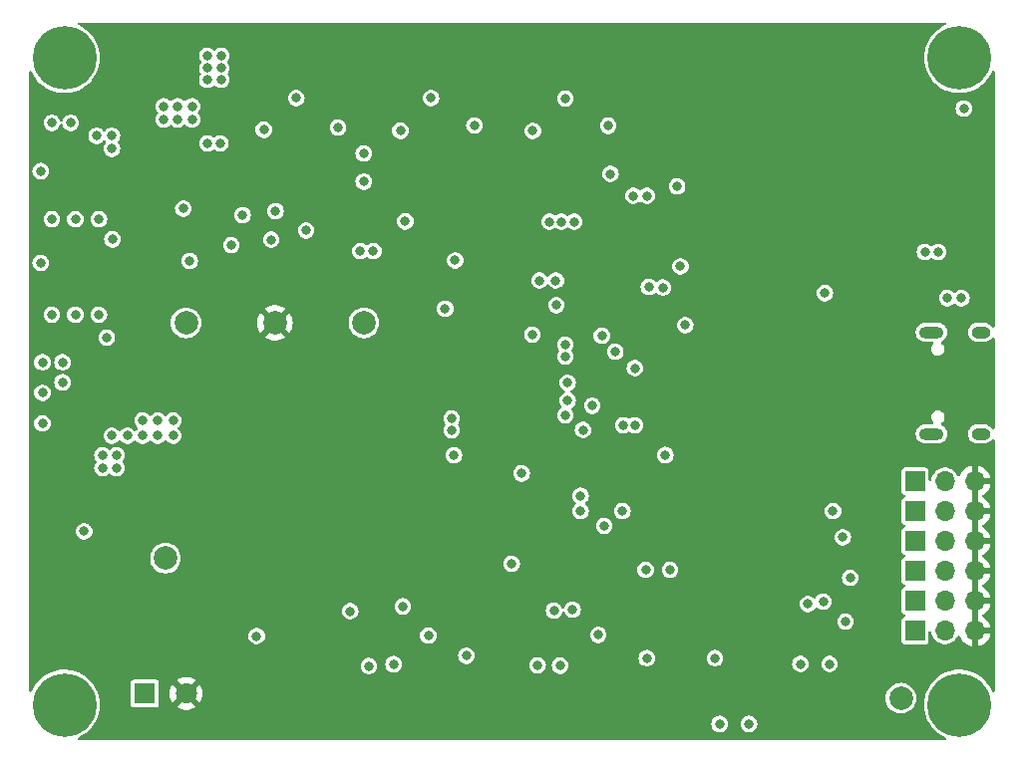
<source format=gbr>
%TF.GenerationSoftware,KiCad,Pcbnew,7.0.1*%
%TF.CreationDate,2023-07-10T14:28:26-04:00*%
%TF.ProjectId,FlightComputer,466c6967-6874-4436-9f6d-70757465722e,rev?*%
%TF.SameCoordinates,Original*%
%TF.FileFunction,Copper,L2,Inr*%
%TF.FilePolarity,Positive*%
%FSLAX46Y46*%
G04 Gerber Fmt 4.6, Leading zero omitted, Abs format (unit mm)*
G04 Created by KiCad (PCBNEW 7.0.1) date 2023-07-10 14:28:26*
%MOMM*%
%LPD*%
G01*
G04 APERTURE LIST*
%TA.AperFunction,ComponentPad*%
%ADD10C,5.400000*%
%TD*%
%TA.AperFunction,ComponentPad*%
%ADD11R,1.700000X1.700000*%
%TD*%
%TA.AperFunction,ComponentPad*%
%ADD12O,1.700000X1.700000*%
%TD*%
%TA.AperFunction,ComponentPad*%
%ADD13O,2.100000X1.000000*%
%TD*%
%TA.AperFunction,ComponentPad*%
%ADD14O,1.600000X1.000000*%
%TD*%
%TA.AperFunction,ComponentPad*%
%ADD15C,2.000000*%
%TD*%
%TA.AperFunction,ComponentPad*%
%ADD16R,1.800000X1.800000*%
%TD*%
%TA.AperFunction,ComponentPad*%
%ADD17C,1.800000*%
%TD*%
%TA.AperFunction,ViaPad*%
%ADD18C,0.800000*%
%TD*%
G04 APERTURE END LIST*
D10*
%TO.N,N/C*%
%TO.C,H2*%
X52820000Y-115870000D03*
%TD*%
%TO.N,N/C*%
%TO.C,H4*%
X128820000Y-115870000D03*
%TD*%
D11*
%TO.N,Servo 3*%
%TO.C,J14*%
X125050000Y-104480000D03*
D12*
%TO.N,+5VA*%
X127590000Y-104480000D03*
%TO.N,GND*%
X130130000Y-104480000D03*
%TD*%
D11*
%TO.N,Servo 1*%
%TO.C,J11*%
X125050000Y-109560000D03*
D12*
%TO.N,+5VA*%
X127590000Y-109560000D03*
%TO.N,GND*%
X130130000Y-109560000D03*
%TD*%
D11*
%TO.N,Servo 4*%
%TO.C,J15*%
X125050000Y-101940000D03*
D12*
%TO.N,+5VA*%
X127590000Y-101940000D03*
%TO.N,GND*%
X130130000Y-101940000D03*
%TD*%
D10*
%TO.N,N/C*%
%TO.C,H1*%
X128820000Y-60870000D03*
%TD*%
D13*
%TO.N,unconnected-(J18-SHIELD-PadS1)*%
%TO.C,J18*%
X126458949Y-92840000D03*
D14*
X130638949Y-92840000D03*
D13*
X126458949Y-84200000D03*
D14*
X130638949Y-84200000D03*
%TD*%
D15*
%TO.N,+BATT*%
%TO.C,TP5*%
X61400000Y-103400000D03*
%TD*%
D10*
%TO.N,N/C*%
%TO.C,H3*%
X52820000Y-60870000D03*
%TD*%
D11*
%TO.N,ESC*%
%TO.C,J10*%
X125045000Y-96860000D03*
D12*
%TO.N,+5VA*%
X127585000Y-96860000D03*
%TO.N,GND*%
X130125000Y-96860000D03*
%TD*%
D15*
%TO.N,+3V3*%
%TO.C,TP4*%
X78250000Y-83400000D03*
%TD*%
D11*
%TO.N,Servo 5*%
%TO.C,J16*%
X125050000Y-99400000D03*
D12*
%TO.N,+5VA*%
X127590000Y-99400000D03*
%TO.N,GND*%
X130130000Y-99400000D03*
%TD*%
D15*
%TO.N,+5VA*%
%TO.C,TP2*%
X123850000Y-115300000D03*
%TD*%
D11*
%TO.N,Servo 2*%
%TO.C,J12*%
X125050000Y-107020000D03*
D12*
%TO.N,+5VA*%
X127590000Y-107020000D03*
%TO.N,GND*%
X130130000Y-107020000D03*
%TD*%
D15*
%TO.N,GND*%
%TO.C,TP1*%
X70700000Y-83400000D03*
%TD*%
%TO.N,+5V*%
%TO.C,TP3*%
X63150000Y-83400000D03*
%TD*%
D16*
%TO.N,Net-(J2-Pin_1)*%
%TO.C,J2*%
X59650000Y-114900000D03*
D17*
%TO.N,GND*%
X63150000Y-114900000D03*
%TD*%
D18*
%TO.N,V_BAT_SENSE*%
X54500000Y-101125000D03*
X96850000Y-92500000D03*
%TO.N,+5V*%
X59450000Y-91700000D03*
X55550000Y-67500000D03*
X56850000Y-68600000D03*
X57250000Y-95750000D03*
X60750000Y-93000000D03*
X62050000Y-93000000D03*
X56050000Y-94650000D03*
X50800000Y-70500000D03*
X59450000Y-93000000D03*
X51750000Y-82700000D03*
X55750000Y-82700000D03*
X56900000Y-76300000D03*
X56050000Y-95750000D03*
X57250000Y-94650000D03*
X50800000Y-78300000D03*
X56850000Y-67500000D03*
X58150000Y-93000000D03*
X53750000Y-74600000D03*
X50950000Y-89350000D03*
X53350000Y-66400000D03*
X53750000Y-82700000D03*
X51750000Y-74600000D03*
X51750000Y-66400000D03*
X55750000Y-74600000D03*
X77100000Y-107910000D03*
X50950000Y-86750000D03*
X62050000Y-91700000D03*
X60750000Y-91700000D03*
X56850000Y-93000000D03*
X50950000Y-91950000D03*
%TO.N,+3V3*%
X129197498Y-65175000D03*
X63650000Y-65000000D03*
X102265000Y-111900000D03*
X61271899Y-65000000D03*
X98150000Y-109925000D03*
X81765000Y-74780000D03*
X105132511Y-78600000D03*
X105550000Y-83600000D03*
X90800000Y-103868750D03*
X117400000Y-80875000D03*
X94000000Y-74800000D03*
X66150000Y-60700000D03*
X64950000Y-61750000D03*
X70750000Y-73900000D03*
X94550000Y-79800000D03*
X62910000Y-73687500D03*
X62450000Y-65000000D03*
X66150000Y-61750000D03*
X127800000Y-81300000D03*
X96650000Y-98100000D03*
X69750000Y-66990000D03*
X94600000Y-81900000D03*
X63650000Y-66100000D03*
X85700000Y-92530000D03*
X85712500Y-91530000D03*
X96100000Y-74800000D03*
X92600000Y-67087500D03*
X66071899Y-68150000D03*
X73350000Y-75550000D03*
X62450000Y-66100000D03*
X83718750Y-109981250D03*
X66988000Y-76800000D03*
X108065000Y-111900000D03*
X63465000Y-78125000D03*
X93150000Y-79800000D03*
X95000000Y-74800000D03*
X77950000Y-77300000D03*
X103850000Y-94630000D03*
X119150000Y-108800000D03*
X92550000Y-84400000D03*
X64971899Y-68150000D03*
X81350000Y-67075000D03*
X64950000Y-62750000D03*
X129000000Y-81300000D03*
X64950000Y-60700000D03*
X66150000Y-62750000D03*
X61271899Y-66100000D03*
%TO.N,SDA*%
X101150000Y-72600000D03*
X99192489Y-70742489D03*
%TO.N,GND*%
X74950000Y-100060000D03*
X115250000Y-91300000D03*
X66150000Y-86800000D03*
X116300000Y-68875000D03*
X53950000Y-99900000D03*
X131350000Y-89825000D03*
X122850000Y-62075000D03*
X121950000Y-58600000D03*
X57600000Y-59200000D03*
X92950000Y-63200000D03*
X54500000Y-110400000D03*
X61971899Y-63500000D03*
X62750000Y-112700000D03*
X86000000Y-70800000D03*
X118502502Y-71300000D03*
X68250000Y-113600000D03*
X81450000Y-63200000D03*
X101450000Y-79800000D03*
X95950000Y-77100000D03*
X102450000Y-92500000D03*
X118850000Y-117700000D03*
X115200000Y-66100000D03*
X115600000Y-60975000D03*
X105650000Y-58800000D03*
X68050000Y-112700000D03*
X108450000Y-68300000D03*
X118850000Y-100200000D03*
X116750000Y-91300000D03*
X114250000Y-67675000D03*
X77350000Y-72200000D03*
X68150000Y-86800000D03*
X89250000Y-84200000D03*
X86850000Y-98800000D03*
X85250000Y-83700000D03*
X114250000Y-68875000D03*
X86850000Y-81100000D03*
X85350000Y-87900000D03*
X123350000Y-100700000D03*
X88650000Y-63400000D03*
X119900000Y-58600000D03*
X121950000Y-60900000D03*
X122850000Y-111500000D03*
X114250000Y-70075000D03*
X61971899Y-62500000D03*
X128000000Y-76375000D03*
X114600000Y-63100000D03*
X106450000Y-77400000D03*
X83650000Y-96200000D03*
X71962653Y-73912653D03*
X84850000Y-117800000D03*
X104750000Y-73400000D03*
X80715000Y-77297500D03*
X59750000Y-80800000D03*
X64287500Y-71195000D03*
X106450000Y-106800000D03*
X114600000Y-58625000D03*
X98350000Y-71900000D03*
X100550000Y-107800000D03*
X74450000Y-103500000D03*
X106950000Y-82000000D03*
X62050000Y-117400000D03*
X66550000Y-112700000D03*
X116600000Y-63100000D03*
X105365000Y-110400000D03*
X82131879Y-93400000D03*
X60200000Y-77900000D03*
X80350000Y-117900000D03*
X50800000Y-111900000D03*
X116302502Y-71250000D03*
X104550000Y-70400000D03*
X101050000Y-76200000D03*
X119150000Y-98500000D03*
X82150000Y-96200000D03*
X118450000Y-96000000D03*
X119400000Y-63000000D03*
X121950000Y-59775000D03*
X119700000Y-71275000D03*
X113650000Y-83200000D03*
X82131879Y-94800000D03*
X73950000Y-99110000D03*
X112150000Y-83200000D03*
X75850000Y-113300000D03*
X71450000Y-68100000D03*
X80319879Y-102069986D03*
X121300000Y-69675000D03*
X114950000Y-108600000D03*
X112850000Y-87800000D03*
X79547500Y-74000000D03*
X118000000Y-73100000D03*
X116050000Y-116100000D03*
X53625000Y-108400000D03*
X121850000Y-114700000D03*
X55275000Y-77000000D03*
X69950000Y-63400000D03*
X60613000Y-97700000D03*
X121425000Y-83700000D03*
X119950000Y-96000000D03*
X110550000Y-58800000D03*
X60871899Y-63500000D03*
X62910000Y-77125000D03*
X103450000Y-92500000D03*
X80400000Y-86800000D03*
X129700000Y-74775000D03*
X112150000Y-81800000D03*
X98450000Y-117500000D03*
X127450000Y-89825000D03*
X115600000Y-58625000D03*
X88950000Y-108800000D03*
X116300000Y-74775000D03*
X75150000Y-108800000D03*
X81150000Y-80300000D03*
X106550000Y-85100000D03*
X78400000Y-86800000D03*
X107150000Y-97400000D03*
X62213000Y-97700000D03*
X117400000Y-68925000D03*
X96200000Y-108900000D03*
X111775000Y-108700000D03*
X124250000Y-92400000D03*
X53250000Y-91800000D03*
X89400000Y-89330000D03*
X110350000Y-105800000D03*
X117035500Y-108500000D03*
X115231879Y-89900000D03*
X117402502Y-71300000D03*
X66050000Y-115200000D03*
X130600000Y-80675000D03*
X70750000Y-71800000D03*
X65997500Y-73409500D03*
X63813000Y-97700000D03*
X120100000Y-62500000D03*
X108650000Y-97400000D03*
X104815000Y-117500000D03*
X100350000Y-104500000D03*
X109382511Y-83600000D03*
X117402502Y-70125000D03*
X107250000Y-60900000D03*
X73950000Y-100060000D03*
X124450000Y-84300000D03*
X57300000Y-106700000D03*
X86950000Y-110500000D03*
X87000000Y-113400000D03*
X67060000Y-78125000D03*
X98300000Y-113500000D03*
X113650000Y-80400000D03*
X81844879Y-100310000D03*
X121850000Y-62075000D03*
X120900000Y-59775000D03*
X124782502Y-82401933D03*
X64450000Y-117400000D03*
X94999500Y-97400000D03*
X117800000Y-58600000D03*
X69975000Y-117800000D03*
X109450000Y-108800000D03*
X89450000Y-85650000D03*
X83050000Y-68100000D03*
X116300000Y-77525000D03*
X74950000Y-99110000D03*
X90650000Y-65300000D03*
X124600000Y-69675000D03*
X120900000Y-60900000D03*
X112131879Y-77400000D03*
X91750000Y-79700000D03*
X98850000Y-68100000D03*
X87450000Y-68100000D03*
X110850000Y-69600000D03*
X127450000Y-86925000D03*
X87750000Y-74700000D03*
X126300000Y-71275000D03*
X76050000Y-68100000D03*
X106431879Y-105400000D03*
X100250000Y-69200000D03*
X121350000Y-92500000D03*
X118000000Y-76300000D03*
X73050000Y-73300000D03*
X59950000Y-86550000D03*
X116302502Y-70075000D03*
X125750000Y-65000000D03*
X92750000Y-83200000D03*
X79650000Y-71000000D03*
X112450000Y-99600000D03*
X116550000Y-112500000D03*
X114250000Y-71200000D03*
X88950000Y-92900000D03*
X86450000Y-103800000D03*
X114600000Y-59800000D03*
X80694879Y-99410000D03*
X100250000Y-66300000D03*
X115600000Y-62100000D03*
X85750000Y-89730000D03*
X87800000Y-117800000D03*
X81844879Y-101510000D03*
X125450000Y-111500000D03*
X131350000Y-86925000D03*
X118502502Y-70125000D03*
X66287500Y-71195000D03*
X116250000Y-80600000D03*
X71450000Y-58810000D03*
X121450000Y-108400000D03*
X83650000Y-94800000D03*
X82400000Y-86800000D03*
X113650000Y-81800000D03*
X119550000Y-100675000D03*
X74150000Y-78900000D03*
X113650000Y-77400000D03*
X108850000Y-103300000D03*
X128000000Y-69675000D03*
X57071899Y-63425000D03*
X106450000Y-95642500D03*
X55062500Y-69100000D03*
X105307511Y-96200000D03*
X95950000Y-79800000D03*
X100050000Y-63700000D03*
X56100000Y-101100000D03*
X91750000Y-70700000D03*
X107650000Y-68300000D03*
X124600000Y-73075000D03*
X60500000Y-60900000D03*
X72250000Y-71800000D03*
X59900000Y-70800000D03*
X77150000Y-63500000D03*
X50850000Y-101000000D03*
X119487082Y-106200000D03*
X119700000Y-74775000D03*
X91000000Y-77425000D03*
X70145000Y-77872945D03*
X53150000Y-93250000D03*
X73650000Y-117700000D03*
X121950000Y-63275000D03*
X103115000Y-114800000D03*
X74760000Y-58810000D03*
X59750000Y-73000000D03*
X130297498Y-77575000D03*
X98050000Y-107000000D03*
X114600000Y-61000000D03*
X112131879Y-80400000D03*
X111150000Y-73400000D03*
X91000000Y-89330000D03*
X94450000Y-68100000D03*
X115600000Y-59775000D03*
X108057107Y-64200000D03*
X123000000Y-74775000D03*
X123000000Y-71275000D03*
X68150000Y-66200000D03*
X79450000Y-66400000D03*
X124600000Y-76375000D03*
X117450000Y-83700000D03*
X126250000Y-118400000D03*
X131100000Y-65075000D03*
X76887500Y-76400000D03*
X75350000Y-111600000D03*
X120350000Y-112600000D03*
X60871899Y-62500000D03*
X121300000Y-76375000D03*
X121300000Y-73075000D03*
X123697498Y-68567148D03*
X86800000Y-108800000D03*
X113800000Y-117700000D03*
X108950000Y-60900000D03*
X90050000Y-108800000D03*
X56600000Y-117700000D03*
X81250000Y-108600000D03*
X73950000Y-101010000D03*
X114250000Y-66500000D03*
X67850000Y-58910000D03*
X116700000Y-58625000D03*
X129700000Y-71275000D03*
X59950000Y-87400500D03*
X91950000Y-98100000D03*
X120651053Y-87574581D03*
X114050000Y-64000000D03*
X120900000Y-62100000D03*
X77347500Y-73995000D03*
X102250000Y-76200000D03*
X116750000Y-89900000D03*
X118800000Y-58600000D03*
X121450000Y-96000000D03*
X115450000Y-102600000D03*
X117550000Y-115800000D03*
X95350000Y-117700000D03*
X128000000Y-73075000D03*
X92850000Y-103850000D03*
X74950000Y-101010000D03*
X64150000Y-86800000D03*
X115600000Y-63100000D03*
X120900000Y-58600000D03*
X75150000Y-71100000D03*
X114600000Y-62100000D03*
X83650000Y-74300000D03*
X126300000Y-74775000D03*
X122850000Y-63275000D03*
X118500000Y-68925000D03*
X50700000Y-64600000D03*
X114050000Y-65200000D03*
X124150000Y-91500000D03*
X124250000Y-85100000D03*
X116050000Y-115300000D03*
%TO.N,SCL*%
X95362500Y-64337500D03*
X70387500Y-76325000D03*
X83950000Y-64300000D03*
X78235000Y-69000000D03*
X67950000Y-74242500D03*
X72512500Y-64300000D03*
X78235000Y-71400000D03*
%TO.N,CE*%
X115950000Y-107300000D03*
X115312500Y-112400000D03*
%TO.N,SCK*%
X93000000Y-112500000D03*
X104250000Y-104400000D03*
X94400000Y-107850000D03*
%TO.N,MOSI*%
X100197908Y-99397908D03*
X110950000Y-117489623D03*
X108450000Y-117489623D03*
X96650000Y-99400000D03*
%TO.N,CSN*%
X117250000Y-107100000D03*
X117785000Y-112400000D03*
%TO.N,Servo 2*%
X119545707Y-105085513D03*
%TO.N,Servo 4*%
X118917500Y-101632500D03*
%TO.N,USART3_TX*%
X126997498Y-77375000D03*
X103650000Y-80400000D03*
%TO.N,USART3_RX*%
X102450000Y-80350000D03*
X125897498Y-77375000D03*
%TO.N,CS_EXTRA*%
X100258216Y-92100000D03*
X94900000Y-112537500D03*
X95975000Y-107775000D03*
X98650000Y-100654977D03*
%TO.N,Servo 5*%
X118085000Y-99400000D03*
%TO.N,ADC12_IN14*%
X91650000Y-96200000D03*
X69150000Y-110025000D03*
%TO.N,UART4_TX*%
X56423130Y-84650000D03*
X95350000Y-91250000D03*
%TO.N,USART2_RX*%
X81550000Y-107500000D03*
X78675000Y-112575000D03*
%TO.N,UART4_RX*%
X52650000Y-86750000D03*
X85900000Y-94650000D03*
%TO.N,NRST*%
X99600000Y-85850000D03*
X102270000Y-72600000D03*
X104850000Y-71800000D03*
%TO.N,FLASH_CS*%
X102175000Y-104400000D03*
X101257719Y-92100000D03*
%TO.N,INT_BARO*%
X79050000Y-77300000D03*
X95550000Y-88499500D03*
%TO.N,INT_PI*%
X85150000Y-82200000D03*
X52650000Y-88450000D03*
%TO.N,LED2*%
X86000000Y-78100000D03*
X101250000Y-87250000D03*
%TO.N,INT1*%
X95350000Y-85250000D03*
X76050000Y-66800000D03*
%TO.N,INT2*%
X95350000Y-86249503D03*
X87630307Y-66618532D03*
%TO.N,INT3*%
X99000000Y-66650000D03*
X98450000Y-84500000D03*
%TO.N,INT4*%
X80762500Y-112412500D03*
X95550000Y-89999500D03*
%TO.N,INT5*%
X86950000Y-111700000D03*
X97650000Y-90449500D03*
%TD*%
%TA.AperFunction,Conductor*%
%TO.N,GND*%
G36*
X127650653Y-57889342D02*
G01*
X127696393Y-57940142D01*
X127708264Y-58007461D01*
X127682656Y-58070842D01*
X127635177Y-58105337D01*
X127636003Y-58106981D01*
X127317206Y-58267086D01*
X127025196Y-58459145D01*
X127025188Y-58459151D01*
X127025189Y-58459151D01*
X126757442Y-58683817D01*
X126757438Y-58683820D01*
X126757437Y-58683822D01*
X126517589Y-58938045D01*
X126308869Y-59218404D01*
X126134112Y-59521093D01*
X126134111Y-59521096D01*
X125995674Y-59842029D01*
X125962420Y-59953105D01*
X125895429Y-60176869D01*
X125834738Y-60521072D01*
X125814414Y-60870000D01*
X125834738Y-61218927D01*
X125895429Y-61563130D01*
X125895431Y-61563136D01*
X125995674Y-61897971D01*
X126134111Y-62218904D01*
X126134112Y-62218906D01*
X126251408Y-62422070D01*
X126308870Y-62521596D01*
X126517588Y-62801953D01*
X126757442Y-63056183D01*
X127025189Y-63280849D01*
X127025193Y-63280852D01*
X127025196Y-63280854D01*
X127317206Y-63472913D01*
X127629545Y-63629776D01*
X127761244Y-63677710D01*
X127957989Y-63749319D01*
X128298086Y-63829923D01*
X128645241Y-63870500D01*
X128994754Y-63870500D01*
X128994759Y-63870500D01*
X129341914Y-63829923D01*
X129682011Y-63749319D01*
X130010451Y-63629777D01*
X130010450Y-63629777D01*
X130010454Y-63629776D01*
X130322793Y-63472913D01*
X130614803Y-63280854D01*
X130614811Y-63280849D01*
X130882558Y-63056183D01*
X131122412Y-62801953D01*
X131331130Y-62521596D01*
X131505889Y-62218904D01*
X131581642Y-62043286D01*
X131623787Y-61991244D01*
X131686850Y-61968705D01*
X131752437Y-61982248D01*
X131801415Y-62027921D01*
X131819500Y-62092403D01*
X131819500Y-83666366D01*
X131803348Y-83727561D01*
X131759100Y-83772814D01*
X131698282Y-83790335D01*
X131636740Y-83775560D01*
X131590506Y-83732338D01*
X131568764Y-83697736D01*
X131441213Y-83570185D01*
X131378816Y-83530979D01*
X131288471Y-83474211D01*
X131118204Y-83414632D01*
X131118202Y-83414631D01*
X131118200Y-83414631D01*
X130983906Y-83399500D01*
X130983903Y-83399500D01*
X130293995Y-83399500D01*
X130293992Y-83399500D01*
X130159697Y-83414631D01*
X130159694Y-83414631D01*
X130159694Y-83414632D01*
X129989427Y-83474211D01*
X129989425Y-83474211D01*
X129989425Y-83474212D01*
X129836684Y-83570185D01*
X129709134Y-83697735D01*
X129619612Y-83840209D01*
X129613160Y-83850478D01*
X129584609Y-83932072D01*
X129553580Y-84020748D01*
X129533383Y-84199999D01*
X129553580Y-84379251D01*
X129553580Y-84379253D01*
X129553581Y-84379255D01*
X129613160Y-84549522D01*
X129659712Y-84623609D01*
X129709134Y-84702264D01*
X129836684Y-84829814D01*
X129836686Y-84829815D01*
X129836687Y-84829816D01*
X129989427Y-84925789D01*
X130159694Y-84985368D01*
X130226844Y-84992934D01*
X130293992Y-85000500D01*
X130293995Y-85000500D01*
X130983903Y-85000500D01*
X130983906Y-85000500D01*
X131041460Y-84994014D01*
X131118204Y-84985368D01*
X131288471Y-84925789D01*
X131441211Y-84829816D01*
X131568765Y-84702262D01*
X131589498Y-84669266D01*
X131590506Y-84667662D01*
X131636740Y-84624440D01*
X131698282Y-84609665D01*
X131759100Y-84627186D01*
X131803348Y-84672439D01*
X131819500Y-84733634D01*
X131819500Y-92306366D01*
X131803348Y-92367561D01*
X131759100Y-92412814D01*
X131698282Y-92430335D01*
X131636740Y-92415560D01*
X131590506Y-92372338D01*
X131568764Y-92337736D01*
X131441213Y-92210185D01*
X131373959Y-92167927D01*
X131288471Y-92114211D01*
X131118204Y-92054632D01*
X131118202Y-92054631D01*
X131118200Y-92054631D01*
X130983906Y-92039500D01*
X130983903Y-92039500D01*
X130293995Y-92039500D01*
X130293992Y-92039500D01*
X130159697Y-92054631D01*
X130159694Y-92054631D01*
X130159694Y-92054632D01*
X129989427Y-92114211D01*
X129989425Y-92114211D01*
X129989425Y-92114212D01*
X129836684Y-92210185D01*
X129709134Y-92337735D01*
X129643108Y-92442816D01*
X129613160Y-92490478D01*
X129586059Y-92567929D01*
X129553580Y-92660748D01*
X129533383Y-92840000D01*
X129553580Y-93019251D01*
X129553580Y-93019253D01*
X129553581Y-93019255D01*
X129613160Y-93189522D01*
X129658405Y-93261529D01*
X129709134Y-93342264D01*
X129836684Y-93469814D01*
X129836686Y-93469815D01*
X129836687Y-93469816D01*
X129989427Y-93565789D01*
X130159694Y-93625368D01*
X130226844Y-93632934D01*
X130293992Y-93640500D01*
X130293995Y-93640500D01*
X130983903Y-93640500D01*
X130983906Y-93640500D01*
X131041460Y-93634014D01*
X131118204Y-93625368D01*
X131288471Y-93565789D01*
X131441211Y-93469816D01*
X131568765Y-93342262D01*
X131590505Y-93307662D01*
X131636740Y-93264440D01*
X131698282Y-93249665D01*
X131759100Y-93267186D01*
X131803348Y-93312439D01*
X131819500Y-93373634D01*
X131819500Y-114647597D01*
X131801415Y-114712079D01*
X131752437Y-114757752D01*
X131686850Y-114771295D01*
X131623787Y-114748756D01*
X131581642Y-114696713D01*
X131505889Y-114521096D01*
X131331130Y-114218404D01*
X131122412Y-113938047D01*
X130882558Y-113683817D01*
X130614811Y-113459151D01*
X130614807Y-113459148D01*
X130614803Y-113459145D01*
X130322793Y-113267086D01*
X130010454Y-113110223D01*
X129682014Y-112990682D01*
X129682013Y-112990681D01*
X129682011Y-112990681D01*
X129495157Y-112946396D01*
X129341915Y-112910077D01*
X129280768Y-112902930D01*
X128994759Y-112869500D01*
X128645241Y-112869500D01*
X128397273Y-112898483D01*
X128298084Y-112910077D01*
X127957985Y-112990682D01*
X127629545Y-113110223D01*
X127317206Y-113267086D01*
X127025196Y-113459145D01*
X127025188Y-113459151D01*
X127025189Y-113459151D01*
X126757442Y-113683817D01*
X126757438Y-113683820D01*
X126757437Y-113683822D01*
X126517589Y-113938045D01*
X126308869Y-114218404D01*
X126134112Y-114521093D01*
X126086922Y-114630490D01*
X125995674Y-114842029D01*
X125937327Y-115036920D01*
X125895429Y-115176869D01*
X125834738Y-115521072D01*
X125814414Y-115869999D01*
X125834738Y-116218927D01*
X125895429Y-116563130D01*
X125895431Y-116563136D01*
X125995674Y-116897971D01*
X126101232Y-117142682D01*
X126134112Y-117218906D01*
X126308869Y-117521595D01*
X126413228Y-117661774D01*
X126517588Y-117801953D01*
X126757442Y-118056183D01*
X127025189Y-118280849D01*
X127025193Y-118280852D01*
X127025196Y-118280854D01*
X127317206Y-118472913D01*
X127636003Y-118633019D01*
X127635177Y-118634662D01*
X127682656Y-118669158D01*
X127708264Y-118732539D01*
X127696393Y-118799858D01*
X127650653Y-118850658D01*
X127584943Y-118869500D01*
X54055057Y-118869500D01*
X53989347Y-118850658D01*
X53943607Y-118799858D01*
X53931736Y-118732539D01*
X53957344Y-118669158D01*
X54004822Y-118634662D01*
X54003997Y-118633019D01*
X54322793Y-118472913D01*
X54614803Y-118280854D01*
X54614811Y-118280849D01*
X54882558Y-118056183D01*
X55122412Y-117801953D01*
X55331130Y-117521596D01*
X55349590Y-117489622D01*
X107744354Y-117489622D01*
X107764860Y-117658495D01*
X107825182Y-117817553D01*
X107921815Y-117957550D01*
X107921816Y-117957551D01*
X107921817Y-117957552D01*
X108049148Y-118070357D01*
X108199775Y-118149413D01*
X108364944Y-118190123D01*
X108535055Y-118190123D01*
X108535056Y-118190123D01*
X108700225Y-118149413D01*
X108850852Y-118070357D01*
X108978183Y-117957552D01*
X109074818Y-117817553D01*
X109135140Y-117658495D01*
X109155645Y-117489623D01*
X109155645Y-117489622D01*
X110244354Y-117489622D01*
X110264860Y-117658495D01*
X110325182Y-117817553D01*
X110421815Y-117957550D01*
X110421816Y-117957551D01*
X110421817Y-117957552D01*
X110549148Y-118070357D01*
X110699775Y-118149413D01*
X110864944Y-118190123D01*
X111035055Y-118190123D01*
X111035056Y-118190123D01*
X111200225Y-118149413D01*
X111350852Y-118070357D01*
X111478183Y-117957552D01*
X111574818Y-117817553D01*
X111635140Y-117658495D01*
X111655645Y-117489623D01*
X111635140Y-117320751D01*
X111574818Y-117161693D01*
X111478183Y-117021694D01*
X111350852Y-116908889D01*
X111330050Y-116897971D01*
X111200224Y-116829832D01*
X111075765Y-116799156D01*
X111035056Y-116789123D01*
X110864944Y-116789123D01*
X110832284Y-116797172D01*
X110699775Y-116829832D01*
X110549149Y-116908888D01*
X110421815Y-117021695D01*
X110325182Y-117161692D01*
X110264860Y-117320750D01*
X110244354Y-117489622D01*
X109155645Y-117489622D01*
X109135140Y-117320751D01*
X109074818Y-117161693D01*
X108978183Y-117021694D01*
X108850852Y-116908889D01*
X108830050Y-116897971D01*
X108700224Y-116829832D01*
X108575765Y-116799156D01*
X108535056Y-116789123D01*
X108364944Y-116789123D01*
X108332284Y-116797172D01*
X108199775Y-116829832D01*
X108049149Y-116908888D01*
X107921815Y-117021695D01*
X107825182Y-117161692D01*
X107764860Y-117320750D01*
X107744354Y-117489622D01*
X55349590Y-117489622D01*
X55505889Y-117218904D01*
X55644326Y-116897971D01*
X55744569Y-116563136D01*
X55805262Y-116218927D01*
X55825585Y-115870000D01*
X55825584Y-115869991D01*
X55824121Y-115844867D01*
X58449500Y-115844867D01*
X58452414Y-115869988D01*
X58452414Y-115869990D01*
X58452415Y-115869991D01*
X58488950Y-115952735D01*
X58497795Y-115972767D01*
X58577232Y-116052204D01*
X58577233Y-116052204D01*
X58577235Y-116052206D01*
X58680009Y-116097585D01*
X58705135Y-116100500D01*
X60594864Y-116100499D01*
X60594867Y-116100499D01*
X60607427Y-116099041D01*
X60619991Y-116097585D01*
X60722437Y-116052351D01*
X62351199Y-116052351D01*
X62381650Y-116076051D01*
X62585700Y-116186477D01*
X62805140Y-116261811D01*
X63033993Y-116300000D01*
X63266007Y-116300000D01*
X63494859Y-116261811D01*
X63714296Y-116186478D01*
X63918353Y-116076048D01*
X63948798Y-116052351D01*
X63150000Y-115253553D01*
X62351199Y-116052351D01*
X60722437Y-116052351D01*
X60722765Y-116052206D01*
X60802206Y-115972765D01*
X60847585Y-115869991D01*
X60850500Y-115844865D01*
X60850499Y-114899999D01*
X61745201Y-114899999D01*
X61764361Y-115131217D01*
X61821319Y-115356139D01*
X61914516Y-115568609D01*
X61998812Y-115697633D01*
X62796447Y-114900001D01*
X62796447Y-114900000D01*
X63503553Y-114900000D01*
X64301186Y-115697634D01*
X64385483Y-115568607D01*
X64478680Y-115356138D01*
X64492896Y-115300000D01*
X122544531Y-115300000D01*
X122564364Y-115526689D01*
X122623261Y-115746497D01*
X122719432Y-115952735D01*
X122849953Y-116139140D01*
X123010859Y-116300046D01*
X123197264Y-116430567D01*
X123197265Y-116430567D01*
X123197266Y-116430568D01*
X123403504Y-116526739D01*
X123623308Y-116585635D01*
X123850000Y-116605468D01*
X124076692Y-116585635D01*
X124296496Y-116526739D01*
X124502734Y-116430568D01*
X124689139Y-116300047D01*
X124850047Y-116139139D01*
X124980568Y-115952734D01*
X125076739Y-115746496D01*
X125135635Y-115526692D01*
X125155468Y-115300000D01*
X125135635Y-115073308D01*
X125076739Y-114853504D01*
X124980568Y-114647266D01*
X124909974Y-114546447D01*
X124850046Y-114460859D01*
X124689140Y-114299953D01*
X124502735Y-114169432D01*
X124296497Y-114073261D01*
X124076689Y-114014364D01*
X123850000Y-113994531D01*
X123623310Y-114014364D01*
X123403502Y-114073261D01*
X123197264Y-114169432D01*
X123010859Y-114299953D01*
X122849953Y-114460859D01*
X122719432Y-114647264D01*
X122623261Y-114853502D01*
X122564364Y-115073310D01*
X122544531Y-115300000D01*
X64492896Y-115300000D01*
X64535638Y-115131217D01*
X64554798Y-114899999D01*
X64535638Y-114668782D01*
X64478680Y-114443860D01*
X64385484Y-114231392D01*
X64301186Y-114102364D01*
X63503553Y-114900000D01*
X62796447Y-114900000D01*
X61998812Y-114102365D01*
X61914516Y-114231390D01*
X61821319Y-114443860D01*
X61764361Y-114668782D01*
X61745201Y-114899999D01*
X60850499Y-114899999D01*
X60850499Y-113955136D01*
X60847585Y-113930009D01*
X60802206Y-113827235D01*
X60802204Y-113827233D01*
X60802204Y-113827232D01*
X60722767Y-113747795D01*
X60722432Y-113747647D01*
X62351200Y-113747647D01*
X63150000Y-114546447D01*
X63150001Y-114546447D01*
X63948799Y-113747648D01*
X63948799Y-113747647D01*
X63918349Y-113723948D01*
X63714299Y-113613522D01*
X63494859Y-113538188D01*
X63266007Y-113500000D01*
X63033993Y-113500000D01*
X62805140Y-113538188D01*
X62585703Y-113613521D01*
X62381645Y-113723952D01*
X62351200Y-113747646D01*
X62351200Y-113747647D01*
X60722432Y-113747647D01*
X60722430Y-113747646D01*
X60619991Y-113702415D01*
X60594865Y-113699500D01*
X60594863Y-113699500D01*
X58705132Y-113699500D01*
X58680011Y-113702414D01*
X58577232Y-113747795D01*
X58497795Y-113827232D01*
X58497793Y-113827235D01*
X58497794Y-113827235D01*
X58452415Y-113930009D01*
X58451483Y-113938047D01*
X58449500Y-113955136D01*
X58449500Y-115844867D01*
X55824121Y-115844867D01*
X55819500Y-115765526D01*
X55805262Y-115521073D01*
X55744569Y-115176864D01*
X55644326Y-114842029D01*
X55505889Y-114521096D01*
X55331130Y-114218404D01*
X55122412Y-113938047D01*
X54882558Y-113683817D01*
X54614811Y-113459151D01*
X54614807Y-113459148D01*
X54614803Y-113459145D01*
X54322793Y-113267086D01*
X54010454Y-113110223D01*
X53682014Y-112990682D01*
X53682013Y-112990681D01*
X53682011Y-112990681D01*
X53495157Y-112946396D01*
X53341915Y-112910077D01*
X53280768Y-112902930D01*
X52994759Y-112869500D01*
X52645241Y-112869500D01*
X52397273Y-112898483D01*
X52298084Y-112910077D01*
X51957985Y-112990682D01*
X51629545Y-113110223D01*
X51317206Y-113267086D01*
X51025196Y-113459145D01*
X51025188Y-113459151D01*
X51025189Y-113459151D01*
X50757442Y-113683817D01*
X50757438Y-113683820D01*
X50757437Y-113683822D01*
X50517589Y-113938045D01*
X50308869Y-114218404D01*
X50134112Y-114521093D01*
X50134111Y-114521096D01*
X50058357Y-114696713D01*
X50016213Y-114748756D01*
X49953150Y-114771295D01*
X49887563Y-114757752D01*
X49838585Y-114712079D01*
X49820500Y-114647597D01*
X49820500Y-112574999D01*
X77969354Y-112574999D01*
X77989860Y-112743872D01*
X78050182Y-112902930D01*
X78146815Y-113042927D01*
X78146816Y-113042928D01*
X78146817Y-113042929D01*
X78274148Y-113155734D01*
X78424775Y-113234790D01*
X78589944Y-113275500D01*
X78760055Y-113275500D01*
X78760056Y-113275500D01*
X78925225Y-113234790D01*
X79075852Y-113155734D01*
X79203183Y-113042929D01*
X79299818Y-112902930D01*
X79360140Y-112743872D01*
X79380645Y-112575000D01*
X79360914Y-112412499D01*
X80056854Y-112412499D01*
X80077360Y-112581372D01*
X80137682Y-112740430D01*
X80234315Y-112880427D01*
X80234316Y-112880428D01*
X80234317Y-112880429D01*
X80361648Y-112993234D01*
X80512275Y-113072290D01*
X80677444Y-113113000D01*
X80847555Y-113113000D01*
X80847556Y-113113000D01*
X81012725Y-113072290D01*
X81163352Y-112993234D01*
X81290683Y-112880429D01*
X81387318Y-112740430D01*
X81447640Y-112581372D01*
X81457521Y-112499999D01*
X92294354Y-112499999D01*
X92314860Y-112668872D01*
X92375182Y-112827930D01*
X92471815Y-112967927D01*
X92471816Y-112967928D01*
X92471817Y-112967929D01*
X92599148Y-113080734D01*
X92749775Y-113159790D01*
X92914944Y-113200500D01*
X93085055Y-113200500D01*
X93085056Y-113200500D01*
X93250225Y-113159790D01*
X93400852Y-113080734D01*
X93528183Y-112967929D01*
X93624818Y-112827930D01*
X93685140Y-112668872D01*
X93701092Y-112537500D01*
X94194354Y-112537500D01*
X94214860Y-112706372D01*
X94275182Y-112865430D01*
X94371815Y-113005427D01*
X94371816Y-113005428D01*
X94371817Y-113005429D01*
X94499148Y-113118234D01*
X94649775Y-113197290D01*
X94814944Y-113238000D01*
X94985055Y-113238000D01*
X94985056Y-113238000D01*
X95150225Y-113197290D01*
X95300852Y-113118234D01*
X95428183Y-113005429D01*
X95524818Y-112865430D01*
X95585140Y-112706372D01*
X95605645Y-112537500D01*
X95585140Y-112368628D01*
X95524818Y-112209570D01*
X95438536Y-112084570D01*
X95428184Y-112069572D01*
X95385854Y-112032071D01*
X95300852Y-111956766D01*
X95253800Y-111932071D01*
X95192695Y-111900000D01*
X101559354Y-111900000D01*
X101579860Y-112068872D01*
X101640182Y-112227930D01*
X101736815Y-112367927D01*
X101736816Y-112367928D01*
X101736817Y-112367929D01*
X101864148Y-112480734D01*
X102014775Y-112559790D01*
X102179944Y-112600500D01*
X102350055Y-112600500D01*
X102350056Y-112600500D01*
X102515225Y-112559790D01*
X102665852Y-112480734D01*
X102793183Y-112367929D01*
X102889818Y-112227930D01*
X102950140Y-112068872D01*
X102970645Y-111900000D01*
X107359354Y-111900000D01*
X107379860Y-112068872D01*
X107440182Y-112227930D01*
X107536815Y-112367927D01*
X107536816Y-112367928D01*
X107536817Y-112367929D01*
X107664148Y-112480734D01*
X107814775Y-112559790D01*
X107979944Y-112600500D01*
X108150055Y-112600500D01*
X108150056Y-112600500D01*
X108315225Y-112559790D01*
X108465852Y-112480734D01*
X108556983Y-112399999D01*
X114606854Y-112399999D01*
X114627360Y-112568872D01*
X114687682Y-112727930D01*
X114784315Y-112867927D01*
X114784316Y-112867928D01*
X114784317Y-112867929D01*
X114911648Y-112980734D01*
X115062275Y-113059790D01*
X115227444Y-113100500D01*
X115397555Y-113100500D01*
X115397556Y-113100500D01*
X115562725Y-113059790D01*
X115713352Y-112980734D01*
X115840683Y-112867929D01*
X115937318Y-112727930D01*
X115997640Y-112568872D01*
X116018145Y-112400000D01*
X116018145Y-112399999D01*
X117079354Y-112399999D01*
X117099860Y-112568872D01*
X117160182Y-112727930D01*
X117256815Y-112867927D01*
X117256816Y-112867928D01*
X117256817Y-112867929D01*
X117384148Y-112980734D01*
X117534775Y-113059790D01*
X117699944Y-113100500D01*
X117870055Y-113100500D01*
X117870056Y-113100500D01*
X118035225Y-113059790D01*
X118185852Y-112980734D01*
X118313183Y-112867929D01*
X118409818Y-112727930D01*
X118470140Y-112568872D01*
X118490645Y-112400000D01*
X118470140Y-112231128D01*
X118409818Y-112072070D01*
X118313183Y-111932071D01*
X118185852Y-111819266D01*
X118171588Y-111811779D01*
X118035224Y-111740209D01*
X117910765Y-111709533D01*
X117870056Y-111699500D01*
X117699944Y-111699500D01*
X117667284Y-111707549D01*
X117534775Y-111740209D01*
X117384149Y-111819265D01*
X117256815Y-111932072D01*
X117160182Y-112072069D01*
X117099860Y-112231127D01*
X117079354Y-112399999D01*
X116018145Y-112399999D01*
X115997640Y-112231128D01*
X115937318Y-112072070D01*
X115840683Y-111932071D01*
X115713352Y-111819266D01*
X115699088Y-111811779D01*
X115562724Y-111740209D01*
X115438265Y-111709533D01*
X115397556Y-111699500D01*
X115227444Y-111699500D01*
X115194784Y-111707549D01*
X115062275Y-111740209D01*
X114911649Y-111819265D01*
X114784315Y-111932072D01*
X114687682Y-112072069D01*
X114627360Y-112231127D01*
X114606854Y-112399999D01*
X108556983Y-112399999D01*
X108593183Y-112367929D01*
X108689818Y-112227930D01*
X108750140Y-112068872D01*
X108770645Y-111900000D01*
X108750140Y-111731128D01*
X108689818Y-111572070D01*
X108593183Y-111432071D01*
X108465852Y-111319266D01*
X108451588Y-111311779D01*
X108315224Y-111240209D01*
X108190764Y-111209533D01*
X108150056Y-111199500D01*
X107979944Y-111199500D01*
X107947284Y-111207549D01*
X107814775Y-111240209D01*
X107664149Y-111319265D01*
X107536815Y-111432072D01*
X107440182Y-111572069D01*
X107379860Y-111731127D01*
X107359354Y-111900000D01*
X102970645Y-111900000D01*
X102950140Y-111731128D01*
X102889818Y-111572070D01*
X102793183Y-111432071D01*
X102665852Y-111319266D01*
X102651588Y-111311779D01*
X102515224Y-111240209D01*
X102390764Y-111209533D01*
X102350056Y-111199500D01*
X102179944Y-111199500D01*
X102147284Y-111207549D01*
X102014775Y-111240209D01*
X101864149Y-111319265D01*
X101736815Y-111432072D01*
X101640182Y-111572069D01*
X101579860Y-111731127D01*
X101559354Y-111900000D01*
X95192695Y-111900000D01*
X95150224Y-111877709D01*
X95025765Y-111847033D01*
X94985056Y-111837000D01*
X94814944Y-111837000D01*
X94782284Y-111845049D01*
X94649775Y-111877709D01*
X94499149Y-111956765D01*
X94371815Y-112069572D01*
X94275182Y-112209569D01*
X94214860Y-112368627D01*
X94194354Y-112537500D01*
X93701092Y-112537500D01*
X93705645Y-112500000D01*
X93685140Y-112331128D01*
X93624818Y-112172070D01*
X93528183Y-112032071D01*
X93400852Y-111919266D01*
X93321673Y-111877709D01*
X93250224Y-111840209D01*
X93125764Y-111809533D01*
X93085056Y-111799500D01*
X92914944Y-111799500D01*
X92882284Y-111807549D01*
X92749775Y-111840209D01*
X92599149Y-111919265D01*
X92471815Y-112032072D01*
X92375182Y-112172069D01*
X92314860Y-112331127D01*
X92294354Y-112499999D01*
X81457521Y-112499999D01*
X81468145Y-112412500D01*
X81447640Y-112243628D01*
X81387318Y-112084570D01*
X81290683Y-111944571D01*
X81163352Y-111831766D01*
X81149088Y-111824279D01*
X81012724Y-111752709D01*
X80888264Y-111722033D01*
X80847556Y-111712000D01*
X80677444Y-111712000D01*
X80644784Y-111720049D01*
X80512275Y-111752709D01*
X80361649Y-111831765D01*
X80234315Y-111944572D01*
X80137682Y-112084569D01*
X80077360Y-112243627D01*
X80056854Y-112412499D01*
X79360914Y-112412499D01*
X79360140Y-112406128D01*
X79299818Y-112247070D01*
X79203183Y-112107071D01*
X79075852Y-111994266D01*
X79061588Y-111986780D01*
X78925224Y-111915209D01*
X78800764Y-111884533D01*
X78760056Y-111874500D01*
X78589944Y-111874500D01*
X78557284Y-111882549D01*
X78424775Y-111915209D01*
X78274149Y-111994265D01*
X78146815Y-112107072D01*
X78050182Y-112247069D01*
X77989860Y-112406127D01*
X77969354Y-112574999D01*
X49820500Y-112574999D01*
X49820500Y-111700000D01*
X86244354Y-111700000D01*
X86264860Y-111868872D01*
X86325182Y-112027930D01*
X86421815Y-112167927D01*
X86421816Y-112167928D01*
X86421817Y-112167929D01*
X86549148Y-112280734D01*
X86699775Y-112359790D01*
X86864944Y-112400500D01*
X87035055Y-112400500D01*
X87035056Y-112400500D01*
X87200225Y-112359790D01*
X87350852Y-112280734D01*
X87478183Y-112167929D01*
X87574818Y-112027930D01*
X87635140Y-111868872D01*
X87655645Y-111700000D01*
X87635140Y-111531128D01*
X87574818Y-111372070D01*
X87483801Y-111240210D01*
X87478184Y-111232072D01*
X87478183Y-111232071D01*
X87350852Y-111119266D01*
X87336588Y-111111780D01*
X87200224Y-111040209D01*
X87075765Y-111009533D01*
X87035056Y-110999500D01*
X86864944Y-110999500D01*
X86832284Y-111007549D01*
X86699775Y-111040209D01*
X86549149Y-111119265D01*
X86421815Y-111232072D01*
X86325182Y-111372069D01*
X86264860Y-111531127D01*
X86244354Y-111700000D01*
X49820500Y-111700000D01*
X49820500Y-110024999D01*
X68444354Y-110024999D01*
X68464860Y-110193872D01*
X68525182Y-110352930D01*
X68621815Y-110492927D01*
X68621816Y-110492928D01*
X68621817Y-110492929D01*
X68749148Y-110605734D01*
X68899775Y-110684790D01*
X69064944Y-110725500D01*
X69235055Y-110725500D01*
X69235056Y-110725500D01*
X69400225Y-110684790D01*
X69550852Y-110605734D01*
X69678183Y-110492929D01*
X69774818Y-110352930D01*
X69835140Y-110193872D01*
X69855645Y-110025000D01*
X69850333Y-109981250D01*
X83013104Y-109981250D01*
X83033610Y-110150122D01*
X83093932Y-110309180D01*
X83190565Y-110449177D01*
X83190566Y-110449178D01*
X83190567Y-110449179D01*
X83317898Y-110561984D01*
X83468525Y-110641040D01*
X83633694Y-110681750D01*
X83803805Y-110681750D01*
X83803806Y-110681750D01*
X83968975Y-110641040D01*
X84119602Y-110561984D01*
X84246933Y-110449179D01*
X84343568Y-110309180D01*
X84403890Y-110150122D01*
X84424395Y-109981250D01*
X84417565Y-109924999D01*
X97444354Y-109924999D01*
X97464860Y-110093872D01*
X97525182Y-110252930D01*
X97621815Y-110392927D01*
X97621816Y-110392928D01*
X97621817Y-110392929D01*
X97749148Y-110505734D01*
X97899775Y-110584790D01*
X98064944Y-110625500D01*
X98235055Y-110625500D01*
X98235056Y-110625500D01*
X98400225Y-110584790D01*
X98550852Y-110505734D01*
X98678183Y-110392929D01*
X98774818Y-110252930D01*
X98835140Y-110093872D01*
X98855645Y-109925000D01*
X98835140Y-109756128D01*
X98774818Y-109597070D01*
X98708160Y-109500500D01*
X98678184Y-109457072D01*
X98631138Y-109415393D01*
X98550852Y-109344266D01*
X98536588Y-109336779D01*
X98400224Y-109265209D01*
X98275765Y-109234533D01*
X98235056Y-109224500D01*
X98064944Y-109224500D01*
X98032284Y-109232549D01*
X97899775Y-109265209D01*
X97749149Y-109344265D01*
X97621815Y-109457072D01*
X97525182Y-109597069D01*
X97464860Y-109756127D01*
X97444354Y-109924999D01*
X84417565Y-109924999D01*
X84403890Y-109812378D01*
X84343568Y-109653320D01*
X84295250Y-109583320D01*
X84246934Y-109513322D01*
X84191589Y-109464291D01*
X84119602Y-109400516D01*
X84012426Y-109344265D01*
X83968974Y-109321459D01*
X83844514Y-109290783D01*
X83803806Y-109280750D01*
X83633694Y-109280750D01*
X83601034Y-109288799D01*
X83468525Y-109321459D01*
X83317899Y-109400515D01*
X83190565Y-109513322D01*
X83093932Y-109653319D01*
X83033610Y-109812377D01*
X83013104Y-109981250D01*
X69850333Y-109981250D01*
X69835140Y-109856128D01*
X69774818Y-109697070D01*
X69678183Y-109557071D01*
X69550852Y-109444266D01*
X69474041Y-109403952D01*
X69400224Y-109365209D01*
X69275764Y-109334533D01*
X69235056Y-109324500D01*
X69064944Y-109324500D01*
X69032284Y-109332549D01*
X68899775Y-109365209D01*
X68749149Y-109444265D01*
X68621815Y-109557072D01*
X68525182Y-109697069D01*
X68464860Y-109856127D01*
X68444354Y-110024999D01*
X49820500Y-110024999D01*
X49820500Y-108800000D01*
X118444354Y-108800000D01*
X118464860Y-108968872D01*
X118525182Y-109127930D01*
X118621815Y-109267927D01*
X118621816Y-109267928D01*
X118621817Y-109267929D01*
X118749148Y-109380734D01*
X118899775Y-109459790D01*
X119064944Y-109500500D01*
X119235055Y-109500500D01*
X119235056Y-109500500D01*
X119400225Y-109459790D01*
X119550852Y-109380734D01*
X119678183Y-109267929D01*
X119774818Y-109127930D01*
X119835140Y-108968872D01*
X119855645Y-108800000D01*
X119835140Y-108631128D01*
X119774818Y-108472070D01*
X119678183Y-108332071D01*
X119550852Y-108219266D01*
X119472092Y-108177929D01*
X119400224Y-108140209D01*
X119248968Y-108102929D01*
X119235056Y-108099500D01*
X119064944Y-108099500D01*
X119051032Y-108102929D01*
X118899775Y-108140209D01*
X118749149Y-108219265D01*
X118621815Y-108332072D01*
X118525182Y-108472069D01*
X118464860Y-108631127D01*
X118444354Y-108800000D01*
X49820500Y-108800000D01*
X49820500Y-107909999D01*
X76394354Y-107909999D01*
X76414860Y-108078872D01*
X76475182Y-108237930D01*
X76571815Y-108377927D01*
X76571816Y-108377928D01*
X76571817Y-108377929D01*
X76699148Y-108490734D01*
X76849775Y-108569790D01*
X77014944Y-108610500D01*
X77185055Y-108610500D01*
X77185056Y-108610500D01*
X77350225Y-108569790D01*
X77500852Y-108490734D01*
X77628183Y-108377929D01*
X77724818Y-108237930D01*
X77785140Y-108078872D01*
X77805645Y-107910000D01*
X77785140Y-107741128D01*
X77724818Y-107582070D01*
X77668169Y-107500000D01*
X80844354Y-107500000D01*
X80864860Y-107668872D01*
X80925182Y-107827930D01*
X81021815Y-107967927D01*
X81021816Y-107967928D01*
X81021817Y-107967929D01*
X81149148Y-108080734D01*
X81299775Y-108159790D01*
X81464944Y-108200500D01*
X81635055Y-108200500D01*
X81635056Y-108200500D01*
X81800225Y-108159790D01*
X81950852Y-108080734D01*
X82078183Y-107967929D01*
X82159584Y-107850000D01*
X93694354Y-107850000D01*
X93714860Y-108018872D01*
X93775182Y-108177930D01*
X93871815Y-108317927D01*
X93871816Y-108317928D01*
X93871817Y-108317929D01*
X93999148Y-108430734D01*
X94149775Y-108509790D01*
X94314944Y-108550500D01*
X94485055Y-108550500D01*
X94485056Y-108550500D01*
X94650225Y-108509790D01*
X94800852Y-108430734D01*
X94928183Y-108317929D01*
X95024818Y-108177930D01*
X95085140Y-108018872D01*
X95085140Y-108018870D01*
X95085779Y-108017186D01*
X95119493Y-107968341D01*
X95172045Y-107940759D01*
X95231396Y-107940759D01*
X95283948Y-107968340D01*
X95317663Y-108017185D01*
X95350181Y-108102929D01*
X95446815Y-108242927D01*
X95446816Y-108242928D01*
X95446817Y-108242929D01*
X95574148Y-108355734D01*
X95724775Y-108434790D01*
X95889944Y-108475500D01*
X96060055Y-108475500D01*
X96060056Y-108475500D01*
X96225225Y-108434790D01*
X96375852Y-108355734D01*
X96503183Y-108242929D01*
X96599818Y-108102930D01*
X96660140Y-107943872D01*
X96680645Y-107775000D01*
X96660140Y-107606128D01*
X96599818Y-107447070D01*
X96551500Y-107377070D01*
X96503184Y-107307072D01*
X96495201Y-107300000D01*
X115244354Y-107300000D01*
X115264860Y-107468872D01*
X115325182Y-107627930D01*
X115421815Y-107767927D01*
X115421816Y-107767928D01*
X115421817Y-107767929D01*
X115549148Y-107880734D01*
X115699775Y-107959790D01*
X115864944Y-108000500D01*
X116035055Y-108000500D01*
X116035056Y-108000500D01*
X116200225Y-107959790D01*
X116350852Y-107880734D01*
X116478183Y-107767929D01*
X116574818Y-107627930D01*
X116574818Y-107627927D01*
X116576788Y-107625075D01*
X116630234Y-107581438D01*
X116698729Y-107573121D01*
X116761063Y-107602698D01*
X116849148Y-107680734D01*
X116999775Y-107759790D01*
X117164944Y-107800500D01*
X117335055Y-107800500D01*
X117335056Y-107800500D01*
X117500225Y-107759790D01*
X117650852Y-107680734D01*
X117778183Y-107567929D01*
X117874818Y-107427930D01*
X117935140Y-107268872D01*
X117955645Y-107100000D01*
X117935140Y-106931128D01*
X117874818Y-106772070D01*
X117783801Y-106640210D01*
X117778184Y-106632072D01*
X117744927Y-106602609D01*
X117650852Y-106519266D01*
X117636588Y-106511779D01*
X117500224Y-106440209D01*
X117375765Y-106409533D01*
X117335056Y-106399500D01*
X117164944Y-106399500D01*
X117132284Y-106407549D01*
X116999775Y-106440209D01*
X116849149Y-106519265D01*
X116721814Y-106632073D01*
X116623210Y-106774925D01*
X116569765Y-106818562D01*
X116501270Y-106826878D01*
X116438935Y-106797300D01*
X116350852Y-106719266D01*
X116247160Y-106664843D01*
X116200224Y-106640209D01*
X116075764Y-106609533D01*
X116035056Y-106599500D01*
X115864944Y-106599500D01*
X115832284Y-106607549D01*
X115699775Y-106640209D01*
X115549149Y-106719265D01*
X115421815Y-106832072D01*
X115325182Y-106972069D01*
X115264860Y-107131127D01*
X115244354Y-107300000D01*
X96495201Y-107300000D01*
X96461338Y-107270000D01*
X96375852Y-107194266D01*
X96319342Y-107164607D01*
X96225224Y-107115209D01*
X96100765Y-107084533D01*
X96060056Y-107074500D01*
X95889944Y-107074500D01*
X95857284Y-107082549D01*
X95724775Y-107115209D01*
X95574149Y-107194265D01*
X95446815Y-107307072D01*
X95350181Y-107447070D01*
X95289220Y-107607814D01*
X95255505Y-107656658D01*
X95202953Y-107684240D01*
X95143603Y-107684240D01*
X95091050Y-107656658D01*
X95057336Y-107607814D01*
X95042209Y-107567927D01*
X95024818Y-107522070D01*
X94972533Y-107446323D01*
X94928184Y-107382072D01*
X94870680Y-107331128D01*
X94800852Y-107269266D01*
X94686979Y-107209500D01*
X94650224Y-107190209D01*
X94525764Y-107159533D01*
X94485056Y-107149500D01*
X94314944Y-107149500D01*
X94282284Y-107157549D01*
X94149775Y-107190209D01*
X93999149Y-107269265D01*
X93871815Y-107382072D01*
X93775182Y-107522069D01*
X93714860Y-107681127D01*
X93694354Y-107850000D01*
X82159584Y-107850000D01*
X82174818Y-107827930D01*
X82235140Y-107668872D01*
X82255645Y-107500000D01*
X82235140Y-107331128D01*
X82174818Y-107172070D01*
X82078183Y-107032071D01*
X81950852Y-106919266D01*
X81867260Y-106875393D01*
X81800224Y-106840209D01*
X81675764Y-106809533D01*
X81635056Y-106799500D01*
X81464944Y-106799500D01*
X81432284Y-106807549D01*
X81299775Y-106840209D01*
X81149149Y-106919265D01*
X81021815Y-107032072D01*
X80925182Y-107172069D01*
X80864860Y-107331127D01*
X80844354Y-107500000D01*
X77668169Y-107500000D01*
X77630139Y-107444905D01*
X77628184Y-107442072D01*
X77608988Y-107425066D01*
X77500852Y-107329266D01*
X77486588Y-107321779D01*
X77350224Y-107250209D01*
X77225765Y-107219533D01*
X77185056Y-107209500D01*
X77014944Y-107209500D01*
X76982284Y-107217549D01*
X76849775Y-107250209D01*
X76699149Y-107329265D01*
X76571815Y-107442072D01*
X76475182Y-107582069D01*
X76414860Y-107741127D01*
X76394354Y-107909999D01*
X49820500Y-107909999D01*
X49820500Y-103400000D01*
X60094531Y-103400000D01*
X60114364Y-103626689D01*
X60173261Y-103846497D01*
X60269432Y-104052735D01*
X60399953Y-104239140D01*
X60560859Y-104400046D01*
X60747264Y-104530567D01*
X60747265Y-104530567D01*
X60747266Y-104530568D01*
X60953504Y-104626739D01*
X61173308Y-104685635D01*
X61400000Y-104705468D01*
X61626692Y-104685635D01*
X61846496Y-104626739D01*
X62052734Y-104530568D01*
X62239139Y-104400047D01*
X62400047Y-104239139D01*
X62530568Y-104052734D01*
X62616362Y-103868750D01*
X90094354Y-103868750D01*
X90114860Y-104037622D01*
X90175182Y-104196680D01*
X90271815Y-104336677D01*
X90271816Y-104336678D01*
X90271817Y-104336679D01*
X90399148Y-104449484D01*
X90549775Y-104528540D01*
X90714944Y-104569250D01*
X90885055Y-104569250D01*
X90885056Y-104569250D01*
X91050225Y-104528540D01*
X91200852Y-104449484D01*
X91256709Y-104399999D01*
X101469354Y-104399999D01*
X101489860Y-104568872D01*
X101550182Y-104727930D01*
X101646815Y-104867927D01*
X101646816Y-104867928D01*
X101646817Y-104867929D01*
X101774148Y-104980734D01*
X101924775Y-105059790D01*
X102089944Y-105100500D01*
X102260055Y-105100500D01*
X102260056Y-105100500D01*
X102425225Y-105059790D01*
X102575852Y-104980734D01*
X102703183Y-104867929D01*
X102799818Y-104727930D01*
X102860140Y-104568872D01*
X102880645Y-104400000D01*
X102880645Y-104399999D01*
X103544354Y-104399999D01*
X103564860Y-104568872D01*
X103625182Y-104727930D01*
X103721815Y-104867927D01*
X103721816Y-104867928D01*
X103721817Y-104867929D01*
X103849148Y-104980734D01*
X103999775Y-105059790D01*
X104164944Y-105100500D01*
X104335055Y-105100500D01*
X104335056Y-105100500D01*
X104395861Y-105085513D01*
X118840061Y-105085513D01*
X118860567Y-105254385D01*
X118920889Y-105413443D01*
X119017522Y-105553440D01*
X119017523Y-105553441D01*
X119017524Y-105553442D01*
X119144855Y-105666247D01*
X119295482Y-105745303D01*
X119460651Y-105786013D01*
X119630762Y-105786013D01*
X119630763Y-105786013D01*
X119795932Y-105745303D01*
X119946559Y-105666247D01*
X120073890Y-105553442D01*
X120170525Y-105413443D01*
X120230847Y-105254385D01*
X120251352Y-105085513D01*
X120230847Y-104916641D01*
X120170525Y-104757583D01*
X120086636Y-104636049D01*
X120073891Y-104617585D01*
X120073890Y-104617584D01*
X119946559Y-104504779D01*
X119899347Y-104480000D01*
X119795931Y-104425722D01*
X119667343Y-104394029D01*
X119630763Y-104385013D01*
X119460651Y-104385013D01*
X119427991Y-104393062D01*
X119295482Y-104425722D01*
X119144856Y-104504778D01*
X119017522Y-104617585D01*
X118920889Y-104757582D01*
X118860567Y-104916640D01*
X118840061Y-105085513D01*
X104395861Y-105085513D01*
X104500225Y-105059790D01*
X104650852Y-104980734D01*
X104778183Y-104867929D01*
X104874818Y-104727930D01*
X104935140Y-104568872D01*
X104955645Y-104400000D01*
X104935140Y-104231128D01*
X104874818Y-104072070D01*
X104778183Y-103932071D01*
X104650852Y-103819266D01*
X104618753Y-103802419D01*
X104500224Y-103740209D01*
X104375765Y-103709533D01*
X104335056Y-103699500D01*
X104164944Y-103699500D01*
X104132284Y-103707549D01*
X103999775Y-103740209D01*
X103849149Y-103819265D01*
X103721815Y-103932072D01*
X103625182Y-104072069D01*
X103564860Y-104231127D01*
X103544354Y-104399999D01*
X102880645Y-104399999D01*
X102860140Y-104231128D01*
X102799818Y-104072070D01*
X102703183Y-103932071D01*
X102575852Y-103819266D01*
X102543753Y-103802419D01*
X102425224Y-103740209D01*
X102300765Y-103709533D01*
X102260056Y-103699500D01*
X102089944Y-103699500D01*
X102057284Y-103707549D01*
X101924775Y-103740209D01*
X101774149Y-103819265D01*
X101646815Y-103932072D01*
X101550182Y-104072069D01*
X101489860Y-104231127D01*
X101469354Y-104399999D01*
X91256709Y-104399999D01*
X91328183Y-104336679D01*
X91424818Y-104196680D01*
X91485140Y-104037622D01*
X91505645Y-103868750D01*
X91485140Y-103699878D01*
X91424818Y-103540820D01*
X91356533Y-103441893D01*
X91328184Y-103400822D01*
X91250968Y-103332415D01*
X91200852Y-103288016D01*
X91162361Y-103267814D01*
X91050224Y-103208959D01*
X90905577Y-103173308D01*
X90885056Y-103168250D01*
X90714944Y-103168250D01*
X90694423Y-103173308D01*
X90549775Y-103208959D01*
X90399149Y-103288015D01*
X90271815Y-103400822D01*
X90175182Y-103540819D01*
X90114860Y-103699877D01*
X90094354Y-103868750D01*
X62616362Y-103868750D01*
X62626739Y-103846496D01*
X62685635Y-103626692D01*
X62705468Y-103400000D01*
X62685635Y-103173308D01*
X62626739Y-102953504D01*
X62530568Y-102747266D01*
X62510359Y-102718405D01*
X62400046Y-102560859D01*
X62239140Y-102399953D01*
X62052735Y-102269432D01*
X61846497Y-102173261D01*
X61626689Y-102114364D01*
X61400000Y-102094531D01*
X61173310Y-102114364D01*
X60953502Y-102173261D01*
X60747264Y-102269432D01*
X60560859Y-102399953D01*
X60399953Y-102560859D01*
X60269432Y-102747264D01*
X60173261Y-102953502D01*
X60114364Y-103173310D01*
X60094531Y-103400000D01*
X49820500Y-103400000D01*
X49820500Y-101125000D01*
X53794354Y-101125000D01*
X53814860Y-101293872D01*
X53875182Y-101452930D01*
X53971815Y-101592927D01*
X53971816Y-101592928D01*
X53971817Y-101592929D01*
X54099148Y-101705734D01*
X54249775Y-101784790D01*
X54414944Y-101825500D01*
X54585055Y-101825500D01*
X54585056Y-101825500D01*
X54750225Y-101784790D01*
X54900852Y-101705734D01*
X54983516Y-101632500D01*
X118211854Y-101632500D01*
X118232360Y-101801372D01*
X118292682Y-101960430D01*
X118389315Y-102100427D01*
X118389316Y-102100428D01*
X118389317Y-102100429D01*
X118516648Y-102213234D01*
X118667275Y-102292290D01*
X118832444Y-102333000D01*
X119002555Y-102333000D01*
X119002556Y-102333000D01*
X119167725Y-102292290D01*
X119318352Y-102213234D01*
X119445683Y-102100429D01*
X119542318Y-101960430D01*
X119602640Y-101801372D01*
X119623145Y-101632500D01*
X119602640Y-101463628D01*
X119542318Y-101304570D01*
X119445683Y-101164571D01*
X119318352Y-101051766D01*
X119187154Y-100982907D01*
X119167724Y-100972709D01*
X119043264Y-100942033D01*
X119002556Y-100932000D01*
X118832444Y-100932000D01*
X118799784Y-100940049D01*
X118667275Y-100972709D01*
X118516649Y-101051765D01*
X118389315Y-101164572D01*
X118292682Y-101304569D01*
X118232360Y-101463627D01*
X118211854Y-101632500D01*
X54983516Y-101632500D01*
X55028183Y-101592929D01*
X55124818Y-101452930D01*
X55185140Y-101293872D01*
X55205645Y-101125000D01*
X55185140Y-100956128D01*
X55124818Y-100797070D01*
X55076500Y-100727070D01*
X55028184Y-100657072D01*
X55025819Y-100654977D01*
X97944354Y-100654977D01*
X97964860Y-100823849D01*
X98025182Y-100982907D01*
X98121815Y-101122904D01*
X98121816Y-101122905D01*
X98121817Y-101122906D01*
X98249148Y-101235711D01*
X98399775Y-101314767D01*
X98564944Y-101355477D01*
X98735055Y-101355477D01*
X98735056Y-101355477D01*
X98900225Y-101314767D01*
X99050852Y-101235711D01*
X99178183Y-101122906D01*
X99274818Y-100982907D01*
X99335140Y-100823849D01*
X99355645Y-100654977D01*
X99335140Y-100486105D01*
X99274818Y-100327047D01*
X99178183Y-100187048D01*
X99050852Y-100074243D01*
X99023314Y-100059790D01*
X98900224Y-99995186D01*
X98775764Y-99964510D01*
X98735056Y-99954477D01*
X98564944Y-99954477D01*
X98532284Y-99962526D01*
X98399775Y-99995186D01*
X98249149Y-100074242D01*
X98121815Y-100187049D01*
X98025182Y-100327046D01*
X97964860Y-100486104D01*
X97944354Y-100654977D01*
X55025819Y-100654977D01*
X55004473Y-100636066D01*
X54900852Y-100544266D01*
X54886588Y-100536780D01*
X54750224Y-100465209D01*
X54624809Y-100434298D01*
X54585056Y-100424500D01*
X54414944Y-100424500D01*
X54382284Y-100432549D01*
X54249775Y-100465209D01*
X54099149Y-100544265D01*
X53971815Y-100657072D01*
X53875182Y-100797069D01*
X53814860Y-100956127D01*
X53794354Y-101125000D01*
X49820500Y-101125000D01*
X49820500Y-99400000D01*
X95944354Y-99400000D01*
X95964860Y-99568872D01*
X96025182Y-99727930D01*
X96121815Y-99867927D01*
X96121816Y-99867928D01*
X96121817Y-99867929D01*
X96249148Y-99980734D01*
X96399775Y-100059790D01*
X96564944Y-100100500D01*
X96735055Y-100100500D01*
X96735056Y-100100500D01*
X96900225Y-100059790D01*
X97050852Y-99980734D01*
X97178183Y-99867929D01*
X97274818Y-99727930D01*
X97335140Y-99568872D01*
X97355645Y-99400000D01*
X97355391Y-99397908D01*
X99492262Y-99397908D01*
X99512768Y-99566780D01*
X99573090Y-99725838D01*
X99669723Y-99865835D01*
X99669724Y-99865836D01*
X99669725Y-99865837D01*
X99797056Y-99978642D01*
X99947683Y-100057698D01*
X100112852Y-100098408D01*
X100282963Y-100098408D01*
X100282964Y-100098408D01*
X100448133Y-100057698D01*
X100598760Y-99978642D01*
X100726091Y-99865837D01*
X100822726Y-99725838D01*
X100883048Y-99566780D01*
X100903299Y-99400000D01*
X117379354Y-99400000D01*
X117399860Y-99568872D01*
X117460182Y-99727930D01*
X117556815Y-99867927D01*
X117556816Y-99867928D01*
X117556817Y-99867929D01*
X117684148Y-99980734D01*
X117834775Y-100059790D01*
X117999944Y-100100500D01*
X118170055Y-100100500D01*
X118170056Y-100100500D01*
X118335225Y-100059790D01*
X118485852Y-99980734D01*
X118613183Y-99867929D01*
X118709818Y-99727930D01*
X118770140Y-99568872D01*
X118790645Y-99400000D01*
X118770140Y-99231128D01*
X118709818Y-99072070D01*
X118656574Y-98994933D01*
X118613184Y-98932072D01*
X118610823Y-98929980D01*
X118485852Y-98819266D01*
X118471588Y-98811779D01*
X118335224Y-98740209D01*
X118210764Y-98709533D01*
X118170056Y-98699500D01*
X117999944Y-98699500D01*
X117967284Y-98707549D01*
X117834775Y-98740209D01*
X117684149Y-98819265D01*
X117556815Y-98932072D01*
X117460182Y-99072069D01*
X117399860Y-99231127D01*
X117379354Y-99400000D01*
X100903299Y-99400000D01*
X100903553Y-99397908D01*
X100883048Y-99229036D01*
X100822726Y-99069978D01*
X100770926Y-98994933D01*
X100726092Y-98929980D01*
X100718607Y-98923349D01*
X100598760Y-98817174D01*
X100584496Y-98809687D01*
X100448132Y-98738117D01*
X100323672Y-98707441D01*
X100282964Y-98697408D01*
X100112852Y-98697408D01*
X100080192Y-98705457D01*
X99947683Y-98738117D01*
X99797057Y-98817173D01*
X99669723Y-98929980D01*
X99573090Y-99069977D01*
X99512768Y-99229035D01*
X99492262Y-99397908D01*
X97355391Y-99397908D01*
X97335140Y-99231128D01*
X97274818Y-99072070D01*
X97221574Y-98994933D01*
X97178184Y-98932072D01*
X97175823Y-98929980D01*
X97077431Y-98842812D01*
X97040556Y-98784499D01*
X97040556Y-98715501D01*
X97077431Y-98657187D01*
X97178183Y-98567929D01*
X97274818Y-98427930D01*
X97335140Y-98268872D01*
X97355645Y-98100000D01*
X97335140Y-97931128D01*
X97274818Y-97772070D01*
X97262944Y-97754867D01*
X123894500Y-97754867D01*
X123897414Y-97779988D01*
X123942795Y-97882767D01*
X124022232Y-97962204D01*
X124022233Y-97962204D01*
X124022235Y-97962206D01*
X124125009Y-98007585D01*
X124140498Y-98014424D01*
X124176747Y-98027985D01*
X124216367Y-98072462D01*
X124230676Y-98130282D01*
X124216373Y-98188104D01*
X124176759Y-98232585D01*
X124146725Y-98243824D01*
X124147173Y-98244837D01*
X124130010Y-98252414D01*
X124130009Y-98252415D01*
X124068423Y-98279607D01*
X124027232Y-98297795D01*
X123947795Y-98377232D01*
X123902415Y-98480009D01*
X123899500Y-98505136D01*
X123899500Y-100294867D01*
X123902414Y-100319988D01*
X123947795Y-100422767D01*
X124027232Y-100502204D01*
X124027233Y-100502204D01*
X124027235Y-100502206D01*
X124130009Y-100547585D01*
X124130010Y-100547585D01*
X124147170Y-100555162D01*
X124146967Y-100555619D01*
X124179246Y-100567695D01*
X124218866Y-100612172D01*
X124233176Y-100669992D01*
X124218873Y-100727814D01*
X124179257Y-100772296D01*
X124146970Y-100784378D01*
X124147173Y-100784837D01*
X124130010Y-100792414D01*
X124130009Y-100792415D01*
X124068423Y-100819607D01*
X124027232Y-100837795D01*
X123947795Y-100917232D01*
X123902415Y-101020009D01*
X123899500Y-101045136D01*
X123899500Y-102834867D01*
X123902414Y-102859988D01*
X123947795Y-102962767D01*
X124027232Y-103042204D01*
X124027233Y-103042204D01*
X124027235Y-103042206D01*
X124130009Y-103087585D01*
X124130010Y-103087585D01*
X124147170Y-103095162D01*
X124146967Y-103095619D01*
X124179246Y-103107695D01*
X124218866Y-103152172D01*
X124233176Y-103209992D01*
X124218873Y-103267814D01*
X124179257Y-103312296D01*
X124146970Y-103324378D01*
X124147173Y-103324837D01*
X124130010Y-103332414D01*
X124130009Y-103332415D01*
X124068423Y-103359607D01*
X124027232Y-103377795D01*
X123947795Y-103457232D01*
X123902415Y-103560009D01*
X123899500Y-103585136D01*
X123899500Y-105374867D01*
X123902414Y-105399988D01*
X123947795Y-105502767D01*
X124027232Y-105582204D01*
X124027233Y-105582204D01*
X124027235Y-105582206D01*
X124130009Y-105627585D01*
X124130010Y-105627585D01*
X124147170Y-105635162D01*
X124146967Y-105635619D01*
X124179246Y-105647695D01*
X124218866Y-105692172D01*
X124233176Y-105749992D01*
X124218873Y-105807814D01*
X124179257Y-105852296D01*
X124146970Y-105864378D01*
X124147173Y-105864837D01*
X124130010Y-105872414D01*
X124130009Y-105872415D01*
X124068423Y-105899607D01*
X124027232Y-105917795D01*
X123947795Y-105997232D01*
X123902415Y-106100009D01*
X123899500Y-106125136D01*
X123899500Y-107914867D01*
X123902414Y-107939988D01*
X123902414Y-107939990D01*
X123902415Y-107939991D01*
X123936500Y-108017186D01*
X123947795Y-108042767D01*
X124027232Y-108122204D01*
X124027233Y-108122204D01*
X124027235Y-108122206D01*
X124130009Y-108167585D01*
X124130010Y-108167585D01*
X124147170Y-108175162D01*
X124146967Y-108175619D01*
X124179246Y-108187695D01*
X124218866Y-108232172D01*
X124233176Y-108289992D01*
X124218873Y-108347814D01*
X124179257Y-108392296D01*
X124146970Y-108404378D01*
X124147173Y-108404837D01*
X124130010Y-108412414D01*
X124130009Y-108412415D01*
X124079334Y-108434790D01*
X124027232Y-108457795D01*
X123947795Y-108537232D01*
X123902415Y-108640009D01*
X123899500Y-108665136D01*
X123899500Y-110454867D01*
X123902414Y-110479988D01*
X123947795Y-110582767D01*
X124027232Y-110662204D01*
X124027233Y-110662204D01*
X124027235Y-110662206D01*
X124130009Y-110707585D01*
X124155135Y-110710500D01*
X125944864Y-110710499D01*
X125944867Y-110710499D01*
X125957427Y-110709042D01*
X125969991Y-110707585D01*
X126072765Y-110662206D01*
X126152206Y-110582765D01*
X126197585Y-110479991D01*
X126200500Y-110454865D01*
X126200499Y-109716046D01*
X126216170Y-109655710D01*
X126259221Y-109610622D01*
X126318772Y-109592181D01*
X126379770Y-109605049D01*
X126426799Y-109645972D01*
X126447970Y-109704607D01*
X126454243Y-109772310D01*
X126512595Y-109977390D01*
X126607631Y-110168252D01*
X126736126Y-110338405D01*
X126736128Y-110338407D01*
X126893698Y-110482052D01*
X127074981Y-110594298D01*
X127273802Y-110671321D01*
X127483390Y-110710500D01*
X127696608Y-110710500D01*
X127696610Y-110710500D01*
X127906198Y-110671321D01*
X128105019Y-110594298D01*
X128286302Y-110482052D01*
X128443872Y-110338407D01*
X128572366Y-110168255D01*
X128639324Y-110033783D01*
X128685722Y-109983213D01*
X128751913Y-109965066D01*
X128817617Y-109984905D01*
X128862705Y-110036651D01*
X128956399Y-110237576D01*
X129091893Y-110431081D01*
X129258918Y-110598106D01*
X129452423Y-110733600D01*
X129666507Y-110833430D01*
X129879999Y-110890635D01*
X129880000Y-110890636D01*
X129880000Y-109810000D01*
X130380000Y-109810000D01*
X130380000Y-110890635D01*
X130593492Y-110833430D01*
X130807576Y-110733600D01*
X131001081Y-110598106D01*
X131168106Y-110431081D01*
X131303600Y-110237576D01*
X131403430Y-110023492D01*
X131460636Y-109810000D01*
X130380000Y-109810000D01*
X129880000Y-109810000D01*
X129880000Y-107270000D01*
X130380000Y-107270000D01*
X130380000Y-109310000D01*
X131460636Y-109310000D01*
X131460635Y-109309999D01*
X131403430Y-109096507D01*
X131303599Y-108882421D01*
X131168109Y-108688921D01*
X131001081Y-108521893D01*
X130814968Y-108391575D01*
X130776103Y-108347257D01*
X130762092Y-108290000D01*
X130776103Y-108232743D01*
X130814968Y-108188425D01*
X131001081Y-108058106D01*
X131168106Y-107891081D01*
X131303600Y-107697576D01*
X131403430Y-107483492D01*
X131460636Y-107270000D01*
X130380000Y-107270000D01*
X129880000Y-107270000D01*
X129880000Y-104730000D01*
X130380000Y-104730000D01*
X130380000Y-106770000D01*
X131460636Y-106770000D01*
X131460635Y-106769999D01*
X131403430Y-106556507D01*
X131303599Y-106342421D01*
X131168109Y-106148921D01*
X131001080Y-105981892D01*
X130814968Y-105851574D01*
X130776102Y-105807255D01*
X130762092Y-105749999D01*
X130776103Y-105692742D01*
X130814969Y-105648424D01*
X131001078Y-105518109D01*
X131168106Y-105351081D01*
X131303600Y-105157576D01*
X131403430Y-104943492D01*
X131460636Y-104730000D01*
X130380000Y-104730000D01*
X129880000Y-104730000D01*
X129880000Y-102190000D01*
X130380000Y-102190000D01*
X130380000Y-104230000D01*
X131460636Y-104230000D01*
X131460635Y-104229999D01*
X131403430Y-104016507D01*
X131303599Y-103802421D01*
X131168109Y-103608921D01*
X131001080Y-103441892D01*
X130814968Y-103311574D01*
X130776102Y-103267255D01*
X130762092Y-103209999D01*
X130776103Y-103152742D01*
X130814969Y-103108424D01*
X131001078Y-102978109D01*
X131168106Y-102811081D01*
X131303600Y-102617576D01*
X131403430Y-102403492D01*
X131460636Y-102190000D01*
X130380000Y-102190000D01*
X129880000Y-102190000D01*
X129880000Y-99650000D01*
X130380000Y-99650000D01*
X130380000Y-101690000D01*
X131460636Y-101690000D01*
X131460635Y-101689999D01*
X131403430Y-101476507D01*
X131303599Y-101262421D01*
X131168109Y-101068921D01*
X131001081Y-100901893D01*
X130814968Y-100771575D01*
X130776103Y-100727257D01*
X130762092Y-100670000D01*
X130776103Y-100612743D01*
X130814968Y-100568425D01*
X131001081Y-100438106D01*
X131168106Y-100271081D01*
X131303600Y-100077576D01*
X131403430Y-99863492D01*
X131460636Y-99650000D01*
X130380000Y-99650000D01*
X129880000Y-99650000D01*
X129880000Y-98218775D01*
X129875000Y-98193638D01*
X129875000Y-97110000D01*
X130375000Y-97110000D01*
X130375000Y-98041225D01*
X130380000Y-98066362D01*
X130380000Y-99150000D01*
X131460636Y-99150000D01*
X131460635Y-99149999D01*
X131403430Y-98936507D01*
X131303599Y-98722421D01*
X131168109Y-98528921D01*
X131001081Y-98361893D01*
X130812468Y-98229824D01*
X130773603Y-98185506D01*
X130759592Y-98128249D01*
X130773603Y-98070992D01*
X130812469Y-98026674D01*
X130996078Y-97898109D01*
X131163106Y-97731081D01*
X131298600Y-97537576D01*
X131398430Y-97323492D01*
X131455636Y-97110000D01*
X130375000Y-97110000D01*
X129875000Y-97110000D01*
X129875000Y-95529364D01*
X130375000Y-95529364D01*
X130375000Y-96610000D01*
X131455636Y-96610000D01*
X131455635Y-96609999D01*
X131398430Y-96396507D01*
X131298599Y-96182421D01*
X131163109Y-95988921D01*
X130996081Y-95821893D01*
X130802576Y-95686399D01*
X130588492Y-95586569D01*
X130375000Y-95529364D01*
X129875000Y-95529364D01*
X129874999Y-95529364D01*
X129661507Y-95586569D01*
X129447421Y-95686400D01*
X129253921Y-95821890D01*
X129086890Y-95988921D01*
X128951401Y-96182419D01*
X128857705Y-96383349D01*
X128812617Y-96435094D01*
X128746913Y-96454933D01*
X128680722Y-96436786D01*
X128634324Y-96386216D01*
X128567366Y-96251745D01*
X128567365Y-96251744D01*
X128567365Y-96251743D01*
X128438873Y-96081594D01*
X128281301Y-95937947D01*
X128118645Y-95837235D01*
X128100019Y-95825702D01*
X128100017Y-95825701D01*
X127901198Y-95748679D01*
X127901197Y-95748678D01*
X127691610Y-95709500D01*
X127478390Y-95709500D01*
X127357641Y-95732072D01*
X127268801Y-95748679D01*
X127069982Y-95825701D01*
X126888698Y-95937947D01*
X126731126Y-96081594D01*
X126602631Y-96251747D01*
X126507595Y-96442609D01*
X126449243Y-96647689D01*
X126442970Y-96715393D01*
X126421799Y-96774029D01*
X126374770Y-96814952D01*
X126313772Y-96827820D01*
X126254221Y-96809379D01*
X126211170Y-96764291D01*
X126195499Y-96703952D01*
X126195499Y-95965133D01*
X126192585Y-95940011D01*
X126192585Y-95940009D01*
X126147206Y-95837235D01*
X126147204Y-95837233D01*
X126147204Y-95837232D01*
X126067767Y-95757795D01*
X126047121Y-95748679D01*
X125964991Y-95712415D01*
X125939865Y-95709500D01*
X125939863Y-95709500D01*
X124150132Y-95709500D01*
X124125011Y-95712414D01*
X124022232Y-95757795D01*
X123942795Y-95837232D01*
X123897415Y-95940009D01*
X123894500Y-95965136D01*
X123894500Y-97754867D01*
X97262944Y-97754867D01*
X97226500Y-97702070D01*
X97178184Y-97632072D01*
X97178183Y-97632071D01*
X97050852Y-97519266D01*
X96953658Y-97468254D01*
X96900224Y-97440209D01*
X96775765Y-97409533D01*
X96735056Y-97399500D01*
X96564944Y-97399500D01*
X96532284Y-97407549D01*
X96399775Y-97440209D01*
X96249149Y-97519265D01*
X96121815Y-97632072D01*
X96025182Y-97772069D01*
X95964860Y-97931127D01*
X95944354Y-98099999D01*
X95964860Y-98268872D01*
X96025182Y-98427930D01*
X96121817Y-98567929D01*
X96222566Y-98657185D01*
X96259443Y-98715501D01*
X96259443Y-98784499D01*
X96222566Y-98842815D01*
X96121817Y-98932070D01*
X96025182Y-99072069D01*
X95964860Y-99231127D01*
X95944354Y-99400000D01*
X49820500Y-99400000D01*
X49820500Y-95749999D01*
X55344354Y-95749999D01*
X55364860Y-95918872D01*
X55425182Y-96077930D01*
X55521815Y-96217927D01*
X55521816Y-96217928D01*
X55521817Y-96217929D01*
X55649148Y-96330734D01*
X55799775Y-96409790D01*
X55964944Y-96450500D01*
X56135055Y-96450500D01*
X56135056Y-96450500D01*
X56300225Y-96409790D01*
X56450852Y-96330734D01*
X56567775Y-96227149D01*
X56620323Y-96199569D01*
X56679674Y-96199569D01*
X56732224Y-96227149D01*
X56849148Y-96330734D01*
X56999775Y-96409790D01*
X57164944Y-96450500D01*
X57335055Y-96450500D01*
X57335056Y-96450500D01*
X57500225Y-96409790D01*
X57650852Y-96330734D01*
X57778183Y-96217929D01*
X57790559Y-96199999D01*
X90944354Y-96199999D01*
X90964860Y-96368872D01*
X91025182Y-96527930D01*
X91121815Y-96667927D01*
X91121816Y-96667928D01*
X91121817Y-96667929D01*
X91249148Y-96780734D01*
X91399775Y-96859790D01*
X91564944Y-96900500D01*
X91735055Y-96900500D01*
X91735056Y-96900500D01*
X91900225Y-96859790D01*
X92050852Y-96780734D01*
X92178183Y-96667929D01*
X92274818Y-96527930D01*
X92335140Y-96368872D01*
X92355645Y-96200000D01*
X92353510Y-96182421D01*
X92353155Y-96179494D01*
X92335140Y-96031128D01*
X92274818Y-95872070D01*
X92195939Y-95757795D01*
X92178184Y-95732072D01*
X92155996Y-95712415D01*
X92050852Y-95619266D01*
X91978185Y-95581127D01*
X91900224Y-95540209D01*
X91775764Y-95509533D01*
X91735056Y-95499500D01*
X91564944Y-95499500D01*
X91532284Y-95507549D01*
X91399775Y-95540209D01*
X91249149Y-95619265D01*
X91121815Y-95732072D01*
X91025182Y-95872069D01*
X90964860Y-96031127D01*
X90944354Y-96199999D01*
X57790559Y-96199999D01*
X57874818Y-96077930D01*
X57935140Y-95918872D01*
X57955645Y-95750000D01*
X57935140Y-95581128D01*
X57874818Y-95422070D01*
X57778183Y-95282071D01*
X57770155Y-95270440D01*
X57750711Y-95224803D01*
X57750711Y-95175197D01*
X57770155Y-95129560D01*
X57797581Y-95089826D01*
X57874818Y-94977930D01*
X57935140Y-94818872D01*
X57955645Y-94650000D01*
X85194354Y-94650000D01*
X85214860Y-94818872D01*
X85275182Y-94977930D01*
X85371815Y-95117927D01*
X85371816Y-95117928D01*
X85371817Y-95117929D01*
X85499148Y-95230734D01*
X85649775Y-95309790D01*
X85814944Y-95350500D01*
X85985055Y-95350500D01*
X85985056Y-95350500D01*
X86150225Y-95309790D01*
X86300852Y-95230734D01*
X86428183Y-95117929D01*
X86524818Y-94977930D01*
X86585140Y-94818872D01*
X86605645Y-94650000D01*
X86603216Y-94629999D01*
X103144354Y-94629999D01*
X103164860Y-94798872D01*
X103225182Y-94957930D01*
X103321815Y-95097927D01*
X103321816Y-95097928D01*
X103321817Y-95097929D01*
X103449148Y-95210734D01*
X103599775Y-95289790D01*
X103764944Y-95330500D01*
X103935055Y-95330500D01*
X103935056Y-95330500D01*
X104100225Y-95289790D01*
X104250852Y-95210734D01*
X104378183Y-95097929D01*
X104474818Y-94957930D01*
X104535140Y-94798872D01*
X104555645Y-94630000D01*
X104535140Y-94461128D01*
X104474818Y-94302070D01*
X104426500Y-94232070D01*
X104378184Y-94162072D01*
X104378183Y-94162071D01*
X104250852Y-94049266D01*
X104236588Y-94041779D01*
X104100224Y-93970209D01*
X103975765Y-93939533D01*
X103935056Y-93929500D01*
X103764944Y-93929500D01*
X103732284Y-93937549D01*
X103599775Y-93970209D01*
X103449149Y-94049265D01*
X103321815Y-94162072D01*
X103225182Y-94302069D01*
X103164860Y-94461127D01*
X103144354Y-94629999D01*
X86603216Y-94629999D01*
X86585140Y-94481128D01*
X86524818Y-94322070D01*
X86476500Y-94252070D01*
X86428184Y-94182072D01*
X86417772Y-94172848D01*
X86300852Y-94069266D01*
X86262744Y-94049265D01*
X86150224Y-93990209D01*
X86025765Y-93959533D01*
X85985056Y-93949500D01*
X85814944Y-93949500D01*
X85782284Y-93957549D01*
X85649775Y-93990209D01*
X85499149Y-94069265D01*
X85371815Y-94182072D01*
X85275182Y-94322069D01*
X85214860Y-94481127D01*
X85194354Y-94650000D01*
X57955645Y-94650000D01*
X57935140Y-94481128D01*
X57874818Y-94322070D01*
X57826500Y-94252070D01*
X57778184Y-94182072D01*
X57767772Y-94172848D01*
X57650852Y-94069266D01*
X57612744Y-94049265D01*
X57500224Y-93990209D01*
X57375765Y-93959533D01*
X57335056Y-93949500D01*
X57164944Y-93949500D01*
X57132284Y-93957549D01*
X56999775Y-93990209D01*
X56849146Y-94069267D01*
X56732225Y-94172849D01*
X56679673Y-94200430D01*
X56620324Y-94200430D01*
X56567772Y-94172848D01*
X56555608Y-94162072D01*
X56450852Y-94069266D01*
X56375538Y-94029738D01*
X56300224Y-93990209D01*
X56175765Y-93959533D01*
X56135056Y-93949500D01*
X55964944Y-93949500D01*
X55932284Y-93957549D01*
X55799775Y-93990209D01*
X55649149Y-94069265D01*
X55521815Y-94182072D01*
X55425182Y-94322069D01*
X55364860Y-94481127D01*
X55344354Y-94650000D01*
X55364860Y-94818872D01*
X55425182Y-94977930D01*
X55529845Y-95129560D01*
X55549289Y-95175197D01*
X55549289Y-95224803D01*
X55529845Y-95270440D01*
X55425182Y-95422069D01*
X55364860Y-95581127D01*
X55344354Y-95749999D01*
X49820500Y-95749999D01*
X49820500Y-93000000D01*
X56144354Y-93000000D01*
X56164860Y-93168872D01*
X56225182Y-93327930D01*
X56321815Y-93467927D01*
X56321816Y-93467928D01*
X56321817Y-93467929D01*
X56449148Y-93580734D01*
X56599775Y-93659790D01*
X56764944Y-93700500D01*
X56935055Y-93700500D01*
X56935056Y-93700500D01*
X57100225Y-93659790D01*
X57250852Y-93580734D01*
X57378183Y-93467929D01*
X57397950Y-93439290D01*
X57442371Y-93399936D01*
X57499997Y-93385731D01*
X57557623Y-93399934D01*
X57602048Y-93439290D01*
X57621814Y-93467926D01*
X57621816Y-93467928D01*
X57621817Y-93467929D01*
X57749148Y-93580734D01*
X57899775Y-93659790D01*
X58064944Y-93700500D01*
X58235055Y-93700500D01*
X58235056Y-93700500D01*
X58400225Y-93659790D01*
X58550852Y-93580734D01*
X58678183Y-93467929D01*
X58697950Y-93439290D01*
X58742371Y-93399936D01*
X58799997Y-93385731D01*
X58857623Y-93399934D01*
X58902048Y-93439290D01*
X58921814Y-93467926D01*
X58921816Y-93467928D01*
X58921817Y-93467929D01*
X59049148Y-93580734D01*
X59199775Y-93659790D01*
X59364944Y-93700500D01*
X59535055Y-93700500D01*
X59535056Y-93700500D01*
X59700225Y-93659790D01*
X59850852Y-93580734D01*
X59978183Y-93467929D01*
X59997950Y-93439290D01*
X60042371Y-93399936D01*
X60099997Y-93385731D01*
X60157623Y-93399934D01*
X60202048Y-93439290D01*
X60221814Y-93467926D01*
X60221816Y-93467928D01*
X60221817Y-93467929D01*
X60349148Y-93580734D01*
X60499775Y-93659790D01*
X60664944Y-93700500D01*
X60835055Y-93700500D01*
X60835056Y-93700500D01*
X61000225Y-93659790D01*
X61150852Y-93580734D01*
X61278183Y-93467929D01*
X61297950Y-93439290D01*
X61342371Y-93399936D01*
X61399997Y-93385731D01*
X61457623Y-93399934D01*
X61502048Y-93439290D01*
X61521814Y-93467926D01*
X61521816Y-93467928D01*
X61521817Y-93467929D01*
X61649148Y-93580734D01*
X61799775Y-93659790D01*
X61964944Y-93700500D01*
X62135055Y-93700500D01*
X62135056Y-93700500D01*
X62300225Y-93659790D01*
X62450852Y-93580734D01*
X62578183Y-93467929D01*
X62674818Y-93327930D01*
X62735140Y-93168872D01*
X62755645Y-93000000D01*
X62735140Y-92831128D01*
X62674818Y-92672070D01*
X62578183Y-92532071D01*
X62575844Y-92529999D01*
X84994354Y-92529999D01*
X85014860Y-92698872D01*
X85075182Y-92857930D01*
X85171815Y-92997927D01*
X85171816Y-92997928D01*
X85171817Y-92997929D01*
X85299148Y-93110734D01*
X85449775Y-93189790D01*
X85614944Y-93230500D01*
X85785055Y-93230500D01*
X85785056Y-93230500D01*
X85950225Y-93189790D01*
X86100852Y-93110734D01*
X86228183Y-92997929D01*
X86324818Y-92857930D01*
X86385140Y-92698872D01*
X86405645Y-92530000D01*
X86402002Y-92499999D01*
X96144354Y-92499999D01*
X96164860Y-92668872D01*
X96225182Y-92827930D01*
X96321815Y-92967927D01*
X96321816Y-92967928D01*
X96321817Y-92967929D01*
X96449148Y-93080734D01*
X96599775Y-93159790D01*
X96764944Y-93200500D01*
X96935055Y-93200500D01*
X96935056Y-93200500D01*
X97100225Y-93159790D01*
X97250852Y-93080734D01*
X97378183Y-92967929D01*
X97466487Y-92840000D01*
X125103383Y-92840000D01*
X125123580Y-93019251D01*
X125123580Y-93019253D01*
X125123581Y-93019255D01*
X125183160Y-93189522D01*
X125228405Y-93261529D01*
X125279134Y-93342264D01*
X125406684Y-93469814D01*
X125406686Y-93469815D01*
X125406687Y-93469816D01*
X125559427Y-93565789D01*
X125729694Y-93625368D01*
X125796844Y-93632934D01*
X125863992Y-93640500D01*
X125863995Y-93640500D01*
X127053903Y-93640500D01*
X127053906Y-93640500D01*
X127111460Y-93634014D01*
X127188204Y-93625368D01*
X127358471Y-93565789D01*
X127511211Y-93469816D01*
X127638765Y-93342262D01*
X127734738Y-93189522D01*
X127794317Y-93019255D01*
X127814514Y-92840000D01*
X127794317Y-92660745D01*
X127734738Y-92490478D01*
X127638765Y-92337738D01*
X127638764Y-92337737D01*
X127638763Y-92337735D01*
X127511213Y-92210185D01*
X127443959Y-92167927D01*
X127358471Y-92114211D01*
X127340173Y-92107808D01*
X127286017Y-92070326D01*
X127258694Y-92010395D01*
X127265916Y-91944927D01*
X127305645Y-91892392D01*
X127336297Y-91868872D01*
X127399400Y-91820451D01*
X127491647Y-91700233D01*
X127549636Y-91560236D01*
X127569415Y-91410000D01*
X127564421Y-91372070D01*
X127549636Y-91259764D01*
X127538167Y-91232075D01*
X127491647Y-91119767D01*
X127399400Y-90999549D01*
X127279182Y-90907302D01*
X127279180Y-90907301D01*
X127139184Y-90849312D01*
X127026670Y-90834500D01*
X127026669Y-90834500D01*
X126951229Y-90834500D01*
X126951228Y-90834500D01*
X126838713Y-90849312D01*
X126698717Y-90907301D01*
X126578498Y-90999549D01*
X126486250Y-91119768D01*
X126428261Y-91259764D01*
X126408482Y-91410000D01*
X126428261Y-91560235D01*
X126485687Y-91698872D01*
X126486251Y-91700233D01*
X126562422Y-91799500D01*
X126588436Y-91833402D01*
X126587537Y-91834091D01*
X126611955Y-91865063D01*
X126622294Y-91925227D01*
X126602672Y-91983034D01*
X126557844Y-92024473D01*
X126498676Y-92039500D01*
X125863992Y-92039500D01*
X125729697Y-92054631D01*
X125729694Y-92054631D01*
X125729694Y-92054632D01*
X125559427Y-92114211D01*
X125559425Y-92114211D01*
X125559425Y-92114212D01*
X125406684Y-92210185D01*
X125279134Y-92337735D01*
X125213108Y-92442816D01*
X125183160Y-92490478D01*
X125156059Y-92567929D01*
X125123580Y-92660748D01*
X125103383Y-92840000D01*
X97466487Y-92840000D01*
X97474818Y-92827930D01*
X97535140Y-92668872D01*
X97555645Y-92500000D01*
X97535140Y-92331128D01*
X97474818Y-92172070D01*
X97425072Y-92100000D01*
X99552570Y-92100000D01*
X99573076Y-92268872D01*
X99633398Y-92427930D01*
X99730031Y-92567927D01*
X99730032Y-92567928D01*
X99730033Y-92567929D01*
X99857364Y-92680734D01*
X100007991Y-92759790D01*
X100173160Y-92800500D01*
X100343271Y-92800500D01*
X100343272Y-92800500D01*
X100508441Y-92759790D01*
X100659068Y-92680734D01*
X100675741Y-92665962D01*
X100728289Y-92638382D01*
X100787640Y-92638381D01*
X100840190Y-92665960D01*
X100856867Y-92680734D01*
X101007494Y-92759790D01*
X101172663Y-92800500D01*
X101342774Y-92800500D01*
X101342775Y-92800500D01*
X101507944Y-92759790D01*
X101658571Y-92680734D01*
X101785902Y-92567929D01*
X101882537Y-92427930D01*
X101942859Y-92268872D01*
X101963364Y-92100000D01*
X101942859Y-91931128D01*
X101882537Y-91772070D01*
X101785902Y-91632071D01*
X101658571Y-91519266D01*
X101587703Y-91482071D01*
X101507943Y-91440209D01*
X101383483Y-91409533D01*
X101342775Y-91399500D01*
X101172663Y-91399500D01*
X101131370Y-91409677D01*
X101007491Y-91440210D01*
X100856869Y-91519264D01*
X100840192Y-91534038D01*
X100787641Y-91561617D01*
X100728293Y-91561617D01*
X100675742Y-91534038D01*
X100659068Y-91519266D01*
X100580010Y-91477773D01*
X100508440Y-91440209D01*
X100383980Y-91409533D01*
X100343272Y-91399500D01*
X100173160Y-91399500D01*
X100140500Y-91407549D01*
X100007991Y-91440209D01*
X99857365Y-91519265D01*
X99730031Y-91632072D01*
X99633398Y-91772069D01*
X99573076Y-91931127D01*
X99552570Y-92100000D01*
X97425072Y-92100000D01*
X97404589Y-92070326D01*
X97378184Y-92032072D01*
X97373509Y-92027930D01*
X97250852Y-91919266D01*
X97232797Y-91909790D01*
X97100224Y-91840209D01*
X96975764Y-91809533D01*
X96935056Y-91799500D01*
X96764944Y-91799500D01*
X96732284Y-91807549D01*
X96599775Y-91840209D01*
X96449149Y-91919265D01*
X96321815Y-92032072D01*
X96225182Y-92172069D01*
X96164860Y-92331127D01*
X96144354Y-92499999D01*
X86402002Y-92499999D01*
X86385140Y-92361128D01*
X86324818Y-92202070D01*
X86260917Y-92109494D01*
X86241473Y-92063857D01*
X86241473Y-92014250D01*
X86260917Y-91968614D01*
X86337318Y-91857930D01*
X86397640Y-91698872D01*
X86418145Y-91530000D01*
X86397640Y-91361128D01*
X86355495Y-91250000D01*
X94644354Y-91250000D01*
X94664860Y-91418872D01*
X94725182Y-91577930D01*
X94821815Y-91717927D01*
X94821816Y-91717928D01*
X94821817Y-91717929D01*
X94949148Y-91830734D01*
X95099775Y-91909790D01*
X95264944Y-91950500D01*
X95435055Y-91950500D01*
X95435056Y-91950500D01*
X95600225Y-91909790D01*
X95750852Y-91830734D01*
X95878183Y-91717929D01*
X95974818Y-91577930D01*
X96035140Y-91418872D01*
X96055645Y-91250000D01*
X96035140Y-91081128D01*
X95974818Y-90922070D01*
X95878183Y-90782071D01*
X95874749Y-90777096D01*
X95852900Y-90711649D01*
X95869412Y-90644656D01*
X95919169Y-90596862D01*
X95950852Y-90580234D01*
X96078183Y-90467429D01*
X96090559Y-90449500D01*
X96944354Y-90449500D01*
X96964860Y-90618372D01*
X97025182Y-90777430D01*
X97121815Y-90917427D01*
X97121816Y-90917428D01*
X97121817Y-90917429D01*
X97249148Y-91030234D01*
X97399775Y-91109290D01*
X97564944Y-91150000D01*
X97735055Y-91150000D01*
X97735056Y-91150000D01*
X97900225Y-91109290D01*
X98050852Y-91030234D01*
X98178183Y-90917429D01*
X98274818Y-90777430D01*
X98335140Y-90618372D01*
X98355645Y-90449500D01*
X98335140Y-90280628D01*
X98274818Y-90121570D01*
X98178183Y-89981571D01*
X98050852Y-89868766D01*
X97978185Y-89830627D01*
X97900224Y-89789709D01*
X97775765Y-89759033D01*
X97735056Y-89749000D01*
X97564944Y-89749000D01*
X97532284Y-89757049D01*
X97399775Y-89789709D01*
X97249149Y-89868765D01*
X97121815Y-89981572D01*
X97025182Y-90121569D01*
X96964860Y-90280627D01*
X96944354Y-90449500D01*
X96090559Y-90449500D01*
X96174818Y-90327430D01*
X96235140Y-90168372D01*
X96255645Y-89999500D01*
X96235140Y-89830628D01*
X96174818Y-89671570D01*
X96078183Y-89531571D01*
X95950852Y-89418766D01*
X95950850Y-89418765D01*
X95950849Y-89418764D01*
X95837543Y-89359296D01*
X95789052Y-89313649D01*
X95771169Y-89249500D01*
X95789052Y-89185351D01*
X95837543Y-89139704D01*
X95894538Y-89109790D01*
X95950852Y-89080234D01*
X96078183Y-88967429D01*
X96174818Y-88827430D01*
X96235140Y-88668372D01*
X96255645Y-88499500D01*
X96235140Y-88330628D01*
X96174818Y-88171570D01*
X96078183Y-88031571D01*
X95950852Y-87918766D01*
X95856537Y-87869265D01*
X95800224Y-87839709D01*
X95675764Y-87809033D01*
X95635056Y-87799000D01*
X95464944Y-87799000D01*
X95432284Y-87807049D01*
X95299775Y-87839709D01*
X95149149Y-87918765D01*
X95021815Y-88031572D01*
X94925182Y-88171569D01*
X94864860Y-88330627D01*
X94844354Y-88499500D01*
X94864860Y-88668372D01*
X94925182Y-88827430D01*
X95021815Y-88967427D01*
X95021816Y-88967428D01*
X95021817Y-88967429D01*
X95149148Y-89080234D01*
X95205462Y-89109790D01*
X95262457Y-89139704D01*
X95310947Y-89185351D01*
X95328830Y-89249500D01*
X95310947Y-89313649D01*
X95262457Y-89359296D01*
X95149149Y-89418765D01*
X95021815Y-89531572D01*
X94925182Y-89671569D01*
X94864860Y-89830627D01*
X94844354Y-89999499D01*
X94864860Y-90168372D01*
X94925182Y-90327430D01*
X95025250Y-90472403D01*
X95047099Y-90537849D01*
X95030588Y-90604841D01*
X94980828Y-90652638D01*
X94949151Y-90669264D01*
X94949149Y-90669265D01*
X94949148Y-90669266D01*
X94901307Y-90711649D01*
X94821815Y-90782072D01*
X94725182Y-90922069D01*
X94664860Y-91081127D01*
X94644354Y-91250000D01*
X86355495Y-91250000D01*
X86337318Y-91202070D01*
X86253837Y-91081128D01*
X86240684Y-91062072D01*
X86204746Y-91030234D01*
X86113352Y-90949266D01*
X86061533Y-90922069D01*
X85962724Y-90870209D01*
X85817842Y-90834500D01*
X85797556Y-90829500D01*
X85627444Y-90829500D01*
X85607158Y-90834500D01*
X85462275Y-90870209D01*
X85311649Y-90949265D01*
X85184315Y-91062072D01*
X85087682Y-91202069D01*
X85027360Y-91361127D01*
X85006854Y-91529999D01*
X85027360Y-91698872D01*
X85087682Y-91857930D01*
X85151582Y-91950505D01*
X85171026Y-91996142D01*
X85171026Y-92045748D01*
X85151582Y-92091385D01*
X85075182Y-92202069D01*
X85014860Y-92361127D01*
X84994354Y-92529999D01*
X62575844Y-92529999D01*
X62477431Y-92442812D01*
X62440556Y-92384499D01*
X62440556Y-92315501D01*
X62477431Y-92257187D01*
X62578183Y-92167929D01*
X62674818Y-92027930D01*
X62735140Y-91868872D01*
X62755645Y-91700000D01*
X62735140Y-91531128D01*
X62674818Y-91372070D01*
X62590559Y-91250000D01*
X62578184Y-91232072D01*
X62578183Y-91232071D01*
X62450852Y-91119266D01*
X62378185Y-91081127D01*
X62300224Y-91040209D01*
X62175765Y-91009533D01*
X62135056Y-90999500D01*
X61964944Y-90999500D01*
X61932284Y-91007549D01*
X61799775Y-91040209D01*
X61649149Y-91119265D01*
X61649147Y-91119266D01*
X61649148Y-91119266D01*
X61521817Y-91232071D01*
X61521816Y-91232072D01*
X61521813Y-91232075D01*
X61502047Y-91260710D01*
X61457622Y-91300066D01*
X61399997Y-91314268D01*
X61342372Y-91300064D01*
X61297950Y-91260709D01*
X61278183Y-91232071D01*
X61150852Y-91119266D01*
X61078185Y-91081127D01*
X61000224Y-91040209D01*
X60875765Y-91009533D01*
X60835056Y-90999500D01*
X60664944Y-90999500D01*
X60632284Y-91007549D01*
X60499775Y-91040209D01*
X60349149Y-91119265D01*
X60349147Y-91119266D01*
X60349148Y-91119266D01*
X60221817Y-91232071D01*
X60221816Y-91232072D01*
X60221813Y-91232075D01*
X60202047Y-91260710D01*
X60157622Y-91300066D01*
X60099997Y-91314268D01*
X60042372Y-91300064D01*
X59997950Y-91260709D01*
X59978183Y-91232071D01*
X59850852Y-91119266D01*
X59778185Y-91081127D01*
X59700224Y-91040209D01*
X59575765Y-91009533D01*
X59535056Y-90999500D01*
X59364944Y-90999500D01*
X59332284Y-91007549D01*
X59199775Y-91040209D01*
X59049149Y-91119265D01*
X58921815Y-91232072D01*
X58825182Y-91372069D01*
X58764860Y-91531127D01*
X58744354Y-91699999D01*
X58764860Y-91868872D01*
X58825182Y-92027930D01*
X58921817Y-92167929D01*
X59022566Y-92257185D01*
X59059443Y-92315501D01*
X59059443Y-92384499D01*
X59022566Y-92442815D01*
X58921815Y-92532072D01*
X58902047Y-92560710D01*
X58857622Y-92600066D01*
X58799997Y-92614268D01*
X58742372Y-92600064D01*
X58697950Y-92560709D01*
X58678183Y-92532071D01*
X58550852Y-92419266D01*
X58484610Y-92384499D01*
X58400224Y-92340209D01*
X58275764Y-92309533D01*
X58235056Y-92299500D01*
X58064944Y-92299500D01*
X58037087Y-92306366D01*
X57899775Y-92340209D01*
X57749149Y-92419265D01*
X57749147Y-92419266D01*
X57749148Y-92419266D01*
X57621817Y-92532071D01*
X57621816Y-92532072D01*
X57621813Y-92532075D01*
X57602047Y-92560710D01*
X57557622Y-92600066D01*
X57499997Y-92614268D01*
X57442372Y-92600064D01*
X57397950Y-92560709D01*
X57378183Y-92532071D01*
X57250852Y-92419266D01*
X57184610Y-92384499D01*
X57100224Y-92340209D01*
X56975764Y-92309533D01*
X56935056Y-92299500D01*
X56764944Y-92299500D01*
X56737087Y-92306366D01*
X56599775Y-92340209D01*
X56449149Y-92419265D01*
X56321815Y-92532072D01*
X56225182Y-92672069D01*
X56164860Y-92831127D01*
X56144354Y-93000000D01*
X49820500Y-93000000D01*
X49820500Y-91949999D01*
X50244354Y-91949999D01*
X50264860Y-92118872D01*
X50325182Y-92277930D01*
X50421815Y-92417927D01*
X50421816Y-92417928D01*
X50421817Y-92417929D01*
X50549148Y-92530734D01*
X50699775Y-92609790D01*
X50864944Y-92650500D01*
X51035055Y-92650500D01*
X51035056Y-92650500D01*
X51200225Y-92609790D01*
X51350852Y-92530734D01*
X51478183Y-92417929D01*
X51574818Y-92277930D01*
X51635140Y-92118872D01*
X51655645Y-91950000D01*
X51653353Y-91931128D01*
X51651116Y-91912698D01*
X51635140Y-91781128D01*
X51574818Y-91622070D01*
X51526500Y-91552070D01*
X51478184Y-91482072D01*
X51478183Y-91482071D01*
X51350852Y-91369266D01*
X51335345Y-91361127D01*
X51200224Y-91290209D01*
X51075765Y-91259533D01*
X51035056Y-91249500D01*
X50864944Y-91249500D01*
X50832284Y-91257549D01*
X50699775Y-91290209D01*
X50549149Y-91369265D01*
X50421815Y-91482072D01*
X50325182Y-91622069D01*
X50264860Y-91781127D01*
X50244354Y-91949999D01*
X49820500Y-91949999D01*
X49820500Y-89349999D01*
X50244354Y-89349999D01*
X50264860Y-89518872D01*
X50325182Y-89677930D01*
X50421815Y-89817927D01*
X50421816Y-89817928D01*
X50421817Y-89817929D01*
X50549148Y-89930734D01*
X50699775Y-90009790D01*
X50864944Y-90050500D01*
X51035055Y-90050500D01*
X51035056Y-90050500D01*
X51200225Y-90009790D01*
X51350852Y-89930734D01*
X51478183Y-89817929D01*
X51574818Y-89677930D01*
X51635140Y-89518872D01*
X51655645Y-89350000D01*
X51635140Y-89181128D01*
X51574818Y-89022070D01*
X51478183Y-88882071D01*
X51350852Y-88769266D01*
X51336588Y-88761779D01*
X51200224Y-88690209D01*
X51075765Y-88659533D01*
X51035056Y-88649500D01*
X50864944Y-88649500D01*
X50832284Y-88657549D01*
X50699775Y-88690209D01*
X50549149Y-88769265D01*
X50421815Y-88882072D01*
X50325182Y-89022069D01*
X50264860Y-89181127D01*
X50244354Y-89349999D01*
X49820500Y-89349999D01*
X49820500Y-88449999D01*
X51944354Y-88449999D01*
X51964860Y-88618872D01*
X52025182Y-88777930D01*
X52121815Y-88917927D01*
X52121816Y-88917928D01*
X52121817Y-88917929D01*
X52249148Y-89030734D01*
X52399775Y-89109790D01*
X52564944Y-89150500D01*
X52735055Y-89150500D01*
X52735056Y-89150500D01*
X52900225Y-89109790D01*
X53050852Y-89030734D01*
X53178183Y-88917929D01*
X53274818Y-88777930D01*
X53335140Y-88618872D01*
X53355645Y-88450000D01*
X53335140Y-88281128D01*
X53274818Y-88122070D01*
X53178183Y-87982071D01*
X53050852Y-87869266D01*
X53036588Y-87861780D01*
X52900224Y-87790209D01*
X52775765Y-87759533D01*
X52735056Y-87749500D01*
X52564944Y-87749500D01*
X52532284Y-87757549D01*
X52399775Y-87790209D01*
X52249149Y-87869265D01*
X52121815Y-87982072D01*
X52025182Y-88122069D01*
X51964860Y-88281127D01*
X51944354Y-88449999D01*
X49820500Y-88449999D01*
X49820500Y-86750000D01*
X50244354Y-86750000D01*
X50264860Y-86918872D01*
X50325182Y-87077930D01*
X50421815Y-87217927D01*
X50421816Y-87217928D01*
X50421817Y-87217929D01*
X50549148Y-87330734D01*
X50699775Y-87409790D01*
X50864944Y-87450500D01*
X51035055Y-87450500D01*
X51035056Y-87450500D01*
X51200225Y-87409790D01*
X51350852Y-87330734D01*
X51478183Y-87217929D01*
X51574818Y-87077930D01*
X51635140Y-86918872D01*
X51655645Y-86750000D01*
X51944354Y-86750000D01*
X51964860Y-86918872D01*
X52025182Y-87077930D01*
X52121815Y-87217927D01*
X52121816Y-87217928D01*
X52121817Y-87217929D01*
X52249148Y-87330734D01*
X52399775Y-87409790D01*
X52564944Y-87450500D01*
X52735055Y-87450500D01*
X52735056Y-87450500D01*
X52900225Y-87409790D01*
X53050852Y-87330734D01*
X53141983Y-87249999D01*
X100544354Y-87249999D01*
X100564860Y-87418872D01*
X100625182Y-87577930D01*
X100721815Y-87717927D01*
X100721816Y-87717928D01*
X100721817Y-87717929D01*
X100849148Y-87830734D01*
X100999775Y-87909790D01*
X101164944Y-87950500D01*
X101335055Y-87950500D01*
X101335056Y-87950500D01*
X101500225Y-87909790D01*
X101650852Y-87830734D01*
X101778183Y-87717929D01*
X101874818Y-87577930D01*
X101935140Y-87418872D01*
X101955645Y-87250000D01*
X101935140Y-87081128D01*
X101874818Y-86922070D01*
X101778183Y-86782071D01*
X101650852Y-86669266D01*
X101636588Y-86661780D01*
X101500224Y-86590209D01*
X101375764Y-86559533D01*
X101335056Y-86549500D01*
X101164944Y-86549500D01*
X101132284Y-86557549D01*
X100999775Y-86590209D01*
X100849149Y-86669265D01*
X100721815Y-86782072D01*
X100625182Y-86922069D01*
X100564860Y-87081127D01*
X100544354Y-87249999D01*
X53141983Y-87249999D01*
X53178183Y-87217929D01*
X53274818Y-87077930D01*
X53335140Y-86918872D01*
X53355645Y-86750000D01*
X53335140Y-86581128D01*
X53274818Y-86422070D01*
X53178183Y-86282071D01*
X53141420Y-86249502D01*
X94644354Y-86249502D01*
X94664860Y-86418375D01*
X94725182Y-86577433D01*
X94821815Y-86717430D01*
X94821816Y-86717431D01*
X94821817Y-86717432D01*
X94949148Y-86830237D01*
X95099775Y-86909293D01*
X95264944Y-86950003D01*
X95435055Y-86950003D01*
X95435056Y-86950003D01*
X95600225Y-86909293D01*
X95750852Y-86830237D01*
X95878183Y-86717432D01*
X95974818Y-86577433D01*
X96035140Y-86418375D01*
X96055645Y-86249503D01*
X96035140Y-86080631D01*
X95974818Y-85921573D01*
X95925414Y-85850000D01*
X98894354Y-85850000D01*
X98914860Y-86018872D01*
X98975182Y-86177930D01*
X99071815Y-86317927D01*
X99071816Y-86317928D01*
X99071817Y-86317929D01*
X99199148Y-86430734D01*
X99349775Y-86509790D01*
X99514944Y-86550500D01*
X99685055Y-86550500D01*
X99685056Y-86550500D01*
X99850225Y-86509790D01*
X100000852Y-86430734D01*
X100128183Y-86317929D01*
X100224818Y-86177930D01*
X100285140Y-86018872D01*
X100305645Y-85850000D01*
X100285140Y-85681128D01*
X100224818Y-85522070D01*
X100128183Y-85382071D01*
X100000852Y-85269266D01*
X99964142Y-85249999D01*
X99850224Y-85190209D01*
X99725765Y-85159533D01*
X99685056Y-85149500D01*
X99514944Y-85149500D01*
X99482284Y-85157549D01*
X99349775Y-85190209D01*
X99199149Y-85269265D01*
X99071815Y-85382072D01*
X98975182Y-85522069D01*
X98914860Y-85681127D01*
X98894354Y-85850000D01*
X95925414Y-85850000D01*
X95904835Y-85820187D01*
X95885394Y-85774554D01*
X95885394Y-85724947D01*
X95904839Y-85679311D01*
X95974818Y-85577930D01*
X96035140Y-85418872D01*
X96055645Y-85250000D01*
X96035140Y-85081128D01*
X95974818Y-84922070D01*
X95911138Y-84829814D01*
X95878184Y-84782072D01*
X95874003Y-84778368D01*
X95750852Y-84669266D01*
X95714142Y-84649999D01*
X95600224Y-84590209D01*
X95475765Y-84559533D01*
X95435056Y-84549500D01*
X95264944Y-84549500D01*
X95232284Y-84557549D01*
X95099775Y-84590209D01*
X94949149Y-84669265D01*
X94821815Y-84782072D01*
X94725182Y-84922069D01*
X94664860Y-85081127D01*
X94644354Y-85249999D01*
X94664860Y-85418872D01*
X94725182Y-85577930D01*
X94795160Y-85679311D01*
X94814604Y-85724948D01*
X94814604Y-85774554D01*
X94795160Y-85820191D01*
X94725182Y-85921572D01*
X94664860Y-86080630D01*
X94644354Y-86249502D01*
X53141420Y-86249502D01*
X53050852Y-86169266D01*
X53036588Y-86161780D01*
X52900224Y-86090209D01*
X52775765Y-86059533D01*
X52735056Y-86049500D01*
X52564944Y-86049500D01*
X52532284Y-86057549D01*
X52399775Y-86090209D01*
X52249149Y-86169265D01*
X52121815Y-86282072D01*
X52025182Y-86422069D01*
X51964860Y-86581127D01*
X51944354Y-86750000D01*
X51655645Y-86750000D01*
X51635140Y-86581128D01*
X51574818Y-86422070D01*
X51478183Y-86282071D01*
X51350852Y-86169266D01*
X51336588Y-86161780D01*
X51200224Y-86090209D01*
X51075765Y-86059533D01*
X51035056Y-86049500D01*
X50864944Y-86049500D01*
X50832284Y-86057549D01*
X50699775Y-86090209D01*
X50549149Y-86169265D01*
X50421815Y-86282072D01*
X50325182Y-86422069D01*
X50264860Y-86581127D01*
X50244354Y-86750000D01*
X49820500Y-86750000D01*
X49820500Y-84649999D01*
X55717484Y-84649999D01*
X55737990Y-84818872D01*
X55798312Y-84977930D01*
X55894945Y-85117927D01*
X55894946Y-85117928D01*
X55894947Y-85117929D01*
X56022278Y-85230734D01*
X56172905Y-85309790D01*
X56338074Y-85350500D01*
X56508185Y-85350500D01*
X56508186Y-85350500D01*
X56673355Y-85309790D01*
X56823982Y-85230734D01*
X56951313Y-85117929D01*
X57047948Y-84977930D01*
X57108270Y-84818872D01*
X57128775Y-84650000D01*
X57108270Y-84481128D01*
X57047948Y-84322070D01*
X56990705Y-84239140D01*
X56951314Y-84182072D01*
X56940023Y-84172069D01*
X56823982Y-84069266D01*
X56731534Y-84020745D01*
X56673354Y-83990209D01*
X56548894Y-83959533D01*
X56508186Y-83949500D01*
X56338074Y-83949500D01*
X56305414Y-83957549D01*
X56172905Y-83990209D01*
X56022279Y-84069265D01*
X55894945Y-84182072D01*
X55798312Y-84322069D01*
X55737990Y-84481127D01*
X55717484Y-84649999D01*
X49820500Y-84649999D01*
X49820500Y-82700000D01*
X51044354Y-82700000D01*
X51064860Y-82868872D01*
X51125182Y-83027930D01*
X51221815Y-83167927D01*
X51221816Y-83167928D01*
X51221817Y-83167929D01*
X51349148Y-83280734D01*
X51499775Y-83359790D01*
X51664944Y-83400500D01*
X51835055Y-83400500D01*
X51835056Y-83400500D01*
X52000225Y-83359790D01*
X52150852Y-83280734D01*
X52278183Y-83167929D01*
X52374818Y-83027930D01*
X52435140Y-82868872D01*
X52455645Y-82700000D01*
X53044354Y-82700000D01*
X53064860Y-82868872D01*
X53125182Y-83027930D01*
X53221815Y-83167927D01*
X53221816Y-83167928D01*
X53221817Y-83167929D01*
X53349148Y-83280734D01*
X53499775Y-83359790D01*
X53664944Y-83400500D01*
X53835055Y-83400500D01*
X53835056Y-83400500D01*
X54000225Y-83359790D01*
X54150852Y-83280734D01*
X54278183Y-83167929D01*
X54374818Y-83027930D01*
X54435140Y-82868872D01*
X54455645Y-82700000D01*
X55044354Y-82700000D01*
X55064860Y-82868872D01*
X55125182Y-83027930D01*
X55221815Y-83167927D01*
X55221816Y-83167928D01*
X55221817Y-83167929D01*
X55349148Y-83280734D01*
X55499775Y-83359790D01*
X55664944Y-83400500D01*
X55835055Y-83400500D01*
X55835056Y-83400500D01*
X55837085Y-83400000D01*
X61844531Y-83400000D01*
X61864364Y-83626689D01*
X61923261Y-83846497D01*
X62019432Y-84052735D01*
X62149953Y-84239140D01*
X62310859Y-84400046D01*
X62497264Y-84530567D01*
X62497265Y-84530567D01*
X62497266Y-84530568D01*
X62703504Y-84626739D01*
X62923308Y-84685635D01*
X63150000Y-84705468D01*
X63376692Y-84685635D01*
X63596496Y-84626739D01*
X63603206Y-84623610D01*
X69829942Y-84623610D01*
X69876766Y-84660055D01*
X70095393Y-84778368D01*
X70330506Y-84859083D01*
X70575707Y-84900000D01*
X70824293Y-84900000D01*
X71069493Y-84859083D01*
X71304606Y-84778368D01*
X71523233Y-84660053D01*
X71570056Y-84623609D01*
X70700000Y-83753553D01*
X69829942Y-84623609D01*
X69829942Y-84623610D01*
X63603206Y-84623610D01*
X63802734Y-84530568D01*
X63989139Y-84400047D01*
X64150047Y-84239139D01*
X64280568Y-84052734D01*
X64376739Y-83846496D01*
X64435635Y-83626692D01*
X64455468Y-83400000D01*
X69194858Y-83400000D01*
X69215386Y-83647732D01*
X69276413Y-83888721D01*
X69376268Y-84116370D01*
X69476563Y-84269882D01*
X69476564Y-84269882D01*
X70346447Y-83400001D01*
X71053553Y-83400001D01*
X71923434Y-84269882D01*
X72023730Y-84116369D01*
X72123586Y-83888721D01*
X72184613Y-83647732D01*
X72205141Y-83400000D01*
X76944531Y-83400000D01*
X76964364Y-83626689D01*
X77023261Y-83846497D01*
X77119432Y-84052735D01*
X77249953Y-84239140D01*
X77410859Y-84400046D01*
X77597264Y-84530567D01*
X77597265Y-84530567D01*
X77597266Y-84530568D01*
X77803504Y-84626739D01*
X78023308Y-84685635D01*
X78250000Y-84705468D01*
X78476692Y-84685635D01*
X78696496Y-84626739D01*
X78902734Y-84530568D01*
X79089139Y-84400047D01*
X79089187Y-84399999D01*
X91844354Y-84399999D01*
X91864860Y-84568872D01*
X91925182Y-84727930D01*
X92021815Y-84867927D01*
X92021816Y-84867928D01*
X92021817Y-84867929D01*
X92149148Y-84980734D01*
X92299775Y-85059790D01*
X92464944Y-85100500D01*
X92635055Y-85100500D01*
X92635056Y-85100500D01*
X92800225Y-85059790D01*
X92950852Y-84980734D01*
X93078183Y-84867929D01*
X93174818Y-84727930D01*
X93235140Y-84568872D01*
X93243503Y-84499999D01*
X97744354Y-84499999D01*
X97764860Y-84668872D01*
X97825182Y-84827930D01*
X97921815Y-84967927D01*
X97921816Y-84967928D01*
X97921817Y-84967929D01*
X98049148Y-85080734D01*
X98199775Y-85159790D01*
X98364944Y-85200500D01*
X98535055Y-85200500D01*
X98535056Y-85200500D01*
X98700225Y-85159790D01*
X98850852Y-85080734D01*
X98978183Y-84967929D01*
X99074818Y-84827930D01*
X99135140Y-84668872D01*
X99155645Y-84500000D01*
X99153353Y-84481128D01*
X99143508Y-84400046D01*
X99135140Y-84331128D01*
X99074818Y-84172070D01*
X99002933Y-84067927D01*
X98978184Y-84032072D01*
X98965402Y-84020748D01*
X98850852Y-83919266D01*
X98792654Y-83888721D01*
X98700224Y-83840209D01*
X98575764Y-83809533D01*
X98535056Y-83799500D01*
X98364944Y-83799500D01*
X98332284Y-83807549D01*
X98199775Y-83840209D01*
X98049149Y-83919265D01*
X97921815Y-84032072D01*
X97825182Y-84172069D01*
X97764860Y-84331127D01*
X97744354Y-84499999D01*
X93243503Y-84499999D01*
X93255645Y-84400000D01*
X93235140Y-84231128D01*
X93174818Y-84072070D01*
X93118313Y-83990209D01*
X93078184Y-83932072D01*
X93063728Y-83919265D01*
X92950852Y-83819266D01*
X92936588Y-83811780D01*
X92800224Y-83740209D01*
X92675765Y-83709533D01*
X92635056Y-83699500D01*
X92464944Y-83699500D01*
X92432284Y-83707549D01*
X92299775Y-83740209D01*
X92149149Y-83819265D01*
X92021815Y-83932072D01*
X91925182Y-84072069D01*
X91864860Y-84231127D01*
X91844354Y-84399999D01*
X79089187Y-84399999D01*
X79250047Y-84239139D01*
X79380568Y-84052734D01*
X79476739Y-83846496D01*
X79535635Y-83626692D01*
X79537970Y-83600000D01*
X104844354Y-83600000D01*
X104864860Y-83768872D01*
X104925182Y-83927930D01*
X105021815Y-84067927D01*
X105021816Y-84067928D01*
X105021817Y-84067929D01*
X105149148Y-84180734D01*
X105299775Y-84259790D01*
X105464944Y-84300500D01*
X105635055Y-84300500D01*
X105635056Y-84300500D01*
X105800225Y-84259790D01*
X105914146Y-84199999D01*
X125103383Y-84199999D01*
X125123580Y-84379251D01*
X125123580Y-84379253D01*
X125123581Y-84379255D01*
X125183160Y-84549522D01*
X125229712Y-84623609D01*
X125279134Y-84702264D01*
X125406684Y-84829814D01*
X125406686Y-84829815D01*
X125406687Y-84829816D01*
X125559427Y-84925789D01*
X125729694Y-84985368D01*
X125796844Y-84992934D01*
X125863992Y-85000500D01*
X126498676Y-85000500D01*
X126557844Y-85015527D01*
X126602672Y-85056966D01*
X126622294Y-85114773D01*
X126611955Y-85174937D01*
X126587537Y-85205908D01*
X126588436Y-85206598D01*
X126578498Y-85219548D01*
X126578498Y-85219549D01*
X126555133Y-85249999D01*
X126486250Y-85339768D01*
X126428261Y-85479764D01*
X126408482Y-85629999D01*
X126428261Y-85780235D01*
X126428816Y-85781574D01*
X126486251Y-85920233D01*
X126578498Y-86040451D01*
X126698716Y-86132698D01*
X126807915Y-86177930D01*
X126838713Y-86190687D01*
X126951228Y-86205500D01*
X126951229Y-86205500D01*
X127026669Y-86205500D01*
X127026670Y-86205500D01*
X127082927Y-86198093D01*
X127139185Y-86190687D01*
X127279182Y-86132698D01*
X127399400Y-86040451D01*
X127491647Y-85920233D01*
X127549636Y-85780236D01*
X127569415Y-85630000D01*
X127549636Y-85479764D01*
X127491647Y-85339767D01*
X127399400Y-85219549D01*
X127399398Y-85219547D01*
X127399397Y-85219546D01*
X127305644Y-85147606D01*
X127265915Y-85095071D01*
X127258694Y-85029602D01*
X127286019Y-84969671D01*
X127340176Y-84932190D01*
X127358471Y-84925789D01*
X127511211Y-84829816D01*
X127638765Y-84702262D01*
X127734738Y-84549522D01*
X127794317Y-84379255D01*
X127814514Y-84200000D01*
X127794317Y-84020745D01*
X127734738Y-83850478D01*
X127638765Y-83697738D01*
X127638764Y-83697737D01*
X127638763Y-83697735D01*
X127511213Y-83570185D01*
X127448816Y-83530979D01*
X127358471Y-83474211D01*
X127188204Y-83414632D01*
X127188202Y-83414631D01*
X127188200Y-83414631D01*
X127053906Y-83399500D01*
X127053903Y-83399500D01*
X125863995Y-83399500D01*
X125863992Y-83399500D01*
X125729697Y-83414631D01*
X125729694Y-83414631D01*
X125729694Y-83414632D01*
X125559427Y-83474211D01*
X125559425Y-83474211D01*
X125559425Y-83474212D01*
X125406684Y-83570185D01*
X125279134Y-83697735D01*
X125189612Y-83840209D01*
X125183160Y-83850478D01*
X125154609Y-83932072D01*
X125123580Y-84020748D01*
X125103383Y-84199999D01*
X105914146Y-84199999D01*
X105950852Y-84180734D01*
X106078183Y-84067929D01*
X106174818Y-83927930D01*
X106235140Y-83768872D01*
X106255645Y-83600000D01*
X106235140Y-83431128D01*
X106174818Y-83272070D01*
X106126500Y-83202070D01*
X106078184Y-83132072D01*
X106078183Y-83132071D01*
X105950852Y-83019266D01*
X105936588Y-83011779D01*
X105800224Y-82940209D01*
X105675765Y-82909533D01*
X105635056Y-82899500D01*
X105464944Y-82899500D01*
X105432284Y-82907549D01*
X105299775Y-82940209D01*
X105149149Y-83019265D01*
X105021815Y-83132072D01*
X104925182Y-83272069D01*
X104864860Y-83431127D01*
X104844354Y-83600000D01*
X79537970Y-83600000D01*
X79555468Y-83400000D01*
X79535635Y-83173308D01*
X79476739Y-82953504D01*
X79380568Y-82747266D01*
X79347472Y-82700000D01*
X79250046Y-82560859D01*
X79089140Y-82399953D01*
X78902735Y-82269432D01*
X78753836Y-82199999D01*
X84444354Y-82199999D01*
X84464860Y-82368872D01*
X84525182Y-82527930D01*
X84621815Y-82667927D01*
X84621816Y-82667928D01*
X84621817Y-82667929D01*
X84749148Y-82780734D01*
X84899775Y-82859790D01*
X85064944Y-82900500D01*
X85235055Y-82900500D01*
X85235056Y-82900500D01*
X85400225Y-82859790D01*
X85550852Y-82780734D01*
X85678183Y-82667929D01*
X85774818Y-82527930D01*
X85835140Y-82368872D01*
X85855645Y-82200000D01*
X85835140Y-82031128D01*
X85785410Y-81900000D01*
X93894354Y-81900000D01*
X93914860Y-82068872D01*
X93975182Y-82227930D01*
X94071815Y-82367927D01*
X94071816Y-82367928D01*
X94071817Y-82367929D01*
X94199148Y-82480734D01*
X94349775Y-82559790D01*
X94514944Y-82600500D01*
X94685055Y-82600500D01*
X94685056Y-82600500D01*
X94850225Y-82559790D01*
X95000852Y-82480734D01*
X95128183Y-82367929D01*
X95224818Y-82227930D01*
X95285140Y-82068872D01*
X95305645Y-81900000D01*
X95285140Y-81731128D01*
X95224818Y-81572070D01*
X95128183Y-81432071D01*
X95000852Y-81319266D01*
X94964142Y-81299999D01*
X94850224Y-81240209D01*
X94698972Y-81202930D01*
X94685056Y-81199500D01*
X94514944Y-81199500D01*
X94501028Y-81202930D01*
X94349775Y-81240209D01*
X94199149Y-81319265D01*
X94071815Y-81432072D01*
X93975182Y-81572069D01*
X93914860Y-81731127D01*
X93894354Y-81900000D01*
X85785410Y-81900000D01*
X85774818Y-81872070D01*
X85678183Y-81732071D01*
X85550852Y-81619266D01*
X85460927Y-81572069D01*
X85400224Y-81540209D01*
X85275764Y-81509533D01*
X85235056Y-81499500D01*
X85064944Y-81499500D01*
X85032284Y-81507549D01*
X84899775Y-81540209D01*
X84749149Y-81619265D01*
X84621815Y-81732072D01*
X84525182Y-81872069D01*
X84464860Y-82031127D01*
X84444354Y-82199999D01*
X78753836Y-82199999D01*
X78696497Y-82173261D01*
X78476689Y-82114364D01*
X78250000Y-82094531D01*
X78023310Y-82114364D01*
X77803502Y-82173261D01*
X77597264Y-82269432D01*
X77410859Y-82399953D01*
X77249953Y-82560859D01*
X77119432Y-82747264D01*
X77023261Y-82953502D01*
X76964364Y-83173310D01*
X76944531Y-83400000D01*
X72205141Y-83400000D01*
X72184613Y-83152267D01*
X72123586Y-82911278D01*
X72023730Y-82683630D01*
X71923434Y-82530116D01*
X71053553Y-83400000D01*
X71053553Y-83400001D01*
X70346447Y-83400001D01*
X70346447Y-83400000D01*
X69476564Y-82530116D01*
X69376266Y-82683634D01*
X69276413Y-82911278D01*
X69215386Y-83152267D01*
X69194858Y-83400000D01*
X64455468Y-83400000D01*
X64435635Y-83173308D01*
X64376739Y-82953504D01*
X64280568Y-82747266D01*
X64247472Y-82700000D01*
X64150046Y-82560859D01*
X63989140Y-82399953D01*
X63802735Y-82269432D01*
X63603207Y-82176390D01*
X69829942Y-82176390D01*
X70700000Y-83046447D01*
X70700001Y-83046447D01*
X71570057Y-82176390D01*
X71570056Y-82176388D01*
X71523235Y-82139947D01*
X71304606Y-82021631D01*
X71069493Y-81940916D01*
X70824293Y-81900000D01*
X70575707Y-81900000D01*
X70330506Y-81940916D01*
X70095393Y-82021631D01*
X69876764Y-82139946D01*
X69829942Y-82176388D01*
X69829942Y-82176390D01*
X63603207Y-82176390D01*
X63596497Y-82173261D01*
X63376689Y-82114364D01*
X63150000Y-82094531D01*
X62923310Y-82114364D01*
X62703502Y-82173261D01*
X62497264Y-82269432D01*
X62310859Y-82399953D01*
X62149953Y-82560859D01*
X62019432Y-82747264D01*
X61923261Y-82953502D01*
X61864364Y-83173310D01*
X61844531Y-83400000D01*
X55837085Y-83400000D01*
X56000225Y-83359790D01*
X56150852Y-83280734D01*
X56278183Y-83167929D01*
X56374818Y-83027930D01*
X56435140Y-82868872D01*
X56455645Y-82700000D01*
X56435140Y-82531128D01*
X56374818Y-82372070D01*
X56278183Y-82232071D01*
X56150852Y-82119266D01*
X56103724Y-82094531D01*
X56000224Y-82040209D01*
X55875765Y-82009533D01*
X55835056Y-81999500D01*
X55664944Y-81999500D01*
X55632284Y-82007549D01*
X55499775Y-82040209D01*
X55349149Y-82119265D01*
X55221815Y-82232072D01*
X55125182Y-82372069D01*
X55064860Y-82531127D01*
X55044354Y-82700000D01*
X54455645Y-82700000D01*
X54435140Y-82531128D01*
X54374818Y-82372070D01*
X54278183Y-82232071D01*
X54150852Y-82119266D01*
X54103724Y-82094531D01*
X54000224Y-82040209D01*
X53875765Y-82009533D01*
X53835056Y-81999500D01*
X53664944Y-81999500D01*
X53632284Y-82007549D01*
X53499775Y-82040209D01*
X53349149Y-82119265D01*
X53221815Y-82232072D01*
X53125182Y-82372069D01*
X53064860Y-82531127D01*
X53044354Y-82700000D01*
X52455645Y-82700000D01*
X52435140Y-82531128D01*
X52374818Y-82372070D01*
X52278183Y-82232071D01*
X52150852Y-82119266D01*
X52103724Y-82094531D01*
X52000224Y-82040209D01*
X51875765Y-82009533D01*
X51835056Y-81999500D01*
X51664944Y-81999500D01*
X51632284Y-82007549D01*
X51499775Y-82040209D01*
X51349149Y-82119265D01*
X51221815Y-82232072D01*
X51125182Y-82372069D01*
X51064860Y-82531127D01*
X51044354Y-82700000D01*
X49820500Y-82700000D01*
X49820500Y-79799999D01*
X92444354Y-79799999D01*
X92464860Y-79968872D01*
X92525182Y-80127930D01*
X92621815Y-80267927D01*
X92621816Y-80267928D01*
X92621817Y-80267929D01*
X92749148Y-80380734D01*
X92899775Y-80459790D01*
X93064944Y-80500500D01*
X93235055Y-80500500D01*
X93235056Y-80500500D01*
X93400225Y-80459790D01*
X93550852Y-80380734D01*
X93678183Y-80267929D01*
X93747951Y-80166852D01*
X93792374Y-80127497D01*
X93850000Y-80113294D01*
X93907626Y-80127497D01*
X93952048Y-80166852D01*
X93983789Y-80212837D01*
X94021815Y-80267927D01*
X94021816Y-80267928D01*
X94021817Y-80267929D01*
X94149148Y-80380734D01*
X94299775Y-80459790D01*
X94464944Y-80500500D01*
X94635055Y-80500500D01*
X94635056Y-80500500D01*
X94800225Y-80459790D01*
X94950852Y-80380734D01*
X94985545Y-80349999D01*
X101744354Y-80349999D01*
X101764860Y-80518872D01*
X101825182Y-80677930D01*
X101921815Y-80817927D01*
X101921816Y-80817928D01*
X101921817Y-80817929D01*
X102049148Y-80930734D01*
X102199775Y-81009790D01*
X102364944Y-81050500D01*
X102535055Y-81050500D01*
X102535056Y-81050500D01*
X102700225Y-81009790D01*
X102850852Y-80930734D01*
X102941132Y-80850752D01*
X103003466Y-80821176D01*
X103071960Y-80829492D01*
X103108977Y-80859715D01*
X103110547Y-80857944D01*
X103121815Y-80867927D01*
X103121817Y-80867929D01*
X103249148Y-80980734D01*
X103399775Y-81059790D01*
X103564944Y-81100500D01*
X103735055Y-81100500D01*
X103735056Y-81100500D01*
X103900225Y-81059790D01*
X104050852Y-80980734D01*
X104170201Y-80875000D01*
X116694354Y-80875000D01*
X116714860Y-81043872D01*
X116775182Y-81202930D01*
X116871815Y-81342927D01*
X116871816Y-81342928D01*
X116871817Y-81342929D01*
X116999148Y-81455734D01*
X117149775Y-81534790D01*
X117314944Y-81575500D01*
X117485055Y-81575500D01*
X117485056Y-81575500D01*
X117650225Y-81534790D01*
X117800852Y-81455734D01*
X117928183Y-81342929D01*
X117957816Y-81299999D01*
X127094354Y-81299999D01*
X127114860Y-81468872D01*
X127175182Y-81627930D01*
X127271815Y-81767927D01*
X127271816Y-81767928D01*
X127271817Y-81767929D01*
X127399148Y-81880734D01*
X127549775Y-81959790D01*
X127714944Y-82000500D01*
X127885055Y-82000500D01*
X127885056Y-82000500D01*
X128050225Y-81959790D01*
X128200852Y-81880734D01*
X128317774Y-81777150D01*
X128370325Y-81749569D01*
X128429675Y-81749569D01*
X128482225Y-81777150D01*
X128599148Y-81880734D01*
X128749775Y-81959790D01*
X128914944Y-82000500D01*
X129085055Y-82000500D01*
X129085056Y-82000500D01*
X129250225Y-81959790D01*
X129400852Y-81880734D01*
X129528183Y-81767929D01*
X129624818Y-81627930D01*
X129685140Y-81468872D01*
X129705645Y-81300000D01*
X129685140Y-81131128D01*
X129624818Y-80972070D01*
X129552933Y-80867927D01*
X129528184Y-80832072D01*
X129512220Y-80817929D01*
X129400852Y-80719266D01*
X129322094Y-80677930D01*
X129250224Y-80640209D01*
X129125764Y-80609533D01*
X129085056Y-80599500D01*
X128914944Y-80599500D01*
X128882284Y-80607549D01*
X128749775Y-80640209D01*
X128599149Y-80719265D01*
X128599147Y-80719266D01*
X128599148Y-80719266D01*
X128487781Y-80817929D01*
X128482227Y-80822849D01*
X128429675Y-80850430D01*
X128370325Y-80850430D01*
X128317773Y-80822849D01*
X128315885Y-80821176D01*
X128200852Y-80719266D01*
X128122094Y-80677930D01*
X128050224Y-80640209D01*
X127925764Y-80609533D01*
X127885056Y-80599500D01*
X127714944Y-80599500D01*
X127682284Y-80607549D01*
X127549775Y-80640209D01*
X127399149Y-80719265D01*
X127271815Y-80832072D01*
X127175182Y-80972069D01*
X127114860Y-81131127D01*
X127094354Y-81299999D01*
X117957816Y-81299999D01*
X118024818Y-81202930D01*
X118085140Y-81043872D01*
X118105645Y-80875000D01*
X118085140Y-80706128D01*
X118024818Y-80547070D01*
X117928183Y-80407071D01*
X117800852Y-80294266D01*
X117750668Y-80267927D01*
X117650224Y-80215209D01*
X117511943Y-80181127D01*
X117485056Y-80174500D01*
X117314944Y-80174500D01*
X117288057Y-80181127D01*
X117149775Y-80215209D01*
X116999149Y-80294265D01*
X116871815Y-80407072D01*
X116775182Y-80547069D01*
X116714860Y-80706127D01*
X116694354Y-80875000D01*
X104170201Y-80875000D01*
X104178183Y-80867929D01*
X104274818Y-80727930D01*
X104335140Y-80568872D01*
X104355645Y-80400000D01*
X104335140Y-80231128D01*
X104274818Y-80072070D01*
X104178183Y-79932071D01*
X104050852Y-79819266D01*
X104014142Y-79799999D01*
X103900224Y-79740209D01*
X103775764Y-79709533D01*
X103735056Y-79699500D01*
X103564944Y-79699500D01*
X103532284Y-79707549D01*
X103399775Y-79740209D01*
X103249146Y-79819267D01*
X103158868Y-79899245D01*
X103096531Y-79928824D01*
X103028036Y-79920506D01*
X102991022Y-79890283D01*
X102989453Y-79892056D01*
X102978184Y-79882072D01*
X102978183Y-79882071D01*
X102850852Y-79769266D01*
X102795489Y-79740209D01*
X102700224Y-79690209D01*
X102575765Y-79659533D01*
X102535056Y-79649500D01*
X102364944Y-79649500D01*
X102332284Y-79657549D01*
X102199775Y-79690209D01*
X102049149Y-79769265D01*
X101921815Y-79882072D01*
X101825182Y-80022069D01*
X101764860Y-80181127D01*
X101744354Y-80349999D01*
X94985545Y-80349999D01*
X95078183Y-80267929D01*
X95174818Y-80127930D01*
X95235140Y-79968872D01*
X95255645Y-79800000D01*
X95235140Y-79631128D01*
X95174818Y-79472070D01*
X95126500Y-79402070D01*
X95078184Y-79332072D01*
X95078183Y-79332071D01*
X94950852Y-79219266D01*
X94936588Y-79211780D01*
X94800224Y-79140209D01*
X94675764Y-79109533D01*
X94635056Y-79099500D01*
X94464944Y-79099500D01*
X94432284Y-79107549D01*
X94299775Y-79140209D01*
X94149149Y-79219265D01*
X94021814Y-79332073D01*
X93952048Y-79433146D01*
X93907624Y-79472502D01*
X93849998Y-79486705D01*
X93792373Y-79472501D01*
X93747951Y-79433146D01*
X93678183Y-79332071D01*
X93550852Y-79219266D01*
X93536588Y-79211780D01*
X93400224Y-79140209D01*
X93275764Y-79109533D01*
X93235056Y-79099500D01*
X93064944Y-79099500D01*
X93032284Y-79107549D01*
X92899775Y-79140209D01*
X92749149Y-79219265D01*
X92621815Y-79332072D01*
X92525182Y-79472069D01*
X92464860Y-79631127D01*
X92444354Y-79799999D01*
X49820500Y-79799999D01*
X49820500Y-78300000D01*
X50094354Y-78300000D01*
X50114860Y-78468872D01*
X50175182Y-78627930D01*
X50271815Y-78767927D01*
X50271816Y-78767928D01*
X50271817Y-78767929D01*
X50399148Y-78880734D01*
X50549775Y-78959790D01*
X50714944Y-79000500D01*
X50885055Y-79000500D01*
X50885056Y-79000500D01*
X51050225Y-78959790D01*
X51200852Y-78880734D01*
X51328183Y-78767929D01*
X51424818Y-78627930D01*
X51485140Y-78468872D01*
X51505645Y-78300000D01*
X51485140Y-78131128D01*
X51482816Y-78124999D01*
X62759354Y-78124999D01*
X62779860Y-78293872D01*
X62840182Y-78452930D01*
X62936815Y-78592927D01*
X62936816Y-78592928D01*
X62936817Y-78592929D01*
X63064148Y-78705734D01*
X63214775Y-78784790D01*
X63379944Y-78825500D01*
X63550055Y-78825500D01*
X63550056Y-78825500D01*
X63715225Y-78784790D01*
X63865852Y-78705734D01*
X63993183Y-78592929D01*
X64089818Y-78452930D01*
X64150140Y-78293872D01*
X64170645Y-78125000D01*
X64167609Y-78100000D01*
X85294354Y-78100000D01*
X85314860Y-78268872D01*
X85375182Y-78427930D01*
X85471815Y-78567927D01*
X85471816Y-78567928D01*
X85471817Y-78567929D01*
X85599148Y-78680734D01*
X85749775Y-78759790D01*
X85914944Y-78800500D01*
X86085055Y-78800500D01*
X86085056Y-78800500D01*
X86250225Y-78759790D01*
X86400852Y-78680734D01*
X86491983Y-78599999D01*
X104426865Y-78599999D01*
X104447371Y-78768872D01*
X104507693Y-78927930D01*
X104604326Y-79067927D01*
X104604327Y-79067928D01*
X104604328Y-79067929D01*
X104731659Y-79180734D01*
X104882286Y-79259790D01*
X105047455Y-79300500D01*
X105217566Y-79300500D01*
X105217567Y-79300500D01*
X105382736Y-79259790D01*
X105533363Y-79180734D01*
X105660694Y-79067929D01*
X105757329Y-78927930D01*
X105817651Y-78768872D01*
X105838156Y-78600000D01*
X105817651Y-78431128D01*
X105757329Y-78272070D01*
X105660694Y-78132071D01*
X105533363Y-78019266D01*
X105443438Y-77972069D01*
X105382735Y-77940209D01*
X105258275Y-77909533D01*
X105217567Y-77899500D01*
X105047455Y-77899500D01*
X105014795Y-77907549D01*
X104882286Y-77940209D01*
X104731660Y-78019265D01*
X104604326Y-78132072D01*
X104507693Y-78272069D01*
X104447371Y-78431127D01*
X104426865Y-78599999D01*
X86491983Y-78599999D01*
X86528183Y-78567929D01*
X86624818Y-78427930D01*
X86685140Y-78268872D01*
X86705645Y-78100000D01*
X86685140Y-77931128D01*
X86624818Y-77772070D01*
X86545440Y-77657072D01*
X86528184Y-77632072D01*
X86523509Y-77627930D01*
X86400852Y-77519266D01*
X86365097Y-77500500D01*
X86250224Y-77440209D01*
X86125765Y-77409533D01*
X86085056Y-77399500D01*
X85914944Y-77399500D01*
X85882284Y-77407549D01*
X85749775Y-77440209D01*
X85599149Y-77519265D01*
X85471815Y-77632072D01*
X85375182Y-77772069D01*
X85314860Y-77931127D01*
X85294354Y-78100000D01*
X64167609Y-78100000D01*
X64150140Y-77956128D01*
X64089818Y-77797070D01*
X64036113Y-77719265D01*
X63993184Y-77657072D01*
X63974151Y-77640210D01*
X63865852Y-77544266D01*
X63782464Y-77500500D01*
X63715224Y-77465209D01*
X63590764Y-77434533D01*
X63550056Y-77424500D01*
X63379944Y-77424500D01*
X63347284Y-77432549D01*
X63214775Y-77465209D01*
X63064149Y-77544265D01*
X62936815Y-77657072D01*
X62840182Y-77797069D01*
X62779860Y-77956127D01*
X62759354Y-78124999D01*
X51482816Y-78124999D01*
X51424818Y-77972070D01*
X51361773Y-77880734D01*
X51328184Y-77832072D01*
X51288675Y-77797070D01*
X51200852Y-77719266D01*
X51082351Y-77657071D01*
X51050224Y-77640209D01*
X50925764Y-77609533D01*
X50885056Y-77599500D01*
X50714944Y-77599500D01*
X50682284Y-77607549D01*
X50549775Y-77640209D01*
X50399149Y-77719265D01*
X50271815Y-77832072D01*
X50175182Y-77972069D01*
X50114860Y-78131127D01*
X50094354Y-78300000D01*
X49820500Y-78300000D01*
X49820500Y-76299999D01*
X56194354Y-76299999D01*
X56214860Y-76468872D01*
X56275182Y-76627930D01*
X56371815Y-76767927D01*
X56371816Y-76767928D01*
X56371817Y-76767929D01*
X56499148Y-76880734D01*
X56649775Y-76959790D01*
X56814944Y-77000500D01*
X56985055Y-77000500D01*
X56985056Y-77000500D01*
X57150225Y-76959790D01*
X57300852Y-76880734D01*
X57391982Y-76800000D01*
X66282354Y-76800000D01*
X66302860Y-76968872D01*
X66363182Y-77127930D01*
X66459815Y-77267927D01*
X66459816Y-77267928D01*
X66459817Y-77267929D01*
X66587148Y-77380734D01*
X66737775Y-77459790D01*
X66902944Y-77500500D01*
X67073055Y-77500500D01*
X67073056Y-77500500D01*
X67238225Y-77459790D01*
X67388852Y-77380734D01*
X67479983Y-77299999D01*
X77244354Y-77299999D01*
X77264860Y-77468872D01*
X77325182Y-77627930D01*
X77421815Y-77767927D01*
X77421816Y-77767928D01*
X77421817Y-77767929D01*
X77549148Y-77880734D01*
X77699775Y-77959790D01*
X77864944Y-78000500D01*
X78035055Y-78000500D01*
X78035056Y-78000500D01*
X78200225Y-77959790D01*
X78350852Y-77880734D01*
X78417774Y-77821446D01*
X78470325Y-77793865D01*
X78529675Y-77793865D01*
X78582225Y-77821446D01*
X78649148Y-77880734D01*
X78799775Y-77959790D01*
X78964944Y-78000500D01*
X79135055Y-78000500D01*
X79135056Y-78000500D01*
X79300225Y-77959790D01*
X79450852Y-77880734D01*
X79578183Y-77767929D01*
X79674818Y-77627930D01*
X79735140Y-77468872D01*
X79746538Y-77375000D01*
X125191852Y-77375000D01*
X125212358Y-77543872D01*
X125272680Y-77702930D01*
X125369313Y-77842927D01*
X125369314Y-77842928D01*
X125369315Y-77842929D01*
X125496646Y-77955734D01*
X125647273Y-78034790D01*
X125812442Y-78075500D01*
X125982553Y-78075500D01*
X125982554Y-78075500D01*
X126147723Y-78034790D01*
X126298350Y-77955734D01*
X126365272Y-77896446D01*
X126417823Y-77868865D01*
X126477173Y-77868865D01*
X126529723Y-77896446D01*
X126596646Y-77955734D01*
X126747273Y-78034790D01*
X126912442Y-78075500D01*
X127082553Y-78075500D01*
X127082554Y-78075500D01*
X127247723Y-78034790D01*
X127398350Y-77955734D01*
X127525681Y-77842929D01*
X127622316Y-77702930D01*
X127682638Y-77543872D01*
X127703143Y-77375000D01*
X127682638Y-77206128D01*
X127622316Y-77047070D01*
X127525681Y-76907071D01*
X127398350Y-76794266D01*
X127348166Y-76767927D01*
X127247722Y-76715209D01*
X127123262Y-76684533D01*
X127082554Y-76674500D01*
X126912442Y-76674500D01*
X126879782Y-76682549D01*
X126747273Y-76715209D01*
X126648491Y-76767054D01*
X126596646Y-76794266D01*
X126590174Y-76800000D01*
X126529723Y-76853554D01*
X126477171Y-76881134D01*
X126417821Y-76881134D01*
X126365273Y-76853554D01*
X126298350Y-76794266D01*
X126248166Y-76767927D01*
X126147722Y-76715209D01*
X126023262Y-76684533D01*
X125982554Y-76674500D01*
X125812442Y-76674500D01*
X125779782Y-76682549D01*
X125647273Y-76715209D01*
X125496647Y-76794265D01*
X125369313Y-76907072D01*
X125272680Y-77047069D01*
X125212358Y-77206127D01*
X125191852Y-77375000D01*
X79746538Y-77375000D01*
X79755645Y-77300000D01*
X79735140Y-77131128D01*
X79674818Y-76972070D01*
X79578183Y-76832071D01*
X79450852Y-76719266D01*
X79436588Y-76711779D01*
X79300224Y-76640209D01*
X79175765Y-76609533D01*
X79135056Y-76599500D01*
X78964944Y-76599500D01*
X78932284Y-76607549D01*
X78799775Y-76640209D01*
X78700993Y-76692054D01*
X78649148Y-76719266D01*
X78602401Y-76760679D01*
X78582225Y-76778554D01*
X78529673Y-76806134D01*
X78470323Y-76806134D01*
X78417775Y-76778554D01*
X78350852Y-76719266D01*
X78336588Y-76711779D01*
X78200224Y-76640209D01*
X78075765Y-76609533D01*
X78035056Y-76599500D01*
X77864944Y-76599500D01*
X77832284Y-76607549D01*
X77699775Y-76640209D01*
X77549149Y-76719265D01*
X77421815Y-76832072D01*
X77325182Y-76972069D01*
X77264860Y-77131127D01*
X77244354Y-77299999D01*
X67479983Y-77299999D01*
X67516183Y-77267929D01*
X67612818Y-77127930D01*
X67673140Y-76968872D01*
X67693645Y-76800000D01*
X67673140Y-76631128D01*
X67612818Y-76472070D01*
X67516183Y-76332071D01*
X67508201Y-76325000D01*
X69681854Y-76325000D01*
X69702360Y-76493872D01*
X69762682Y-76652930D01*
X69859315Y-76792927D01*
X69859316Y-76792928D01*
X69859317Y-76792929D01*
X69986648Y-76905734D01*
X70137275Y-76984790D01*
X70302444Y-77025500D01*
X70472555Y-77025500D01*
X70472556Y-77025500D01*
X70637725Y-76984790D01*
X70788352Y-76905734D01*
X70915683Y-76792929D01*
X71012318Y-76652930D01*
X71072640Y-76493872D01*
X71093145Y-76325000D01*
X71072640Y-76156128D01*
X71012318Y-75997070D01*
X70915683Y-75857071D01*
X70788352Y-75744266D01*
X70740717Y-75719265D01*
X70637724Y-75665209D01*
X70513264Y-75634533D01*
X70472556Y-75624500D01*
X70302444Y-75624500D01*
X70269784Y-75632549D01*
X70137275Y-75665209D01*
X69986649Y-75744265D01*
X69859315Y-75857072D01*
X69762682Y-75997069D01*
X69702360Y-76156127D01*
X69681854Y-76325000D01*
X67508201Y-76325000D01*
X67388852Y-76219266D01*
X67370797Y-76209790D01*
X67238224Y-76140209D01*
X67113765Y-76109533D01*
X67073056Y-76099500D01*
X66902944Y-76099500D01*
X66870284Y-76107549D01*
X66737775Y-76140209D01*
X66587149Y-76219265D01*
X66459815Y-76332072D01*
X66363182Y-76472069D01*
X66302860Y-76631127D01*
X66282354Y-76800000D01*
X57391982Y-76800000D01*
X57428183Y-76767929D01*
X57524818Y-76627930D01*
X57585140Y-76468872D01*
X57605645Y-76300000D01*
X57585140Y-76131128D01*
X57524818Y-75972070D01*
X57476500Y-75902070D01*
X57428184Y-75832072D01*
X57329071Y-75744266D01*
X57300852Y-75719266D01*
X57286588Y-75711779D01*
X57150224Y-75640209D01*
X57025765Y-75609533D01*
X56985056Y-75599500D01*
X56814944Y-75599500D01*
X56782284Y-75607549D01*
X56649775Y-75640209D01*
X56499149Y-75719265D01*
X56371815Y-75832072D01*
X56275182Y-75972069D01*
X56214860Y-76131127D01*
X56194354Y-76299999D01*
X49820500Y-76299999D01*
X49820500Y-75549999D01*
X72644354Y-75549999D01*
X72664860Y-75718872D01*
X72725182Y-75877930D01*
X72821815Y-76017927D01*
X72821816Y-76017928D01*
X72821817Y-76017929D01*
X72949148Y-76130734D01*
X73099775Y-76209790D01*
X73264944Y-76250500D01*
X73435055Y-76250500D01*
X73435056Y-76250500D01*
X73600225Y-76209790D01*
X73750852Y-76130734D01*
X73878183Y-76017929D01*
X73974818Y-75877930D01*
X74035140Y-75718872D01*
X74055645Y-75550000D01*
X74035140Y-75381128D01*
X73974818Y-75222070D01*
X73926500Y-75152070D01*
X73878184Y-75082072D01*
X73862220Y-75067929D01*
X73750852Y-74969266D01*
X73672094Y-74927930D01*
X73600224Y-74890209D01*
X73475764Y-74859533D01*
X73435056Y-74849500D01*
X73264944Y-74849500D01*
X73232284Y-74857549D01*
X73099775Y-74890209D01*
X72949149Y-74969265D01*
X72821815Y-75082072D01*
X72725182Y-75222069D01*
X72664860Y-75381127D01*
X72644354Y-75549999D01*
X49820500Y-75549999D01*
X49820500Y-74600000D01*
X51044354Y-74600000D01*
X51064860Y-74768872D01*
X51125182Y-74927930D01*
X51221815Y-75067927D01*
X51221816Y-75067928D01*
X51221817Y-75067929D01*
X51349148Y-75180734D01*
X51499775Y-75259790D01*
X51664944Y-75300500D01*
X51835055Y-75300500D01*
X51835056Y-75300500D01*
X52000225Y-75259790D01*
X52150852Y-75180734D01*
X52278183Y-75067929D01*
X52374818Y-74927930D01*
X52435140Y-74768872D01*
X52455645Y-74600000D01*
X53044354Y-74600000D01*
X53064860Y-74768872D01*
X53125182Y-74927930D01*
X53221815Y-75067927D01*
X53221816Y-75067928D01*
X53221817Y-75067929D01*
X53349148Y-75180734D01*
X53499775Y-75259790D01*
X53664944Y-75300500D01*
X53835055Y-75300500D01*
X53835056Y-75300500D01*
X54000225Y-75259790D01*
X54150852Y-75180734D01*
X54278183Y-75067929D01*
X54374818Y-74927930D01*
X54435140Y-74768872D01*
X54455645Y-74600000D01*
X55044354Y-74600000D01*
X55064860Y-74768872D01*
X55125182Y-74927930D01*
X55221815Y-75067927D01*
X55221816Y-75067928D01*
X55221817Y-75067929D01*
X55349148Y-75180734D01*
X55499775Y-75259790D01*
X55664944Y-75300500D01*
X55835055Y-75300500D01*
X55835056Y-75300500D01*
X56000225Y-75259790D01*
X56150852Y-75180734D01*
X56278183Y-75067929D01*
X56374818Y-74927930D01*
X56435140Y-74768872D01*
X56455645Y-74600000D01*
X56435140Y-74431128D01*
X56374818Y-74272070D01*
X56283801Y-74140210D01*
X56278184Y-74132072D01*
X56278183Y-74132071D01*
X56150852Y-74019266D01*
X56136588Y-74011779D01*
X56000224Y-73940209D01*
X55875764Y-73909533D01*
X55835056Y-73899500D01*
X55664944Y-73899500D01*
X55632284Y-73907549D01*
X55499775Y-73940209D01*
X55349149Y-74019265D01*
X55221815Y-74132072D01*
X55125182Y-74272069D01*
X55064860Y-74431127D01*
X55044354Y-74600000D01*
X54455645Y-74600000D01*
X54435140Y-74431128D01*
X54374818Y-74272070D01*
X54283801Y-74140210D01*
X54278184Y-74132072D01*
X54278183Y-74132071D01*
X54150852Y-74019266D01*
X54136588Y-74011779D01*
X54000224Y-73940209D01*
X53875764Y-73909533D01*
X53835056Y-73899500D01*
X53664944Y-73899500D01*
X53632284Y-73907549D01*
X53499775Y-73940209D01*
X53349149Y-74019265D01*
X53221815Y-74132072D01*
X53125182Y-74272069D01*
X53064860Y-74431127D01*
X53044354Y-74600000D01*
X52455645Y-74600000D01*
X52435140Y-74431128D01*
X52374818Y-74272070D01*
X52283801Y-74140210D01*
X52278184Y-74132072D01*
X52278183Y-74132071D01*
X52150852Y-74019266D01*
X52136588Y-74011779D01*
X52000224Y-73940209D01*
X51875764Y-73909533D01*
X51835056Y-73899500D01*
X51664944Y-73899500D01*
X51632284Y-73907549D01*
X51499775Y-73940209D01*
X51349149Y-74019265D01*
X51221815Y-74132072D01*
X51125182Y-74272069D01*
X51064860Y-74431127D01*
X51044354Y-74600000D01*
X49820500Y-74600000D01*
X49820500Y-73687500D01*
X62204354Y-73687500D01*
X62224860Y-73856372D01*
X62285182Y-74015430D01*
X62381815Y-74155427D01*
X62381816Y-74155428D01*
X62381817Y-74155429D01*
X62509148Y-74268234D01*
X62659775Y-74347290D01*
X62824944Y-74388000D01*
X62995055Y-74388000D01*
X62995056Y-74388000D01*
X63160225Y-74347290D01*
X63310852Y-74268234D01*
X63339900Y-74242500D01*
X67244354Y-74242500D01*
X67264860Y-74411372D01*
X67325182Y-74570430D01*
X67421815Y-74710427D01*
X67421816Y-74710428D01*
X67421817Y-74710429D01*
X67549148Y-74823234D01*
X67699775Y-74902290D01*
X67864944Y-74943000D01*
X68035055Y-74943000D01*
X68035056Y-74943000D01*
X68200225Y-74902290D01*
X68350852Y-74823234D01*
X68399653Y-74780000D01*
X81059354Y-74780000D01*
X81079860Y-74948872D01*
X81140182Y-75107930D01*
X81236815Y-75247927D01*
X81236816Y-75247928D01*
X81236817Y-75247929D01*
X81364148Y-75360734D01*
X81514775Y-75439790D01*
X81679944Y-75480500D01*
X81850055Y-75480500D01*
X81850056Y-75480500D01*
X82015225Y-75439790D01*
X82165852Y-75360734D01*
X82293183Y-75247929D01*
X82389818Y-75107930D01*
X82450140Y-74948872D01*
X82468217Y-74800000D01*
X93294354Y-74800000D01*
X93314860Y-74968872D01*
X93375182Y-75127930D01*
X93471815Y-75267927D01*
X93471816Y-75267928D01*
X93471817Y-75267929D01*
X93599148Y-75380734D01*
X93749775Y-75459790D01*
X93914944Y-75500500D01*
X94085055Y-75500500D01*
X94085056Y-75500500D01*
X94250225Y-75459790D01*
X94400852Y-75380734D01*
X94417773Y-75365742D01*
X94470324Y-75338161D01*
X94529676Y-75338161D01*
X94582226Y-75365742D01*
X94599148Y-75380734D01*
X94749775Y-75459790D01*
X94914944Y-75500500D01*
X95085055Y-75500500D01*
X95085056Y-75500500D01*
X95250225Y-75459790D01*
X95400852Y-75380734D01*
X95467774Y-75321446D01*
X95520325Y-75293865D01*
X95579675Y-75293865D01*
X95632225Y-75321446D01*
X95699148Y-75380734D01*
X95849775Y-75459790D01*
X96014944Y-75500500D01*
X96185055Y-75500500D01*
X96185056Y-75500500D01*
X96350225Y-75459790D01*
X96500852Y-75380734D01*
X96628183Y-75267929D01*
X96724818Y-75127930D01*
X96785140Y-74968872D01*
X96805645Y-74800000D01*
X96785140Y-74631128D01*
X96724818Y-74472070D01*
X96628183Y-74332071D01*
X96500852Y-74219266D01*
X96462744Y-74199265D01*
X96350224Y-74140209D01*
X96225765Y-74109533D01*
X96185056Y-74099500D01*
X96014944Y-74099500D01*
X95982284Y-74107549D01*
X95849775Y-74140209D01*
X95699146Y-74219267D01*
X95632226Y-74278553D01*
X95579675Y-74306134D01*
X95520325Y-74306134D01*
X95467774Y-74278553D01*
X95400853Y-74219267D01*
X95400852Y-74219266D01*
X95325538Y-74179738D01*
X95250224Y-74140209D01*
X95125765Y-74109533D01*
X95085056Y-74099500D01*
X94914944Y-74099500D01*
X94882284Y-74107549D01*
X94749775Y-74140209D01*
X94599146Y-74219267D01*
X94582225Y-74234258D01*
X94529674Y-74261838D01*
X94470326Y-74261838D01*
X94417775Y-74234258D01*
X94400853Y-74219267D01*
X94400852Y-74219266D01*
X94325538Y-74179738D01*
X94250224Y-74140209D01*
X94125765Y-74109533D01*
X94085056Y-74099500D01*
X93914944Y-74099500D01*
X93882284Y-74107549D01*
X93749775Y-74140209D01*
X93599149Y-74219265D01*
X93471815Y-74332072D01*
X93375182Y-74472069D01*
X93314860Y-74631127D01*
X93294354Y-74800000D01*
X82468217Y-74800000D01*
X82470645Y-74780000D01*
X82450140Y-74611128D01*
X82389818Y-74452070D01*
X82293183Y-74312071D01*
X82165852Y-74199266D01*
X82151588Y-74191779D01*
X82015224Y-74120209D01*
X81890764Y-74089533D01*
X81850056Y-74079500D01*
X81679944Y-74079500D01*
X81647284Y-74087549D01*
X81514775Y-74120209D01*
X81364149Y-74199265D01*
X81236815Y-74312072D01*
X81140182Y-74452069D01*
X81079860Y-74611127D01*
X81059354Y-74780000D01*
X68399653Y-74780000D01*
X68478183Y-74710429D01*
X68574818Y-74570430D01*
X68635140Y-74411372D01*
X68655645Y-74242500D01*
X68635140Y-74073628D01*
X68574818Y-73914570D01*
X68564761Y-73900000D01*
X70044354Y-73900000D01*
X70064860Y-74068872D01*
X70125182Y-74227930D01*
X70221815Y-74367927D01*
X70221816Y-74367928D01*
X70221817Y-74367929D01*
X70349148Y-74480734D01*
X70499775Y-74559790D01*
X70664944Y-74600500D01*
X70835055Y-74600500D01*
X70835056Y-74600500D01*
X71000225Y-74559790D01*
X71150852Y-74480734D01*
X71278183Y-74367929D01*
X71374818Y-74227930D01*
X71435140Y-74068872D01*
X71455645Y-73900000D01*
X71435140Y-73731128D01*
X71374818Y-73572070D01*
X71278183Y-73432071D01*
X71150852Y-73319266D01*
X71115097Y-73300500D01*
X71000224Y-73240209D01*
X70875764Y-73209533D01*
X70835056Y-73199500D01*
X70664944Y-73199500D01*
X70632284Y-73207549D01*
X70499775Y-73240209D01*
X70349149Y-73319265D01*
X70221815Y-73432072D01*
X70125182Y-73572069D01*
X70064860Y-73731127D01*
X70044354Y-73900000D01*
X68564761Y-73900000D01*
X68478183Y-73774571D01*
X68350852Y-73661766D01*
X68336588Y-73654279D01*
X68200224Y-73582709D01*
X68075764Y-73552033D01*
X68035056Y-73542000D01*
X67864944Y-73542000D01*
X67832284Y-73550049D01*
X67699775Y-73582709D01*
X67549149Y-73661765D01*
X67421815Y-73774572D01*
X67325182Y-73914569D01*
X67264860Y-74073627D01*
X67244354Y-74242500D01*
X63339900Y-74242500D01*
X63438183Y-74155429D01*
X63534818Y-74015430D01*
X63595140Y-73856372D01*
X63615645Y-73687500D01*
X63595140Y-73518628D01*
X63534818Y-73359570D01*
X63452429Y-73240210D01*
X63438184Y-73219572D01*
X63394345Y-73180734D01*
X63310852Y-73106766D01*
X63236855Y-73067929D01*
X63160224Y-73027709D01*
X63035764Y-72997033D01*
X62995056Y-72987000D01*
X62824944Y-72987000D01*
X62792284Y-72995049D01*
X62659775Y-73027709D01*
X62509149Y-73106765D01*
X62381815Y-73219572D01*
X62285182Y-73359569D01*
X62224860Y-73518627D01*
X62204354Y-73687500D01*
X49820500Y-73687500D01*
X49820500Y-72599999D01*
X100444354Y-72599999D01*
X100464860Y-72768872D01*
X100525182Y-72927930D01*
X100621815Y-73067927D01*
X100621816Y-73067928D01*
X100621817Y-73067929D01*
X100749148Y-73180734D01*
X100899775Y-73259790D01*
X101064944Y-73300500D01*
X101235055Y-73300500D01*
X101235056Y-73300500D01*
X101400225Y-73259790D01*
X101550852Y-73180734D01*
X101627774Y-73112586D01*
X101680323Y-73085006D01*
X101739673Y-73085006D01*
X101792225Y-73112587D01*
X101847324Y-73161400D01*
X101869148Y-73180734D01*
X102019775Y-73259790D01*
X102184944Y-73300500D01*
X102355055Y-73300500D01*
X102355056Y-73300500D01*
X102520225Y-73259790D01*
X102670852Y-73180734D01*
X102798183Y-73067929D01*
X102894818Y-72927930D01*
X102955140Y-72768872D01*
X102975645Y-72600000D01*
X102955140Y-72431128D01*
X102894818Y-72272070D01*
X102798183Y-72132071D01*
X102670852Y-72019266D01*
X102656588Y-72011779D01*
X102520224Y-71940209D01*
X102395764Y-71909533D01*
X102355056Y-71899500D01*
X102184944Y-71899500D01*
X102152284Y-71907549D01*
X102019775Y-71940209D01*
X101869146Y-72019267D01*
X101792226Y-72087412D01*
X101739675Y-72114993D01*
X101680325Y-72114993D01*
X101627774Y-72087412D01*
X101550853Y-72019267D01*
X101550852Y-72019266D01*
X101475538Y-71979738D01*
X101400224Y-71940209D01*
X101275764Y-71909533D01*
X101235056Y-71899500D01*
X101064944Y-71899500D01*
X101032284Y-71907549D01*
X100899775Y-71940209D01*
X100749149Y-72019265D01*
X100621815Y-72132072D01*
X100525182Y-72272069D01*
X100464860Y-72431127D01*
X100444354Y-72599999D01*
X49820500Y-72599999D01*
X49820500Y-71400000D01*
X77529354Y-71400000D01*
X77549860Y-71568872D01*
X77610182Y-71727930D01*
X77706815Y-71867927D01*
X77706816Y-71867928D01*
X77706817Y-71867929D01*
X77834148Y-71980734D01*
X77984775Y-72059790D01*
X78149944Y-72100500D01*
X78320055Y-72100500D01*
X78320056Y-72100500D01*
X78485225Y-72059790D01*
X78635852Y-71980734D01*
X78763183Y-71867929D01*
X78810072Y-71799999D01*
X104144354Y-71799999D01*
X104164860Y-71968872D01*
X104225182Y-72127930D01*
X104321815Y-72267927D01*
X104321816Y-72267928D01*
X104321817Y-72267929D01*
X104449148Y-72380734D01*
X104599775Y-72459790D01*
X104764944Y-72500500D01*
X104935055Y-72500500D01*
X104935056Y-72500500D01*
X105100225Y-72459790D01*
X105250852Y-72380734D01*
X105378183Y-72267929D01*
X105474818Y-72127930D01*
X105535140Y-71968872D01*
X105555645Y-71800000D01*
X105535140Y-71631128D01*
X105474818Y-71472070D01*
X105378183Y-71332071D01*
X105250852Y-71219266D01*
X105215097Y-71200500D01*
X105100224Y-71140209D01*
X104975765Y-71109533D01*
X104935056Y-71099500D01*
X104764944Y-71099500D01*
X104732284Y-71107549D01*
X104599775Y-71140209D01*
X104449149Y-71219265D01*
X104321815Y-71332072D01*
X104225182Y-71472069D01*
X104164860Y-71631127D01*
X104144354Y-71799999D01*
X78810072Y-71799999D01*
X78859818Y-71727930D01*
X78920140Y-71568872D01*
X78940645Y-71400000D01*
X78920140Y-71231128D01*
X78859818Y-71072070D01*
X78763183Y-70932071D01*
X78635852Y-70819266D01*
X78621588Y-70811780D01*
X78489568Y-70742489D01*
X98486843Y-70742489D01*
X98507349Y-70911361D01*
X98567671Y-71070419D01*
X98664304Y-71210416D01*
X98664305Y-71210417D01*
X98664306Y-71210418D01*
X98791637Y-71323223D01*
X98942264Y-71402279D01*
X99107433Y-71442989D01*
X99277544Y-71442989D01*
X99277545Y-71442989D01*
X99442714Y-71402279D01*
X99593341Y-71323223D01*
X99720672Y-71210418D01*
X99817307Y-71070419D01*
X99877629Y-70911361D01*
X99898134Y-70742489D01*
X99877629Y-70573617D01*
X99817307Y-70414559D01*
X99720672Y-70274560D01*
X99593341Y-70161755D01*
X99579077Y-70154269D01*
X99442713Y-70082698D01*
X99318253Y-70052022D01*
X99277545Y-70041989D01*
X99107433Y-70041989D01*
X99074773Y-70050038D01*
X98942264Y-70082698D01*
X98791638Y-70161754D01*
X98664304Y-70274561D01*
X98567671Y-70414558D01*
X98507349Y-70573616D01*
X98486843Y-70742489D01*
X78489568Y-70742489D01*
X78485224Y-70740209D01*
X78360764Y-70709533D01*
X78320056Y-70699500D01*
X78149944Y-70699500D01*
X78117284Y-70707549D01*
X77984775Y-70740209D01*
X77834149Y-70819265D01*
X77706815Y-70932072D01*
X77610182Y-71072069D01*
X77549860Y-71231127D01*
X77529354Y-71400000D01*
X49820500Y-71400000D01*
X49820500Y-70499999D01*
X50094354Y-70499999D01*
X50114860Y-70668872D01*
X50175182Y-70827930D01*
X50271815Y-70967927D01*
X50271816Y-70967928D01*
X50271817Y-70967929D01*
X50399148Y-71080734D01*
X50549775Y-71159790D01*
X50714944Y-71200500D01*
X50885055Y-71200500D01*
X50885056Y-71200500D01*
X51050225Y-71159790D01*
X51200852Y-71080734D01*
X51328183Y-70967929D01*
X51424818Y-70827930D01*
X51485140Y-70668872D01*
X51505645Y-70500000D01*
X51485140Y-70331128D01*
X51424818Y-70172070D01*
X51328183Y-70032071D01*
X51200852Y-69919266D01*
X51186588Y-69911780D01*
X51050224Y-69840209D01*
X50925764Y-69809533D01*
X50885056Y-69799500D01*
X50714944Y-69799500D01*
X50682284Y-69807549D01*
X50549775Y-69840209D01*
X50399149Y-69919265D01*
X50271815Y-70032072D01*
X50175182Y-70172069D01*
X50114860Y-70331127D01*
X50094354Y-70499999D01*
X49820500Y-70499999D01*
X49820500Y-67500000D01*
X54844354Y-67500000D01*
X54864860Y-67668872D01*
X54925182Y-67827930D01*
X55021815Y-67967927D01*
X55021816Y-67967928D01*
X55021817Y-67967929D01*
X55149148Y-68080734D01*
X55299775Y-68159790D01*
X55464944Y-68200500D01*
X55635055Y-68200500D01*
X55635056Y-68200500D01*
X55800225Y-68159790D01*
X55950852Y-68080734D01*
X56078183Y-67967929D01*
X56097951Y-67939289D01*
X56142374Y-67899934D01*
X56200000Y-67885731D01*
X56257626Y-67899935D01*
X56302048Y-67939290D01*
X56321816Y-67967927D01*
X56329846Y-67979561D01*
X56349289Y-68025198D01*
X56349289Y-68074804D01*
X56329845Y-68120440D01*
X56225182Y-68272069D01*
X56164860Y-68431127D01*
X56144354Y-68600000D01*
X56164860Y-68768872D01*
X56225182Y-68927930D01*
X56321815Y-69067927D01*
X56321816Y-69067928D01*
X56321817Y-69067929D01*
X56449148Y-69180734D01*
X56599775Y-69259790D01*
X56764944Y-69300500D01*
X56935055Y-69300500D01*
X56935056Y-69300500D01*
X57100225Y-69259790D01*
X57250852Y-69180734D01*
X57378183Y-69067929D01*
X57425071Y-69000000D01*
X77529354Y-69000000D01*
X77549860Y-69168872D01*
X77610182Y-69327930D01*
X77706815Y-69467927D01*
X77706816Y-69467928D01*
X77706817Y-69467929D01*
X77834148Y-69580734D01*
X77984775Y-69659790D01*
X78149944Y-69700500D01*
X78320055Y-69700500D01*
X78320056Y-69700500D01*
X78485225Y-69659790D01*
X78635852Y-69580734D01*
X78763183Y-69467929D01*
X78859818Y-69327930D01*
X78920140Y-69168872D01*
X78940645Y-69000000D01*
X78920140Y-68831128D01*
X78859818Y-68672070D01*
X78763183Y-68532071D01*
X78635852Y-68419266D01*
X78621588Y-68411779D01*
X78485224Y-68340209D01*
X78360764Y-68309533D01*
X78320056Y-68299500D01*
X78149944Y-68299500D01*
X78117284Y-68307549D01*
X77984775Y-68340209D01*
X77834149Y-68419265D01*
X77706815Y-68532072D01*
X77610182Y-68672069D01*
X77549860Y-68831127D01*
X77529354Y-69000000D01*
X57425071Y-69000000D01*
X57474818Y-68927930D01*
X57535140Y-68768872D01*
X57555645Y-68600000D01*
X57535140Y-68431128D01*
X57474818Y-68272070D01*
X57390559Y-68150000D01*
X64266253Y-68150000D01*
X64286759Y-68318872D01*
X64347081Y-68477930D01*
X64443714Y-68617927D01*
X64443715Y-68617928D01*
X64443716Y-68617929D01*
X64571047Y-68730734D01*
X64721674Y-68809790D01*
X64886843Y-68850500D01*
X65056954Y-68850500D01*
X65056955Y-68850500D01*
X65222124Y-68809790D01*
X65372751Y-68730734D01*
X65439675Y-68671443D01*
X65492222Y-68643865D01*
X65551572Y-68643865D01*
X65604124Y-68671446D01*
X65646035Y-68708576D01*
X65671047Y-68730734D01*
X65821674Y-68809790D01*
X65986843Y-68850500D01*
X66156954Y-68850500D01*
X66156955Y-68850500D01*
X66322124Y-68809790D01*
X66472751Y-68730734D01*
X66600082Y-68617929D01*
X66696717Y-68477930D01*
X66757039Y-68318872D01*
X66777544Y-68150000D01*
X66757039Y-67981128D01*
X66696717Y-67822070D01*
X66600082Y-67682071D01*
X66472751Y-67569266D01*
X66422567Y-67542927D01*
X66322123Y-67490209D01*
X66191145Y-67457927D01*
X66156955Y-67449500D01*
X65986843Y-67449500D01*
X65954183Y-67457549D01*
X65821674Y-67490209D01*
X65671045Y-67569267D01*
X65604125Y-67628553D01*
X65551574Y-67656134D01*
X65492224Y-67656134D01*
X65439673Y-67628553D01*
X65372752Y-67569267D01*
X65372751Y-67569266D01*
X65241730Y-67500500D01*
X65222123Y-67490209D01*
X65091145Y-67457927D01*
X65056955Y-67449500D01*
X64886843Y-67449500D01*
X64854183Y-67457549D01*
X64721674Y-67490209D01*
X64571048Y-67569265D01*
X64443714Y-67682072D01*
X64347081Y-67822069D01*
X64286759Y-67981127D01*
X64266253Y-68150000D01*
X57390559Y-68150000D01*
X57378183Y-68132071D01*
X57370155Y-68120440D01*
X57350711Y-68074803D01*
X57350711Y-68025197D01*
X57370155Y-67979560D01*
X57425117Y-67899934D01*
X57474818Y-67827930D01*
X57535140Y-67668872D01*
X57555645Y-67500000D01*
X57535140Y-67331128D01*
X57474818Y-67172070D01*
X57416443Y-67087500D01*
X57378184Y-67032072D01*
X57330694Y-66990000D01*
X69044354Y-66990000D01*
X69064860Y-67158872D01*
X69125182Y-67317930D01*
X69221815Y-67457927D01*
X69221816Y-67457928D01*
X69221817Y-67457929D01*
X69349148Y-67570734D01*
X69499775Y-67649790D01*
X69664944Y-67690500D01*
X69835055Y-67690500D01*
X69835056Y-67690500D01*
X70000225Y-67649790D01*
X70150852Y-67570734D01*
X70278183Y-67457929D01*
X70374818Y-67317930D01*
X70435140Y-67158872D01*
X70455645Y-66990000D01*
X70435140Y-66821128D01*
X70427127Y-66799999D01*
X75344354Y-66799999D01*
X75364860Y-66968872D01*
X75425182Y-67127930D01*
X75521815Y-67267927D01*
X75521816Y-67267928D01*
X75521817Y-67267929D01*
X75649148Y-67380734D01*
X75799775Y-67459790D01*
X75964944Y-67500500D01*
X76135055Y-67500500D01*
X76135056Y-67500500D01*
X76300225Y-67459790D01*
X76450852Y-67380734D01*
X76578183Y-67267929D01*
X76674818Y-67127930D01*
X76694892Y-67074999D01*
X80644354Y-67074999D01*
X80664860Y-67243872D01*
X80725182Y-67402930D01*
X80821815Y-67542927D01*
X80821816Y-67542928D01*
X80821817Y-67542929D01*
X80949148Y-67655734D01*
X81099775Y-67734790D01*
X81264944Y-67775500D01*
X81435055Y-67775500D01*
X81435056Y-67775500D01*
X81600225Y-67734790D01*
X81750852Y-67655734D01*
X81878183Y-67542929D01*
X81974818Y-67402930D01*
X82035140Y-67243872D01*
X82055645Y-67075000D01*
X82053909Y-67060707D01*
X82050433Y-67032075D01*
X82035140Y-66906128D01*
X81974818Y-66747070D01*
X81907815Y-66650000D01*
X81886094Y-66618532D01*
X86924661Y-66618532D01*
X86945167Y-66787404D01*
X87005489Y-66946462D01*
X87102122Y-67086459D01*
X87102123Y-67086460D01*
X87102124Y-67086461D01*
X87229455Y-67199266D01*
X87380082Y-67278322D01*
X87545251Y-67319032D01*
X87715362Y-67319032D01*
X87715363Y-67319032D01*
X87880532Y-67278322D01*
X88031159Y-67199266D01*
X88157318Y-67087499D01*
X91894354Y-67087499D01*
X91914860Y-67256372D01*
X91975182Y-67415430D01*
X92071815Y-67555427D01*
X92071816Y-67555428D01*
X92071817Y-67555429D01*
X92199148Y-67668234D01*
X92349775Y-67747290D01*
X92514944Y-67788000D01*
X92685055Y-67788000D01*
X92685056Y-67788000D01*
X92850225Y-67747290D01*
X93000852Y-67668234D01*
X93128183Y-67555429D01*
X93224818Y-67415430D01*
X93285140Y-67256372D01*
X93305645Y-67087500D01*
X93285140Y-66918628D01*
X93224818Y-66759570D01*
X93157518Y-66662070D01*
X93149187Y-66650000D01*
X98294354Y-66650000D01*
X98314860Y-66818872D01*
X98375182Y-66977930D01*
X98471815Y-67117927D01*
X98471816Y-67117928D01*
X98471817Y-67117929D01*
X98599148Y-67230734D01*
X98749775Y-67309790D01*
X98914944Y-67350500D01*
X99085055Y-67350500D01*
X99085056Y-67350500D01*
X99250225Y-67309790D01*
X99400852Y-67230734D01*
X99528183Y-67117929D01*
X99624818Y-66977930D01*
X99685140Y-66818872D01*
X99705645Y-66650000D01*
X99685140Y-66481128D01*
X99624818Y-66322070D01*
X99528183Y-66182071D01*
X99400852Y-66069266D01*
X99386588Y-66061779D01*
X99250224Y-65990209D01*
X99122549Y-65958741D01*
X99085056Y-65949500D01*
X98914944Y-65949500D01*
X98882284Y-65957549D01*
X98749775Y-65990209D01*
X98599149Y-66069265D01*
X98471815Y-66182072D01*
X98375182Y-66322069D01*
X98314860Y-66481127D01*
X98294354Y-66650000D01*
X93149187Y-66650000D01*
X93128184Y-66619572D01*
X93114073Y-66607071D01*
X93000852Y-66506766D01*
X92979004Y-66495299D01*
X92850224Y-66427709D01*
X92725765Y-66397033D01*
X92685056Y-66387000D01*
X92514944Y-66387000D01*
X92482284Y-66395049D01*
X92349775Y-66427709D01*
X92199149Y-66506765D01*
X92071815Y-66619572D01*
X91975182Y-66759569D01*
X91914860Y-66918627D01*
X91894354Y-67087499D01*
X88157318Y-67087499D01*
X88158490Y-67086461D01*
X88255125Y-66946462D01*
X88315447Y-66787404D01*
X88335952Y-66618532D01*
X88315447Y-66449660D01*
X88255125Y-66290602D01*
X88158490Y-66150603D01*
X88031159Y-66037798D01*
X87940487Y-65990209D01*
X87880531Y-65958741D01*
X87756072Y-65928065D01*
X87715363Y-65918032D01*
X87545251Y-65918032D01*
X87512591Y-65926081D01*
X87380082Y-65958741D01*
X87229456Y-66037797D01*
X87102122Y-66150604D01*
X87005489Y-66290601D01*
X86945167Y-66449659D01*
X86924661Y-66618532D01*
X81886094Y-66618532D01*
X81878184Y-66607072D01*
X81835065Y-66568872D01*
X81750852Y-66494266D01*
X81692965Y-66463884D01*
X81600224Y-66415209D01*
X81475765Y-66384533D01*
X81435056Y-66374500D01*
X81264944Y-66374500D01*
X81232284Y-66382549D01*
X81099775Y-66415209D01*
X80949149Y-66494265D01*
X80821815Y-66607072D01*
X80725182Y-66747069D01*
X80664860Y-66906127D01*
X80644354Y-67074999D01*
X76694892Y-67074999D01*
X76735140Y-66968872D01*
X76755645Y-66800000D01*
X76735140Y-66631128D01*
X76674818Y-66472070D01*
X76578183Y-66332071D01*
X76450852Y-66219266D01*
X76379984Y-66182071D01*
X76300224Y-66140209D01*
X76175764Y-66109533D01*
X76135056Y-66099500D01*
X75964944Y-66099500D01*
X75932284Y-66107549D01*
X75799775Y-66140209D01*
X75649149Y-66219265D01*
X75521815Y-66332072D01*
X75425182Y-66472069D01*
X75364860Y-66631127D01*
X75344354Y-66799999D01*
X70427127Y-66799999D01*
X70374818Y-66662070D01*
X70278183Y-66522071D01*
X70150852Y-66409266D01*
X70084612Y-66374500D01*
X70000224Y-66330209D01*
X69875764Y-66299533D01*
X69835056Y-66289500D01*
X69664944Y-66289500D01*
X69632284Y-66297549D01*
X69499775Y-66330209D01*
X69349149Y-66409265D01*
X69221815Y-66522072D01*
X69125182Y-66662069D01*
X69064860Y-66821127D01*
X69044354Y-66990000D01*
X57330694Y-66990000D01*
X57317070Y-66977930D01*
X57250852Y-66919266D01*
X57153035Y-66867927D01*
X57100224Y-66840209D01*
X56975764Y-66809533D01*
X56935056Y-66799500D01*
X56764944Y-66799500D01*
X56732284Y-66807549D01*
X56599775Y-66840209D01*
X56449149Y-66919265D01*
X56449147Y-66919266D01*
X56449148Y-66919266D01*
X56321817Y-67032071D01*
X56321816Y-67032072D01*
X56321813Y-67032075D01*
X56302047Y-67060710D01*
X56257622Y-67100066D01*
X56199997Y-67114268D01*
X56142372Y-67100064D01*
X56097950Y-67060709D01*
X56078183Y-67032071D01*
X55950852Y-66919266D01*
X55853035Y-66867927D01*
X55800224Y-66840209D01*
X55675764Y-66809533D01*
X55635056Y-66799500D01*
X55464944Y-66799500D01*
X55432284Y-66807549D01*
X55299775Y-66840209D01*
X55149149Y-66919265D01*
X55021815Y-67032072D01*
X54925182Y-67172069D01*
X54864860Y-67331127D01*
X54844354Y-67500000D01*
X49820500Y-67500000D01*
X49820500Y-66400000D01*
X51044354Y-66400000D01*
X51064860Y-66568872D01*
X51125182Y-66727930D01*
X51221815Y-66867927D01*
X51221816Y-66867928D01*
X51221817Y-66867929D01*
X51349148Y-66980734D01*
X51499775Y-67059790D01*
X51664944Y-67100500D01*
X51835055Y-67100500D01*
X51835056Y-67100500D01*
X52000225Y-67059790D01*
X52150852Y-66980734D01*
X52278183Y-66867929D01*
X52374818Y-66727930D01*
X52434058Y-66571724D01*
X52467773Y-66522881D01*
X52520325Y-66495299D01*
X52579675Y-66495299D01*
X52632227Y-66522881D01*
X52665942Y-66571725D01*
X52725182Y-66727930D01*
X52821815Y-66867927D01*
X52821816Y-66867928D01*
X52821817Y-66867929D01*
X52949148Y-66980734D01*
X53099775Y-67059790D01*
X53264944Y-67100500D01*
X53435055Y-67100500D01*
X53435056Y-67100500D01*
X53600225Y-67059790D01*
X53750852Y-66980734D01*
X53878183Y-66867929D01*
X53974818Y-66727930D01*
X54035140Y-66568872D01*
X54055645Y-66400000D01*
X54035140Y-66231128D01*
X53985410Y-66100000D01*
X60566253Y-66100000D01*
X60586759Y-66268872D01*
X60647081Y-66427930D01*
X60743714Y-66567927D01*
X60743715Y-66567928D01*
X60743716Y-66567929D01*
X60871047Y-66680734D01*
X61021674Y-66759790D01*
X61186843Y-66800500D01*
X61356954Y-66800500D01*
X61356955Y-66800500D01*
X61522124Y-66759790D01*
X61672751Y-66680734D01*
X61778725Y-66586849D01*
X61831274Y-66559269D01*
X61890624Y-66559269D01*
X61943175Y-66586850D01*
X62049148Y-66680734D01*
X62199775Y-66759790D01*
X62364944Y-66800500D01*
X62535055Y-66800500D01*
X62535056Y-66800500D01*
X62700225Y-66759790D01*
X62850852Y-66680734D01*
X62967775Y-66577149D01*
X63020323Y-66549569D01*
X63079674Y-66549569D01*
X63132224Y-66577149D01*
X63249148Y-66680734D01*
X63399775Y-66759790D01*
X63564944Y-66800500D01*
X63735055Y-66800500D01*
X63735056Y-66800500D01*
X63900225Y-66759790D01*
X64050852Y-66680734D01*
X64178183Y-66567929D01*
X64274818Y-66427930D01*
X64335140Y-66268872D01*
X64355645Y-66100000D01*
X64335140Y-65931128D01*
X64274818Y-65772070D01*
X64185678Y-65642929D01*
X64170155Y-65620440D01*
X64150711Y-65574803D01*
X64150711Y-65525197D01*
X64170155Y-65479560D01*
X64239051Y-65379747D01*
X64274818Y-65327930D01*
X64332816Y-65175000D01*
X128491852Y-65175000D01*
X128512358Y-65343872D01*
X128572680Y-65502930D01*
X128669313Y-65642927D01*
X128669314Y-65642928D01*
X128669315Y-65642929D01*
X128796646Y-65755734D01*
X128947273Y-65834790D01*
X129112442Y-65875500D01*
X129282553Y-65875500D01*
X129282554Y-65875500D01*
X129447723Y-65834790D01*
X129598350Y-65755734D01*
X129725681Y-65642929D01*
X129822316Y-65502930D01*
X129882638Y-65343872D01*
X129903143Y-65175000D01*
X129882638Y-65006128D01*
X129822316Y-64847070D01*
X129725681Y-64707071D01*
X129598350Y-64594266D01*
X129584086Y-64586779D01*
X129447722Y-64515209D01*
X129323262Y-64484533D01*
X129282554Y-64474500D01*
X129112442Y-64474500D01*
X129079782Y-64482549D01*
X128947273Y-64515209D01*
X128796647Y-64594265D01*
X128669313Y-64707072D01*
X128572680Y-64847069D01*
X128512358Y-65006127D01*
X128491852Y-65175000D01*
X64332816Y-65175000D01*
X64335140Y-65168872D01*
X64355645Y-65000000D01*
X64335140Y-64831128D01*
X64274818Y-64672070D01*
X64221113Y-64594265D01*
X64178184Y-64532072D01*
X64159151Y-64515210D01*
X64050852Y-64419266D01*
X64036588Y-64411780D01*
X63900224Y-64340209D01*
X63775764Y-64309533D01*
X63737081Y-64299999D01*
X71806854Y-64299999D01*
X71827360Y-64468872D01*
X71887682Y-64627930D01*
X71984315Y-64767927D01*
X71984316Y-64767928D01*
X71984317Y-64767929D01*
X72111648Y-64880734D01*
X72262275Y-64959790D01*
X72427444Y-65000500D01*
X72597555Y-65000500D01*
X72597556Y-65000500D01*
X72762725Y-64959790D01*
X72913352Y-64880734D01*
X73040683Y-64767929D01*
X73137318Y-64627930D01*
X73197640Y-64468872D01*
X73218145Y-64300000D01*
X83244354Y-64300000D01*
X83264860Y-64468872D01*
X83325182Y-64627930D01*
X83421815Y-64767927D01*
X83421816Y-64767928D01*
X83421817Y-64767929D01*
X83549148Y-64880734D01*
X83699775Y-64959790D01*
X83864944Y-65000500D01*
X84035055Y-65000500D01*
X84035056Y-65000500D01*
X84200225Y-64959790D01*
X84350852Y-64880734D01*
X84478183Y-64767929D01*
X84574818Y-64627930D01*
X84635140Y-64468872D01*
X84651092Y-64337499D01*
X94656854Y-64337499D01*
X94677360Y-64506372D01*
X94737682Y-64665430D01*
X94834315Y-64805427D01*
X94834316Y-64805428D01*
X94834317Y-64805429D01*
X94961648Y-64918234D01*
X95112275Y-64997290D01*
X95277444Y-65038000D01*
X95447555Y-65038000D01*
X95447556Y-65038000D01*
X95612725Y-64997290D01*
X95763352Y-64918234D01*
X95890683Y-64805429D01*
X95987318Y-64665430D01*
X96047640Y-64506372D01*
X96068145Y-64337500D01*
X96047640Y-64168628D01*
X95987318Y-64009570D01*
X95939000Y-63939570D01*
X95890684Y-63869572D01*
X95845928Y-63829922D01*
X95763352Y-63756766D01*
X95749088Y-63749280D01*
X95612724Y-63677709D01*
X95488264Y-63647033D01*
X95447556Y-63637000D01*
X95277444Y-63637000D01*
X95244784Y-63645049D01*
X95112275Y-63677709D01*
X94961649Y-63756765D01*
X94834315Y-63869572D01*
X94737682Y-64009569D01*
X94677360Y-64168627D01*
X94656854Y-64337499D01*
X84651092Y-64337499D01*
X84655645Y-64300000D01*
X84635140Y-64131128D01*
X84574818Y-63972070D01*
X84478183Y-63832071D01*
X84350852Y-63719266D01*
X84271673Y-63677709D01*
X84200224Y-63640209D01*
X84075765Y-63609533D01*
X84035056Y-63599500D01*
X83864944Y-63599500D01*
X83832284Y-63607549D01*
X83699775Y-63640209D01*
X83549149Y-63719265D01*
X83421815Y-63832072D01*
X83325182Y-63972069D01*
X83264860Y-64131127D01*
X83244354Y-64300000D01*
X73218145Y-64300000D01*
X73197640Y-64131128D01*
X73137318Y-63972070D01*
X73040683Y-63832071D01*
X72913352Y-63719266D01*
X72834173Y-63677709D01*
X72762724Y-63640209D01*
X72638265Y-63609533D01*
X72597556Y-63599500D01*
X72427444Y-63599500D01*
X72394784Y-63607549D01*
X72262275Y-63640209D01*
X72111649Y-63719265D01*
X71984315Y-63832072D01*
X71887682Y-63972069D01*
X71827360Y-64131127D01*
X71806854Y-64299999D01*
X63737081Y-64299999D01*
X63735056Y-64299500D01*
X63564944Y-64299500D01*
X63532284Y-64307549D01*
X63399775Y-64340209D01*
X63249146Y-64419267D01*
X63132225Y-64522849D01*
X63079673Y-64550430D01*
X63020324Y-64550430D01*
X62967772Y-64522848D01*
X62959150Y-64515210D01*
X62850852Y-64419266D01*
X62775538Y-64379738D01*
X62700224Y-64340209D01*
X62575764Y-64309533D01*
X62535056Y-64299500D01*
X62364944Y-64299500D01*
X62332284Y-64307549D01*
X62199775Y-64340209D01*
X62049146Y-64419267D01*
X61943175Y-64513148D01*
X61890624Y-64540729D01*
X61831274Y-64540729D01*
X61778722Y-64513148D01*
X61672751Y-64419266D01*
X61569059Y-64364843D01*
X61522123Y-64340209D01*
X61397663Y-64309533D01*
X61356955Y-64299500D01*
X61186843Y-64299500D01*
X61154183Y-64307549D01*
X61021674Y-64340209D01*
X60871048Y-64419265D01*
X60743714Y-64532072D01*
X60647081Y-64672069D01*
X60586759Y-64831127D01*
X60566253Y-65000000D01*
X60586759Y-65168872D01*
X60647081Y-65327930D01*
X60751744Y-65479560D01*
X60771188Y-65525197D01*
X60771188Y-65574803D01*
X60751744Y-65620440D01*
X60647081Y-65772069D01*
X60586759Y-65931127D01*
X60566253Y-66100000D01*
X53985410Y-66100000D01*
X53974818Y-66072070D01*
X53896592Y-65958741D01*
X53878184Y-65932072D01*
X53878183Y-65932071D01*
X53750852Y-65819266D01*
X53660927Y-65772069D01*
X53600224Y-65740209D01*
X53475765Y-65709533D01*
X53435056Y-65699500D01*
X53264944Y-65699500D01*
X53232284Y-65707549D01*
X53099775Y-65740209D01*
X52949149Y-65819265D01*
X52821815Y-65932072D01*
X52725181Y-66072070D01*
X52665942Y-66228274D01*
X52632227Y-66277118D01*
X52579675Y-66304700D01*
X52520325Y-66304700D01*
X52467773Y-66277118D01*
X52434058Y-66228274D01*
X52374818Y-66072070D01*
X52278184Y-65932072D01*
X52278183Y-65932071D01*
X52150852Y-65819266D01*
X52060927Y-65772069D01*
X52000224Y-65740209D01*
X51875765Y-65709533D01*
X51835056Y-65699500D01*
X51664944Y-65699500D01*
X51632284Y-65707549D01*
X51499775Y-65740209D01*
X51349149Y-65819265D01*
X51221815Y-65932072D01*
X51125182Y-66072069D01*
X51064860Y-66231127D01*
X51044354Y-66400000D01*
X49820500Y-66400000D01*
X49820500Y-62092403D01*
X49838585Y-62027921D01*
X49887563Y-61982248D01*
X49953150Y-61968705D01*
X50016213Y-61991244D01*
X50058357Y-62043286D01*
X50134111Y-62218904D01*
X50134112Y-62218906D01*
X50251408Y-62422070D01*
X50308870Y-62521596D01*
X50517588Y-62801953D01*
X50757442Y-63056183D01*
X51025189Y-63280849D01*
X51025193Y-63280852D01*
X51025196Y-63280854D01*
X51317206Y-63472913D01*
X51629545Y-63629776D01*
X51761244Y-63677710D01*
X51957989Y-63749319D01*
X52298086Y-63829923D01*
X52645241Y-63870500D01*
X52994754Y-63870500D01*
X52994759Y-63870500D01*
X53341914Y-63829923D01*
X53682011Y-63749319D01*
X54010451Y-63629777D01*
X54010450Y-63629777D01*
X54010454Y-63629776D01*
X54322793Y-63472913D01*
X54614803Y-63280854D01*
X54614811Y-63280849D01*
X54882558Y-63056183D01*
X55122412Y-62801953D01*
X55161090Y-62749999D01*
X64244354Y-62749999D01*
X64264860Y-62918872D01*
X64325182Y-63077930D01*
X64421815Y-63217927D01*
X64421816Y-63217928D01*
X64421817Y-63217929D01*
X64549148Y-63330734D01*
X64699775Y-63409790D01*
X64864944Y-63450500D01*
X65035055Y-63450500D01*
X65035056Y-63450500D01*
X65200225Y-63409790D01*
X65350852Y-63330734D01*
X65467774Y-63227150D01*
X65520325Y-63199569D01*
X65579675Y-63199569D01*
X65632225Y-63227150D01*
X65749148Y-63330734D01*
X65899775Y-63409790D01*
X66064944Y-63450500D01*
X66235055Y-63450500D01*
X66235056Y-63450500D01*
X66400225Y-63409790D01*
X66550852Y-63330734D01*
X66678183Y-63217929D01*
X66774818Y-63077930D01*
X66835140Y-62918872D01*
X66855645Y-62750000D01*
X66835140Y-62581128D01*
X66774818Y-62422070D01*
X66704665Y-62320436D01*
X66685223Y-62274803D01*
X66685223Y-62225197D01*
X66704667Y-62179560D01*
X66774818Y-62077930D01*
X66835140Y-61918872D01*
X66855645Y-61750000D01*
X66835140Y-61581128D01*
X66774818Y-61422070D01*
X66687408Y-61295436D01*
X66667966Y-61249802D01*
X66667966Y-61200195D01*
X66687408Y-61154563D01*
X66774818Y-61027930D01*
X66835140Y-60868872D01*
X66855645Y-60700000D01*
X66835140Y-60531128D01*
X66774818Y-60372070D01*
X66726500Y-60302070D01*
X66678184Y-60232072D01*
X66667773Y-60222849D01*
X66550852Y-60119266D01*
X66536588Y-60111780D01*
X66400224Y-60040209D01*
X66275765Y-60009533D01*
X66235056Y-59999500D01*
X66064944Y-59999500D01*
X66032284Y-60007549D01*
X65899775Y-60040209D01*
X65749149Y-60119265D01*
X65749147Y-60119266D01*
X65749148Y-60119266D01*
X65684128Y-60176869D01*
X65632227Y-60222849D01*
X65579675Y-60250430D01*
X65520325Y-60250430D01*
X65467773Y-60222849D01*
X65350852Y-60119266D01*
X65336588Y-60111780D01*
X65200224Y-60040209D01*
X65075765Y-60009533D01*
X65035056Y-59999500D01*
X64864944Y-59999500D01*
X64832284Y-60007549D01*
X64699775Y-60040209D01*
X64549149Y-60119265D01*
X64421815Y-60232072D01*
X64325182Y-60372069D01*
X64264860Y-60531127D01*
X64244354Y-60700000D01*
X64264860Y-60868872D01*
X64325182Y-61027930D01*
X64412589Y-61154560D01*
X64432033Y-61200197D01*
X64432033Y-61249803D01*
X64412589Y-61295440D01*
X64325182Y-61422069D01*
X64264860Y-61581127D01*
X64244354Y-61749999D01*
X64264860Y-61918872D01*
X64325182Y-62077930D01*
X64395332Y-62179560D01*
X64414776Y-62225197D01*
X64414776Y-62274803D01*
X64395332Y-62320440D01*
X64325182Y-62422069D01*
X64264860Y-62581127D01*
X64244354Y-62749999D01*
X55161090Y-62749999D01*
X55331130Y-62521596D01*
X55505889Y-62218904D01*
X55644326Y-61897971D01*
X55744569Y-61563136D01*
X55805262Y-61218927D01*
X55825585Y-60870000D01*
X55805262Y-60521073D01*
X55744569Y-60176864D01*
X55644326Y-59842029D01*
X55505889Y-59521096D01*
X55331130Y-59218404D01*
X55122412Y-58938047D01*
X54882558Y-58683817D01*
X54614811Y-58459151D01*
X54614807Y-58459148D01*
X54614803Y-58459145D01*
X54322793Y-58267086D01*
X54003997Y-58106981D01*
X54004822Y-58105337D01*
X53957344Y-58070842D01*
X53931736Y-58007461D01*
X53943607Y-57940142D01*
X53989347Y-57889342D01*
X54055057Y-57870500D01*
X127584943Y-57870500D01*
X127650653Y-57889342D01*
G37*
%TD.AperFunction*%
%TD*%
M02*

</source>
